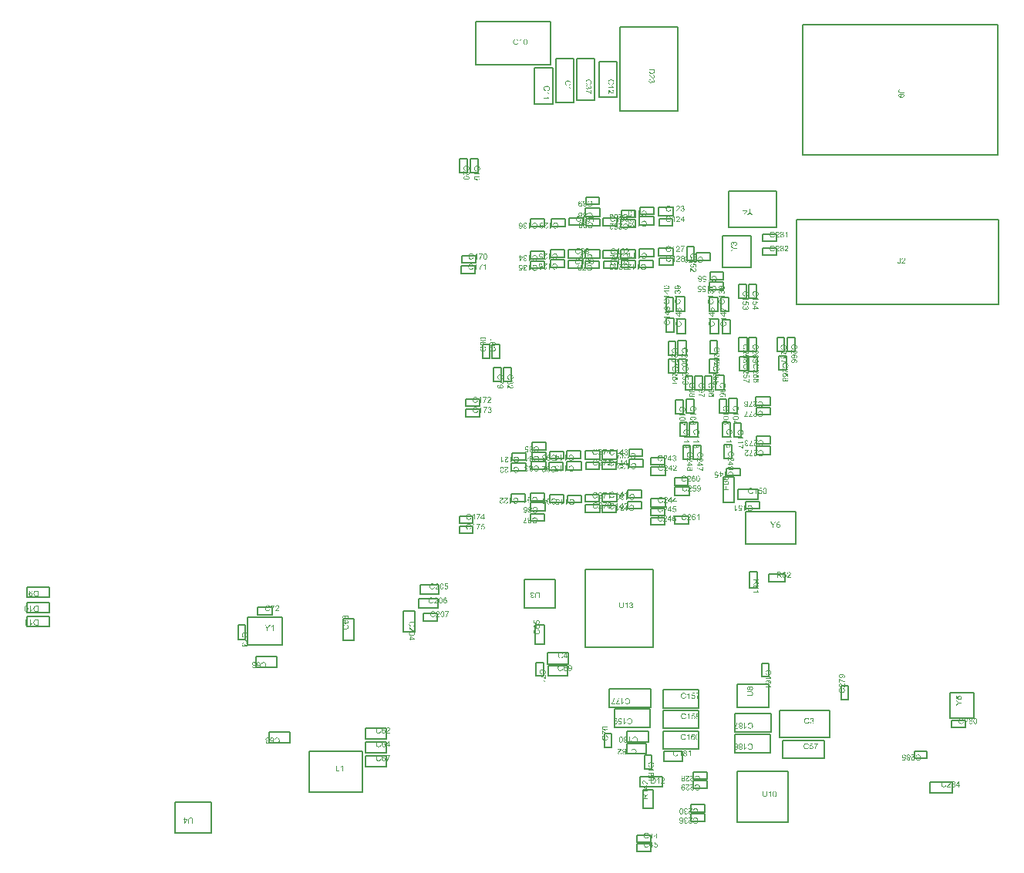
<source format=gbr>
G04*
G04 #@! TF.GenerationSoftware,Altium Limited,Altium Designer,24.2.2 (26)*
G04*
G04 Layer_Color=8388736*
%FSLAX25Y25*%
%MOIN*%
G70*
G04*
G04 #@! TF.SameCoordinates,383E0004-DF84-4F77-A050-2B2E5B934949*
G04*
G04*
G04 #@! TF.FilePolarity,Positive*
G04*
G01*
G75*
%ADD12C,0.00787*%
G36*
X171906Y-172881D02*
X171939Y-172885D01*
X171979Y-172889D01*
X172019Y-172892D01*
X172067Y-172903D01*
X172165Y-172925D01*
X172274Y-172958D01*
X172329Y-172980D01*
X172380Y-173005D01*
X172431Y-173038D01*
X172482Y-173071D01*
X172485Y-173074D01*
X172493Y-173078D01*
X172507Y-173089D01*
X172525Y-173107D01*
X172544Y-173125D01*
X172569Y-173151D01*
X172594Y-173180D01*
X172624Y-173209D01*
X172653Y-173245D01*
X172682Y-173289D01*
X172714Y-173333D01*
X172744Y-173380D01*
X172769Y-173435D01*
X172798Y-173489D01*
X172820Y-173547D01*
X172842Y-173613D01*
X172514Y-173689D01*
Y-173686D01*
X172511Y-173678D01*
X172503Y-173664D01*
X172496Y-173646D01*
X172489Y-173624D01*
X172478Y-173595D01*
X172449Y-173537D01*
X172412Y-173471D01*
X172369Y-173405D01*
X172314Y-173344D01*
X172256Y-173289D01*
X172249Y-173282D01*
X172227Y-173267D01*
X172190Y-173249D01*
X172143Y-173223D01*
X172081Y-173202D01*
X172012Y-173180D01*
X171928Y-173165D01*
X171837Y-173162D01*
X171808D01*
X171790Y-173165D01*
X171765D01*
X171735Y-173169D01*
X171666Y-173180D01*
X171590Y-173194D01*
X171510Y-173220D01*
X171426Y-173256D01*
X171350Y-173303D01*
X171346D01*
X171342Y-173311D01*
X171317Y-173329D01*
X171284Y-173358D01*
X171244Y-173402D01*
X171197Y-173456D01*
X171153Y-173518D01*
X171113Y-173595D01*
X171077Y-173678D01*
Y-173682D01*
X171073Y-173689D01*
X171069Y-173700D01*
X171066Y-173719D01*
X171058Y-173740D01*
X171051Y-173766D01*
X171040Y-173828D01*
X171026Y-173900D01*
X171011Y-173981D01*
X171004Y-174068D01*
X171000Y-174163D01*
Y-174166D01*
Y-174177D01*
Y-174195D01*
Y-174217D01*
X171004Y-174243D01*
Y-174275D01*
X171007Y-174312D01*
X171011Y-174352D01*
X171022Y-174439D01*
X171040Y-174534D01*
X171062Y-174628D01*
X171091Y-174723D01*
Y-174727D01*
X171095Y-174734D01*
X171102Y-174745D01*
X171109Y-174763D01*
X171131Y-174807D01*
X171164Y-174858D01*
X171204Y-174916D01*
X171255Y-174978D01*
X171313Y-175032D01*
X171382Y-175083D01*
X171386D01*
X171393Y-175087D01*
X171404Y-175094D01*
X171419Y-175102D01*
X171437Y-175109D01*
X171459Y-175120D01*
X171510Y-175142D01*
X171575Y-175164D01*
X171648Y-175182D01*
X171728Y-175196D01*
X171812Y-175200D01*
X171837D01*
X171859Y-175196D01*
X171885D01*
X171910Y-175193D01*
X171976Y-175178D01*
X172052Y-175160D01*
X172128Y-175131D01*
X172209Y-175091D01*
X172249Y-175069D01*
X172285Y-175040D01*
X172289Y-175036D01*
X172292Y-175032D01*
X172303Y-175022D01*
X172318Y-175011D01*
X172332Y-174993D01*
X172351Y-174971D01*
X172372Y-174949D01*
X172391Y-174920D01*
X172412Y-174887D01*
X172438Y-174850D01*
X172460Y-174814D01*
X172482Y-174770D01*
X172500Y-174723D01*
X172518Y-174672D01*
X172536Y-174618D01*
X172551Y-174559D01*
X172886Y-174643D01*
Y-174647D01*
X172882Y-174661D01*
X172875Y-174683D01*
X172864Y-174712D01*
X172853Y-174745D01*
X172838Y-174785D01*
X172820Y-174829D01*
X172798Y-174876D01*
X172747Y-174978D01*
X172682Y-175080D01*
X172642Y-175131D01*
X172602Y-175182D01*
X172558Y-175225D01*
X172507Y-175269D01*
X172503Y-175273D01*
X172496Y-175280D01*
X172478Y-175287D01*
X172460Y-175302D01*
X172431Y-175320D01*
X172401Y-175338D01*
X172362Y-175356D01*
X172321Y-175375D01*
X172274Y-175397D01*
X172223Y-175415D01*
X172169Y-175433D01*
X172110Y-175451D01*
X172048Y-175466D01*
X171983Y-175473D01*
X171914Y-175480D01*
X171841Y-175484D01*
X171801D01*
X171772Y-175480D01*
X171739D01*
X171699Y-175477D01*
X171655Y-175469D01*
X171604Y-175462D01*
X171499Y-175444D01*
X171390Y-175415D01*
X171280Y-175375D01*
X171229Y-175349D01*
X171178Y-175320D01*
X171175Y-175317D01*
X171168Y-175313D01*
X171153Y-175302D01*
X171138Y-175287D01*
X171117Y-175273D01*
X171091Y-175251D01*
X171062Y-175225D01*
X171033Y-175196D01*
X171004Y-175164D01*
X170971Y-175131D01*
X170905Y-175047D01*
X170844Y-174949D01*
X170789Y-174840D01*
Y-174836D01*
X170782Y-174825D01*
X170778Y-174807D01*
X170767Y-174785D01*
X170760Y-174756D01*
X170749Y-174720D01*
X170734Y-174679D01*
X170723Y-174636D01*
X170712Y-174588D01*
X170698Y-174534D01*
X170680Y-174421D01*
X170665Y-174294D01*
X170658Y-174163D01*
Y-174159D01*
Y-174144D01*
Y-174123D01*
X170662Y-174097D01*
Y-174061D01*
X170665Y-174024D01*
X170669Y-173977D01*
X170676Y-173930D01*
X170694Y-173824D01*
X170720Y-173708D01*
X170756Y-173591D01*
X170807Y-173478D01*
X170811Y-173475D01*
X170815Y-173464D01*
X170822Y-173449D01*
X170836Y-173431D01*
X170851Y-173405D01*
X170869Y-173376D01*
X170916Y-173311D01*
X170978Y-173238D01*
X171051Y-173165D01*
X171135Y-173092D01*
X171233Y-173030D01*
X171237Y-173027D01*
X171248Y-173023D01*
X171262Y-173016D01*
X171280Y-173005D01*
X171309Y-172994D01*
X171339Y-172983D01*
X171375Y-172969D01*
X171415Y-172954D01*
X171459Y-172940D01*
X171506Y-172925D01*
X171608Y-172903D01*
X171724Y-172885D01*
X171845Y-172878D01*
X171881D01*
X171906Y-172881D01*
D02*
G37*
G36*
X177982Y-172914D02*
X178011Y-172918D01*
X178047Y-172921D01*
X178087Y-172929D01*
X178127Y-172936D01*
X178222Y-172961D01*
X178316Y-172998D01*
X178364Y-173020D01*
X178411Y-173045D01*
X178455Y-173078D01*
X178495Y-173114D01*
X178498Y-173118D01*
X178506Y-173122D01*
X178513Y-173136D01*
X178528Y-173151D01*
X178546Y-173169D01*
X178564Y-173194D01*
X178582Y-173220D01*
X178604Y-173253D01*
X178640Y-173322D01*
X178677Y-173409D01*
X178691Y-173453D01*
X178699Y-173504D01*
X178706Y-173555D01*
X178710Y-173609D01*
Y-173617D01*
Y-173635D01*
X178706Y-173664D01*
X178702Y-173704D01*
X178695Y-173748D01*
X178681Y-173799D01*
X178666Y-173853D01*
X178644Y-173908D01*
X178640Y-173915D01*
X178633Y-173933D01*
X178619Y-173962D01*
X178597Y-174002D01*
X178568Y-174046D01*
X178531Y-174101D01*
X178488Y-174155D01*
X178437Y-174217D01*
X178429Y-174224D01*
X178411Y-174246D01*
X178393Y-174265D01*
X178375Y-174283D01*
X178353Y-174304D01*
X178324Y-174334D01*
X178295Y-174363D01*
X178258Y-174396D01*
X178222Y-174432D01*
X178178Y-174472D01*
X178131Y-174512D01*
X178080Y-174559D01*
X178022Y-174607D01*
X177963Y-174658D01*
X177960Y-174661D01*
X177953Y-174669D01*
X177938Y-174679D01*
X177920Y-174694D01*
X177898Y-174716D01*
X177872Y-174738D01*
X177814Y-174785D01*
X177752Y-174840D01*
X177694Y-174894D01*
X177643Y-174942D01*
X177621Y-174960D01*
X177603Y-174978D01*
X177599Y-174982D01*
X177588Y-174993D01*
X177574Y-175007D01*
X177556Y-175029D01*
X177538Y-175054D01*
X177516Y-175080D01*
X177472Y-175142D01*
X178713D01*
Y-175440D01*
X177042D01*
Y-175437D01*
Y-175422D01*
Y-175400D01*
X177046Y-175371D01*
X177050Y-175338D01*
X177057Y-175302D01*
X177064Y-175266D01*
X177079Y-175225D01*
Y-175222D01*
X177083Y-175218D01*
X177090Y-175196D01*
X177104Y-175164D01*
X177126Y-175120D01*
X177155Y-175069D01*
X177192Y-175011D01*
X177232Y-174952D01*
X177283Y-174891D01*
Y-174887D01*
X177290Y-174883D01*
X177308Y-174861D01*
X177341Y-174829D01*
X177388Y-174781D01*
X177443Y-174727D01*
X177512Y-174661D01*
X177596Y-174588D01*
X177687Y-174512D01*
X177690Y-174508D01*
X177705Y-174497D01*
X177727Y-174479D01*
X177752Y-174457D01*
X177785Y-174428D01*
X177825Y-174396D01*
X177865Y-174359D01*
X177912Y-174319D01*
X178004Y-174232D01*
X178094Y-174144D01*
X178138Y-174101D01*
X178178Y-174057D01*
X178215Y-174017D01*
X178244Y-173977D01*
Y-173973D01*
X178251Y-173970D01*
X178258Y-173959D01*
X178266Y-173944D01*
X178291Y-173904D01*
X178320Y-173857D01*
X178346Y-173799D01*
X178371Y-173737D01*
X178386Y-173668D01*
X178393Y-173602D01*
Y-173598D01*
Y-173595D01*
X178389Y-173573D01*
X178386Y-173537D01*
X178375Y-173496D01*
X178360Y-173445D01*
X178335Y-173395D01*
X178302Y-173344D01*
X178258Y-173293D01*
X178251Y-173285D01*
X178233Y-173271D01*
X178207Y-173253D01*
X178167Y-173227D01*
X178116Y-173205D01*
X178058Y-173183D01*
X177989Y-173169D01*
X177912Y-173165D01*
X177891D01*
X177876Y-173169D01*
X177832Y-173172D01*
X177781Y-173183D01*
X177727Y-173198D01*
X177665Y-173223D01*
X177607Y-173256D01*
X177552Y-173300D01*
X177545Y-173307D01*
X177530Y-173325D01*
X177508Y-173354D01*
X177487Y-173398D01*
X177461Y-173449D01*
X177439Y-173515D01*
X177425Y-173587D01*
X177417Y-173671D01*
X177101Y-173638D01*
Y-173635D01*
X177104Y-173624D01*
Y-173606D01*
X177108Y-173580D01*
X177115Y-173551D01*
X177123Y-173518D01*
X177134Y-173478D01*
X177144Y-173438D01*
X177173Y-173351D01*
X177217Y-173264D01*
X177243Y-173220D01*
X177276Y-173176D01*
X177308Y-173136D01*
X177345Y-173100D01*
X177348Y-173096D01*
X177356Y-173092D01*
X177366Y-173082D01*
X177385Y-173071D01*
X177407Y-173056D01*
X177432Y-173041D01*
X177461Y-173023D01*
X177497Y-173005D01*
X177538Y-172987D01*
X177581Y-172969D01*
X177629Y-172954D01*
X177680Y-172940D01*
X177734Y-172929D01*
X177792Y-172918D01*
X177854Y-172914D01*
X177920Y-172910D01*
X177956D01*
X177982Y-172914D01*
D02*
G37*
G36*
X176780Y-173198D02*
X176777Y-173202D01*
X176769Y-173209D01*
X176755Y-173223D01*
X176740Y-173245D01*
X176718Y-173271D01*
X176689Y-173300D01*
X176660Y-173336D01*
X176628Y-173380D01*
X176595Y-173424D01*
X176555Y-173475D01*
X176515Y-173533D01*
X176475Y-173591D01*
X176431Y-173657D01*
X176387Y-173726D01*
X176344Y-173802D01*
X176300Y-173879D01*
X176296Y-173882D01*
X176289Y-173897D01*
X176278Y-173919D01*
X176260Y-173951D01*
X176242Y-173992D01*
X176220Y-174035D01*
X176194Y-174086D01*
X176169Y-174144D01*
X176140Y-174210D01*
X176107Y-174275D01*
X176078Y-174348D01*
X176049Y-174425D01*
X175990Y-174581D01*
X175936Y-174749D01*
Y-174752D01*
X175932Y-174763D01*
X175929Y-174781D01*
X175921Y-174803D01*
X175914Y-174832D01*
X175907Y-174869D01*
X175896Y-174909D01*
X175889Y-174952D01*
X175878Y-175003D01*
X175867Y-175058D01*
X175849Y-175174D01*
X175830Y-175302D01*
X175820Y-175440D01*
X175503D01*
Y-175437D01*
Y-175426D01*
Y-175411D01*
X175506Y-175389D01*
Y-175360D01*
X175510Y-175324D01*
X175514Y-175284D01*
X175517Y-175240D01*
X175525Y-175189D01*
X175532Y-175138D01*
X175543Y-175076D01*
X175554Y-175014D01*
X175565Y-174949D01*
X175579Y-174876D01*
X175616Y-174727D01*
Y-174723D01*
X175619Y-174709D01*
X175627Y-174687D01*
X175637Y-174654D01*
X175648Y-174618D01*
X175663Y-174574D01*
X175678Y-174523D01*
X175699Y-174468D01*
X175721Y-174406D01*
X175743Y-174345D01*
X175798Y-174206D01*
X175863Y-174061D01*
X175936Y-173915D01*
X175940Y-173911D01*
X175947Y-173897D01*
X175958Y-173879D01*
X175972Y-173849D01*
X175990Y-173817D01*
X176016Y-173777D01*
X176041Y-173733D01*
X176071Y-173686D01*
X176140Y-173580D01*
X176213Y-173471D01*
X176296Y-173358D01*
X176384Y-173253D01*
X175150D01*
Y-172954D01*
X176780D01*
Y-173198D01*
D02*
G37*
G36*
X174334Y-175440D02*
X174025D01*
Y-173471D01*
X174021Y-173475D01*
X174003Y-173489D01*
X173981Y-173511D01*
X173945Y-173537D01*
X173905Y-173569D01*
X173854Y-173606D01*
X173796Y-173646D01*
X173730Y-173686D01*
X173726D01*
X173723Y-173689D01*
X173701Y-173704D01*
X173665Y-173722D01*
X173621Y-173744D01*
X173570Y-173769D01*
X173515Y-173795D01*
X173461Y-173820D01*
X173406Y-173842D01*
Y-173544D01*
X173410D01*
X173417Y-173537D01*
X173432Y-173533D01*
X173450Y-173522D01*
X173472Y-173511D01*
X173497Y-173496D01*
X173559Y-173460D01*
X173632Y-173420D01*
X173705Y-173369D01*
X173781Y-173311D01*
X173857Y-173249D01*
X173861Y-173245D01*
X173865Y-173242D01*
X173876Y-173231D01*
X173890Y-173220D01*
X173923Y-173183D01*
X173967Y-173140D01*
X174010Y-173089D01*
X174058Y-173030D01*
X174098Y-172972D01*
X174134Y-172910D01*
X174334D01*
Y-175440D01*
D02*
G37*
G36*
X172674Y-72980D02*
X172711D01*
X172747Y-72984D01*
X172794Y-72988D01*
X172842Y-72995D01*
X172947Y-73013D01*
X173064Y-73039D01*
X173180Y-73075D01*
X173293Y-73126D01*
X173297Y-73129D01*
X173308Y-73133D01*
X173322Y-73140D01*
X173340Y-73155D01*
X173366Y-73169D01*
X173395Y-73188D01*
X173460Y-73235D01*
X173533Y-73297D01*
X173606Y-73370D01*
X173679Y-73453D01*
X173741Y-73552D01*
X173744Y-73555D01*
X173748Y-73566D01*
X173755Y-73581D01*
X173766Y-73599D01*
X173777Y-73628D01*
X173788Y-73657D01*
X173803Y-73694D01*
X173817Y-73734D01*
X173832Y-73777D01*
X173846Y-73825D01*
X173868Y-73927D01*
X173886Y-74043D01*
X173894Y-74163D01*
Y-74200D01*
X173890Y-74225D01*
X173886Y-74258D01*
X173883Y-74298D01*
X173879Y-74338D01*
X173868Y-74385D01*
X173846Y-74484D01*
X173813Y-74593D01*
X173792Y-74647D01*
X173766Y-74698D01*
X173733Y-74749D01*
X173701Y-74800D01*
X173697Y-74804D01*
X173693Y-74811D01*
X173682Y-74826D01*
X173664Y-74844D01*
X173646Y-74862D01*
X173621Y-74888D01*
X173591Y-74913D01*
X173562Y-74942D01*
X173526Y-74971D01*
X173482Y-75001D01*
X173439Y-75033D01*
X173391Y-75062D01*
X173337Y-75088D01*
X173282Y-75117D01*
X173224Y-75139D01*
X173158Y-75161D01*
X173082Y-74833D01*
X173085D01*
X173093Y-74829D01*
X173107Y-74822D01*
X173126Y-74815D01*
X173147Y-74808D01*
X173177Y-74797D01*
X173235Y-74768D01*
X173300Y-74731D01*
X173366Y-74687D01*
X173428Y-74633D01*
X173482Y-74575D01*
X173490Y-74567D01*
X173504Y-74546D01*
X173522Y-74509D01*
X173548Y-74462D01*
X173570Y-74400D01*
X173591Y-74331D01*
X173606Y-74247D01*
X173610Y-74156D01*
Y-74127D01*
X173606Y-74109D01*
Y-74083D01*
X173602Y-74054D01*
X173591Y-73985D01*
X173577Y-73909D01*
X173551Y-73828D01*
X173515Y-73745D01*
X173468Y-73668D01*
Y-73665D01*
X173460Y-73661D01*
X173442Y-73636D01*
X173413Y-73603D01*
X173370Y-73563D01*
X173315Y-73515D01*
X173253Y-73472D01*
X173177Y-73432D01*
X173093Y-73395D01*
X173089D01*
X173082Y-73392D01*
X173071Y-73388D01*
X173053Y-73384D01*
X173031Y-73377D01*
X173005Y-73370D01*
X172944Y-73359D01*
X172871Y-73344D01*
X172791Y-73330D01*
X172703Y-73322D01*
X172609Y-73319D01*
X172605D01*
X172594D01*
X172576D01*
X172554D01*
X172529Y-73322D01*
X172496D01*
X172459Y-73326D01*
X172419Y-73330D01*
X172332Y-73341D01*
X172237Y-73359D01*
X172143Y-73381D01*
X172048Y-73410D01*
X172045D01*
X172037Y-73413D01*
X172026Y-73421D01*
X172008Y-73428D01*
X171964Y-73450D01*
X171914Y-73483D01*
X171855Y-73523D01*
X171793Y-73574D01*
X171739Y-73632D01*
X171688Y-73701D01*
Y-73705D01*
X171684Y-73712D01*
X171677Y-73723D01*
X171670Y-73737D01*
X171662Y-73756D01*
X171651Y-73777D01*
X171630Y-73828D01*
X171608Y-73894D01*
X171590Y-73967D01*
X171575Y-74047D01*
X171571Y-74130D01*
Y-74156D01*
X171575Y-74178D01*
Y-74203D01*
X171579Y-74229D01*
X171593Y-74294D01*
X171611Y-74371D01*
X171641Y-74447D01*
X171680Y-74527D01*
X171702Y-74567D01*
X171731Y-74604D01*
X171735Y-74607D01*
X171739Y-74611D01*
X171750Y-74622D01*
X171761Y-74637D01*
X171779Y-74651D01*
X171801Y-74669D01*
X171823Y-74691D01*
X171852Y-74709D01*
X171884Y-74731D01*
X171921Y-74757D01*
X171957Y-74778D01*
X172001Y-74800D01*
X172048Y-74818D01*
X172099Y-74837D01*
X172154Y-74855D01*
X172212Y-74869D01*
X172128Y-75204D01*
X172125D01*
X172110Y-75201D01*
X172088Y-75193D01*
X172059Y-75182D01*
X172026Y-75172D01*
X171986Y-75157D01*
X171943Y-75139D01*
X171895Y-75117D01*
X171793Y-75066D01*
X171691Y-75001D01*
X171641Y-74960D01*
X171590Y-74920D01*
X171546Y-74877D01*
X171502Y-74826D01*
X171499Y-74822D01*
X171491Y-74815D01*
X171484Y-74797D01*
X171469Y-74778D01*
X171451Y-74749D01*
X171433Y-74720D01*
X171415Y-74680D01*
X171397Y-74640D01*
X171375Y-74593D01*
X171356Y-74542D01*
X171338Y-74487D01*
X171320Y-74429D01*
X171306Y-74367D01*
X171298Y-74302D01*
X171291Y-74232D01*
X171287Y-74160D01*
Y-74120D01*
X171291Y-74090D01*
Y-74058D01*
X171295Y-74018D01*
X171302Y-73974D01*
X171309Y-73923D01*
X171327Y-73817D01*
X171356Y-73708D01*
X171397Y-73599D01*
X171422Y-73548D01*
X171451Y-73497D01*
X171455Y-73493D01*
X171458Y-73486D01*
X171469Y-73472D01*
X171484Y-73457D01*
X171499Y-73435D01*
X171520Y-73410D01*
X171546Y-73381D01*
X171575Y-73352D01*
X171608Y-73322D01*
X171641Y-73290D01*
X171724Y-73224D01*
X171823Y-73162D01*
X171932Y-73108D01*
X171935D01*
X171946Y-73100D01*
X171964Y-73097D01*
X171986Y-73086D01*
X172015Y-73079D01*
X172052Y-73068D01*
X172092Y-73053D01*
X172135Y-73042D01*
X172183Y-73031D01*
X172237Y-73017D01*
X172350Y-72998D01*
X172478Y-72984D01*
X172609Y-72977D01*
X172612D01*
X172627D01*
X172649D01*
X172674Y-72980D01*
D02*
G37*
G36*
X173228Y-75728D02*
X173235Y-75736D01*
X173238Y-75750D01*
X173249Y-75769D01*
X173260Y-75790D01*
X173275Y-75816D01*
X173311Y-75878D01*
X173351Y-75950D01*
X173402Y-76023D01*
X173460Y-76100D01*
X173522Y-76176D01*
X173526Y-76180D01*
X173530Y-76183D01*
X173540Y-76194D01*
X173551Y-76209D01*
X173588Y-76242D01*
X173632Y-76285D01*
X173682Y-76329D01*
X173741Y-76376D01*
X173799Y-76416D01*
X173861Y-76453D01*
Y-76653D01*
X171331D01*
Y-76344D01*
X173300D01*
X173297Y-76340D01*
X173282Y-76322D01*
X173260Y-76300D01*
X173235Y-76263D01*
X173202Y-76223D01*
X173166Y-76173D01*
X173126Y-76114D01*
X173085Y-76049D01*
Y-76045D01*
X173082Y-76042D01*
X173067Y-76020D01*
X173049Y-75983D01*
X173027Y-75940D01*
X173002Y-75889D01*
X172976Y-75834D01*
X172951Y-75779D01*
X172929Y-75725D01*
X173228D01*
Y-75728D01*
D02*
G37*
G36*
X173071Y-77450D02*
X173104Y-77454D01*
X173144Y-77457D01*
X173184Y-77465D01*
X173231Y-77476D01*
X173326Y-77501D01*
X173377Y-77519D01*
X173431Y-77541D01*
X173482Y-77567D01*
X173530Y-77599D01*
X173581Y-77632D01*
X173624Y-77672D01*
X173628Y-77676D01*
X173635Y-77683D01*
X173646Y-77694D01*
X173661Y-77712D01*
X173679Y-77734D01*
X173701Y-77763D01*
X173719Y-77792D01*
X173744Y-77829D01*
X173766Y-77865D01*
X173784Y-77909D01*
X173825Y-78007D01*
X173839Y-78058D01*
X173850Y-78116D01*
X173857Y-78175D01*
X173861Y-78236D01*
Y-78262D01*
X173857Y-78280D01*
Y-78298D01*
X173854Y-78324D01*
X173843Y-78386D01*
X173828Y-78455D01*
X173803Y-78531D01*
X173770Y-78608D01*
X173726Y-78684D01*
Y-78688D01*
X173719Y-78691D01*
X173712Y-78702D01*
X173701Y-78717D01*
X173672Y-78753D01*
X173632Y-78801D01*
X173577Y-78848D01*
X173511Y-78903D01*
X173435Y-78950D01*
X173348Y-78993D01*
X173344D01*
X173337Y-78997D01*
X173322Y-79004D01*
X173304Y-79012D01*
X173278Y-79019D01*
X173246Y-79030D01*
X173209Y-79037D01*
X173169Y-79048D01*
X173122Y-79059D01*
X173067Y-79070D01*
X173009Y-79077D01*
X172947Y-79084D01*
X172878Y-79092D01*
X172805Y-79099D01*
X172725Y-79103D01*
X172642D01*
X172638D01*
X172620D01*
X172594D01*
X172561D01*
X172521Y-79099D01*
X172474D01*
X172419Y-79096D01*
X172365Y-79088D01*
X172241Y-79077D01*
X172110Y-79059D01*
X171986Y-79034D01*
X171924Y-79015D01*
X171870Y-78997D01*
X171866D01*
X171859Y-78993D01*
X171844Y-78986D01*
X171823Y-78979D01*
X171801Y-78968D01*
X171772Y-78953D01*
X171710Y-78917D01*
X171641Y-78873D01*
X171568Y-78822D01*
X171499Y-78757D01*
X171437Y-78684D01*
Y-78680D01*
X171429Y-78673D01*
X171422Y-78662D01*
X171415Y-78648D01*
X171404Y-78626D01*
X171389Y-78604D01*
X171375Y-78575D01*
X171364Y-78546D01*
X171335Y-78477D01*
X171309Y-78393D01*
X171295Y-78302D01*
X171287Y-78200D01*
Y-78171D01*
X171291Y-78153D01*
Y-78127D01*
X171295Y-78098D01*
X171309Y-78029D01*
X171327Y-77952D01*
X171356Y-77872D01*
X171397Y-77792D01*
X171422Y-77752D01*
X171451Y-77716D01*
X171455Y-77712D01*
X171458Y-77709D01*
X171469Y-77698D01*
X171480Y-77687D01*
X171499Y-77672D01*
X171520Y-77654D01*
X171571Y-77618D01*
X171637Y-77581D01*
X171717Y-77545D01*
X171808Y-77516D01*
X171914Y-77494D01*
X171939Y-77792D01*
X171935D01*
X171928Y-77796D01*
X171921D01*
X171906Y-77800D01*
X171866Y-77811D01*
X171823Y-77825D01*
X171772Y-77843D01*
X171721Y-77869D01*
X171673Y-77898D01*
X171633Y-77934D01*
X171630Y-77938D01*
X171619Y-77952D01*
X171604Y-77978D01*
X171590Y-78007D01*
X171571Y-78047D01*
X171557Y-78094D01*
X171546Y-78149D01*
X171542Y-78207D01*
Y-78233D01*
X171546Y-78258D01*
X171549Y-78291D01*
X171557Y-78331D01*
X171568Y-78371D01*
X171582Y-78415D01*
X171604Y-78455D01*
X171608Y-78458D01*
X171615Y-78473D01*
X171630Y-78495D01*
X171651Y-78517D01*
X171677Y-78546D01*
X171706Y-78575D01*
X171739Y-78604D01*
X171779Y-78633D01*
X171782Y-78637D01*
X171801Y-78644D01*
X171826Y-78659D01*
X171859Y-78673D01*
X171903Y-78691D01*
X171953Y-78710D01*
X172012Y-78728D01*
X172077Y-78746D01*
X172081D01*
X172084Y-78750D01*
X172096D01*
X172110Y-78753D01*
X172146Y-78761D01*
X172194Y-78772D01*
X172252Y-78779D01*
X172314Y-78786D01*
X172383Y-78790D01*
X172456Y-78793D01*
X172459D01*
X172470D01*
X172489D01*
X172518D01*
X172510Y-78790D01*
X172492Y-78775D01*
X172467Y-78753D01*
X172430Y-78728D01*
X172394Y-78691D01*
X172354Y-78648D01*
X172314Y-78597D01*
X172277Y-78539D01*
X172274Y-78531D01*
X172263Y-78509D01*
X172248Y-78477D01*
X172234Y-78437D01*
X172216Y-78382D01*
X172201Y-78324D01*
X172190Y-78258D01*
X172187Y-78189D01*
Y-78160D01*
X172190Y-78138D01*
X172194Y-78109D01*
X172197Y-78080D01*
X172205Y-78044D01*
X172216Y-78007D01*
X172241Y-77923D01*
X172259Y-77880D01*
X172281Y-77836D01*
X172307Y-77789D01*
X172339Y-77745D01*
X172372Y-77701D01*
X172412Y-77661D01*
X172416Y-77658D01*
X172423Y-77650D01*
X172434Y-77643D01*
X172452Y-77628D01*
X172478Y-77610D01*
X172503Y-77592D01*
X172536Y-77574D01*
X172572Y-77556D01*
X172612Y-77534D01*
X172656Y-77516D01*
X172707Y-77498D01*
X172758Y-77479D01*
X172816Y-77465D01*
X172878Y-77457D01*
X172940Y-77450D01*
X173009Y-77447D01*
X173013D01*
X173027D01*
X173046D01*
X173071Y-77450D01*
D02*
G37*
G36*
X168073Y-72908D02*
X168110D01*
X168146Y-72912D01*
X168193Y-72916D01*
X168240Y-72923D01*
X168346Y-72941D01*
X168463Y-72967D01*
X168579Y-73003D01*
X168692Y-73054D01*
X168695Y-73058D01*
X168707Y-73061D01*
X168721Y-73068D01*
X168739Y-73083D01*
X168765Y-73098D01*
X168794Y-73116D01*
X168859Y-73163D01*
X168932Y-73225D01*
X169005Y-73298D01*
X169078Y-73382D01*
X169140Y-73480D01*
X169143Y-73484D01*
X169147Y-73494D01*
X169154Y-73509D01*
X169165Y-73527D01*
X169176Y-73556D01*
X169187Y-73585D01*
X169202Y-73622D01*
X169216Y-73662D01*
X169231Y-73706D01*
X169245Y-73753D01*
X169267Y-73855D01*
X169285Y-73971D01*
X169292Y-74091D01*
Y-74128D01*
X169289Y-74153D01*
X169285Y-74186D01*
X169282Y-74226D01*
X169278Y-74266D01*
X169267Y-74313D01*
X169245Y-74412D01*
X169212Y-74521D01*
X169191Y-74576D01*
X169165Y-74626D01*
X169132Y-74677D01*
X169100Y-74728D01*
X169096Y-74732D01*
X169092Y-74739D01*
X169081Y-74754D01*
X169063Y-74772D01*
X169045Y-74790D01*
X169019Y-74816D01*
X168990Y-74841D01*
X168961Y-74870D01*
X168925Y-74899D01*
X168881Y-74928D01*
X168837Y-74961D01*
X168790Y-74990D01*
X168736Y-75016D01*
X168681Y-75045D01*
X168623Y-75067D01*
X168557Y-75089D01*
X168481Y-74761D01*
X168484D01*
X168492Y-74757D01*
X168506Y-74750D01*
X168525Y-74743D01*
X168546Y-74736D01*
X168575Y-74725D01*
X168634Y-74696D01*
X168699Y-74659D01*
X168765Y-74616D01*
X168827Y-74561D01*
X168881Y-74503D01*
X168888Y-74495D01*
X168903Y-74474D01*
X168921Y-74437D01*
X168947Y-74390D01*
X168968Y-74328D01*
X168990Y-74259D01*
X169005Y-74175D01*
X169009Y-74084D01*
Y-74055D01*
X169005Y-74037D01*
Y-74011D01*
X169001Y-73982D01*
X168990Y-73913D01*
X168976Y-73836D01*
X168950Y-73756D01*
X168914Y-73673D01*
X168867Y-73596D01*
Y-73593D01*
X168859Y-73589D01*
X168841Y-73563D01*
X168812Y-73531D01*
X168768Y-73491D01*
X168714Y-73443D01*
X168652Y-73400D01*
X168575Y-73360D01*
X168492Y-73323D01*
X168488D01*
X168481Y-73320D01*
X168470Y-73316D01*
X168452Y-73312D01*
X168430Y-73305D01*
X168404Y-73298D01*
X168342Y-73287D01*
X168270Y-73272D01*
X168190Y-73258D01*
X168102Y-73251D01*
X168008Y-73247D01*
X168004D01*
X167993D01*
X167975D01*
X167953D01*
X167928Y-73251D01*
X167895D01*
X167858Y-73254D01*
X167818Y-73258D01*
X167731Y-73269D01*
X167636Y-73287D01*
X167542Y-73309D01*
X167447Y-73338D01*
X167443D01*
X167436Y-73342D01*
X167425Y-73349D01*
X167407Y-73356D01*
X167363Y-73378D01*
X167312Y-73411D01*
X167254Y-73451D01*
X167192Y-73502D01*
X167138Y-73560D01*
X167087Y-73629D01*
Y-73633D01*
X167083Y-73640D01*
X167076Y-73651D01*
X167069Y-73665D01*
X167061Y-73684D01*
X167050Y-73706D01*
X167028Y-73756D01*
X167007Y-73822D01*
X166988Y-73895D01*
X166974Y-73975D01*
X166970Y-74059D01*
Y-74084D01*
X166974Y-74106D01*
Y-74131D01*
X166978Y-74157D01*
X166992Y-74222D01*
X167010Y-74299D01*
X167039Y-74375D01*
X167079Y-74455D01*
X167101Y-74495D01*
X167130Y-74532D01*
X167134Y-74535D01*
X167138Y-74539D01*
X167148Y-74550D01*
X167159Y-74564D01*
X167178Y-74579D01*
X167200Y-74597D01*
X167221Y-74619D01*
X167251Y-74637D01*
X167283Y-74659D01*
X167320Y-74685D01*
X167356Y-74707D01*
X167400Y-74728D01*
X167447Y-74747D01*
X167498Y-74765D01*
X167553Y-74783D01*
X167611Y-74797D01*
X167527Y-75132D01*
X167524D01*
X167509Y-75129D01*
X167487Y-75121D01*
X167458Y-75111D01*
X167425Y-75100D01*
X167385Y-75085D01*
X167341Y-75067D01*
X167294Y-75045D01*
X167192Y-74994D01*
X167090Y-74928D01*
X167039Y-74888D01*
X166988Y-74849D01*
X166945Y-74805D01*
X166901Y-74754D01*
X166897Y-74750D01*
X166890Y-74743D01*
X166883Y-74725D01*
X166868Y-74707D01*
X166850Y-74677D01*
X166832Y-74648D01*
X166814Y-74608D01*
X166796Y-74568D01*
X166774Y-74521D01*
X166755Y-74470D01*
X166737Y-74415D01*
X166719Y-74357D01*
X166704Y-74295D01*
X166697Y-74230D01*
X166690Y-74160D01*
X166686Y-74088D01*
Y-74048D01*
X166690Y-74019D01*
Y-73986D01*
X166693Y-73946D01*
X166701Y-73902D01*
X166708Y-73851D01*
X166726Y-73746D01*
X166755Y-73636D01*
X166796Y-73527D01*
X166821Y-73476D01*
X166850Y-73425D01*
X166854Y-73422D01*
X166857Y-73414D01*
X166868Y-73400D01*
X166883Y-73385D01*
X166897Y-73363D01*
X166919Y-73338D01*
X166945Y-73309D01*
X166974Y-73280D01*
X167007Y-73251D01*
X167039Y-73218D01*
X167123Y-73152D01*
X167221Y-73090D01*
X167331Y-73036D01*
X167334D01*
X167345Y-73028D01*
X167363Y-73025D01*
X167385Y-73014D01*
X167414Y-73007D01*
X167451Y-72996D01*
X167491Y-72981D01*
X167534Y-72970D01*
X167582Y-72959D01*
X167636Y-72945D01*
X167749Y-72926D01*
X167877Y-72912D01*
X168008Y-72905D01*
X168011D01*
X168026D01*
X168048D01*
X168073Y-72908D01*
D02*
G37*
G36*
X166799Y-75376D02*
X166832Y-75380D01*
X166868Y-75387D01*
X166905Y-75394D01*
X166945Y-75409D01*
X166948D01*
X166952Y-75413D01*
X166974Y-75420D01*
X167007Y-75434D01*
X167050Y-75456D01*
X167101Y-75485D01*
X167159Y-75522D01*
X167218Y-75562D01*
X167280Y-75613D01*
X167283D01*
X167287Y-75620D01*
X167309Y-75638D01*
X167341Y-75671D01*
X167389Y-75718D01*
X167443Y-75773D01*
X167509Y-75842D01*
X167582Y-75926D01*
X167658Y-76017D01*
X167662Y-76020D01*
X167673Y-76035D01*
X167691Y-76057D01*
X167713Y-76082D01*
X167742Y-76115D01*
X167775Y-76155D01*
X167811Y-76195D01*
X167851Y-76243D01*
X167938Y-76334D01*
X168026Y-76425D01*
X168070Y-76468D01*
X168113Y-76508D01*
X168153Y-76545D01*
X168193Y-76574D01*
X168197D01*
X168201Y-76581D01*
X168211Y-76588D01*
X168226Y-76596D01*
X168266Y-76621D01*
X168313Y-76650D01*
X168372Y-76676D01*
X168433Y-76701D01*
X168503Y-76716D01*
X168568Y-76723D01*
X168572D01*
X168575D01*
X168597Y-76719D01*
X168634Y-76716D01*
X168674Y-76705D01*
X168725Y-76690D01*
X168776Y-76665D01*
X168827Y-76632D01*
X168877Y-76588D01*
X168885Y-76581D01*
X168899Y-76563D01*
X168918Y-76537D01*
X168943Y-76497D01*
X168965Y-76446D01*
X168987Y-76388D01*
X169001Y-76319D01*
X169005Y-76243D01*
Y-76221D01*
X169001Y-76206D01*
X168998Y-76162D01*
X168987Y-76112D01*
X168972Y-76057D01*
X168947Y-75995D01*
X168914Y-75937D01*
X168870Y-75882D01*
X168863Y-75875D01*
X168845Y-75860D01*
X168816Y-75839D01*
X168772Y-75817D01*
X168721Y-75791D01*
X168656Y-75769D01*
X168583Y-75755D01*
X168499Y-75748D01*
X168532Y-75431D01*
X168535D01*
X168546Y-75434D01*
X168564D01*
X168590Y-75438D01*
X168619Y-75445D01*
X168652Y-75453D01*
X168692Y-75464D01*
X168732Y-75475D01*
X168819Y-75504D01*
X168907Y-75547D01*
X168950Y-75573D01*
X168994Y-75606D01*
X169034Y-75638D01*
X169070Y-75675D01*
X169074Y-75678D01*
X169078Y-75686D01*
X169089Y-75697D01*
X169100Y-75715D01*
X169114Y-75737D01*
X169129Y-75762D01*
X169147Y-75791D01*
X169165Y-75828D01*
X169183Y-75868D01*
X169202Y-75911D01*
X169216Y-75959D01*
X169231Y-76010D01*
X169241Y-76064D01*
X169253Y-76122D01*
X169256Y-76184D01*
X169260Y-76250D01*
Y-76286D01*
X169256Y-76312D01*
X169253Y-76341D01*
X169249Y-76377D01*
X169241Y-76417D01*
X169234Y-76457D01*
X169209Y-76552D01*
X169172Y-76647D01*
X169150Y-76694D01*
X169125Y-76741D01*
X169092Y-76785D01*
X169056Y-76825D01*
X169052Y-76829D01*
X169049Y-76836D01*
X169034Y-76843D01*
X169019Y-76858D01*
X169001Y-76876D01*
X168976Y-76894D01*
X168950Y-76912D01*
X168918Y-76934D01*
X168848Y-76971D01*
X168761Y-77007D01*
X168717Y-77021D01*
X168666Y-77029D01*
X168615Y-77036D01*
X168561Y-77040D01*
X168554D01*
X168535D01*
X168506Y-77036D01*
X168466Y-77032D01*
X168422Y-77025D01*
X168372Y-77011D01*
X168317Y-76996D01*
X168262Y-76974D01*
X168255Y-76971D01*
X168237Y-76963D01*
X168208Y-76949D01*
X168168Y-76927D01*
X168124Y-76898D01*
X168070Y-76861D01*
X168015Y-76818D01*
X167953Y-76767D01*
X167946Y-76759D01*
X167924Y-76741D01*
X167906Y-76723D01*
X167887Y-76705D01*
X167866Y-76683D01*
X167836Y-76654D01*
X167807Y-76625D01*
X167775Y-76588D01*
X167738Y-76552D01*
X167698Y-76508D01*
X167658Y-76461D01*
X167611Y-76410D01*
X167563Y-76352D01*
X167513Y-76293D01*
X167509Y-76290D01*
X167502Y-76283D01*
X167491Y-76268D01*
X167476Y-76250D01*
X167454Y-76228D01*
X167432Y-76202D01*
X167385Y-76144D01*
X167331Y-76082D01*
X167276Y-76024D01*
X167229Y-75973D01*
X167210Y-75951D01*
X167192Y-75933D01*
X167189Y-75929D01*
X167178Y-75919D01*
X167163Y-75904D01*
X167141Y-75886D01*
X167116Y-75868D01*
X167090Y-75846D01*
X167028Y-75802D01*
Y-77043D01*
X166730D01*
Y-75373D01*
X166734D01*
X166748D01*
X166770D01*
X166799Y-75376D01*
D02*
G37*
G36*
X168084Y-77378D02*
X168128D01*
X168175Y-77382D01*
X168230Y-77385D01*
X168342Y-77397D01*
X168463Y-77415D01*
X168583Y-77437D01*
X168637Y-77451D01*
X168692Y-77466D01*
X168695D01*
X168703Y-77469D01*
X168717Y-77477D01*
X168736Y-77484D01*
X168761Y-77491D01*
X168787Y-77506D01*
X168848Y-77535D01*
X168914Y-77571D01*
X168983Y-77618D01*
X169052Y-77673D01*
X169111Y-77739D01*
Y-77742D01*
X169118Y-77746D01*
X169125Y-77757D01*
X169132Y-77771D01*
X169147Y-77790D01*
X169158Y-77811D01*
X169187Y-77866D01*
X169212Y-77931D01*
X169238Y-78008D01*
X169253Y-78099D01*
X169260Y-78197D01*
Y-78230D01*
X169256Y-78270D01*
X169249Y-78317D01*
X169238Y-78372D01*
X169223Y-78430D01*
X169205Y-78492D01*
X169176Y-78550D01*
Y-78554D01*
X169172Y-78558D01*
X169161Y-78576D01*
X169143Y-78605D01*
X169118Y-78641D01*
X169081Y-78681D01*
X169041Y-78725D01*
X168994Y-78765D01*
X168939Y-78805D01*
X168932Y-78809D01*
X168914Y-78823D01*
X168881Y-78838D01*
X168834Y-78863D01*
X168779Y-78885D01*
X168717Y-78914D01*
X168645Y-78940D01*
X168564Y-78962D01*
X168561D01*
X168554Y-78965D01*
X168543Y-78969D01*
X168525Y-78973D01*
X168503Y-78976D01*
X168477Y-78980D01*
X168444Y-78987D01*
X168408Y-78991D01*
X168368Y-78998D01*
X168324Y-79002D01*
X168273Y-79005D01*
X168222Y-79013D01*
X168164Y-79016D01*
X168106D01*
X168040Y-79020D01*
X167971D01*
X167967D01*
X167953D01*
X167928D01*
X167898D01*
X167858Y-79016D01*
X167815D01*
X167767Y-79013D01*
X167716Y-79009D01*
X167600Y-78998D01*
X167480Y-78980D01*
X167363Y-78958D01*
X167309Y-78943D01*
X167254Y-78925D01*
X167251D01*
X167243Y-78922D01*
X167229Y-78914D01*
X167210Y-78907D01*
X167185Y-78900D01*
X167159Y-78885D01*
X167098Y-78856D01*
X167032Y-78820D01*
X166959Y-78772D01*
X166894Y-78718D01*
X166832Y-78652D01*
Y-78649D01*
X166825Y-78645D01*
X166817Y-78634D01*
X166810Y-78619D01*
X166799Y-78601D01*
X166785Y-78583D01*
X166759Y-78528D01*
X166734Y-78463D01*
X166708Y-78386D01*
X166693Y-78295D01*
X166686Y-78197D01*
Y-78161D01*
X166690Y-78135D01*
X166693Y-78106D01*
X166701Y-78070D01*
X166708Y-78030D01*
X166719Y-77986D01*
X166734Y-77942D01*
X166748Y-77895D01*
X166770Y-77848D01*
X166796Y-77801D01*
X166825Y-77753D01*
X166861Y-77706D01*
X166901Y-77662D01*
X166945Y-77622D01*
X166948Y-77618D01*
X166959Y-77611D01*
X166978Y-77600D01*
X167007Y-77582D01*
X167039Y-77564D01*
X167083Y-77546D01*
X167134Y-77520D01*
X167192Y-77498D01*
X167258Y-77477D01*
X167334Y-77455D01*
X167418Y-77433D01*
X167513Y-77415D01*
X167614Y-77397D01*
X167724Y-77385D01*
X167844Y-77378D01*
X167971Y-77375D01*
X167975D01*
X167989D01*
X168015D01*
X168044D01*
X168084Y-77378D01*
D02*
G37*
G36*
X170051Y-115326D02*
X170083Y-115330D01*
X170124Y-115333D01*
X170164Y-115337D01*
X170211Y-115348D01*
X170309Y-115369D01*
X170418Y-115402D01*
X170473Y-115424D01*
X170524Y-115450D01*
X170575Y-115482D01*
X170626Y-115515D01*
X170630Y-115519D01*
X170637Y-115522D01*
X170651Y-115533D01*
X170670Y-115551D01*
X170688Y-115570D01*
X170713Y-115595D01*
X170739Y-115624D01*
X170768Y-115653D01*
X170797Y-115690D01*
X170826Y-115734D01*
X170859Y-115777D01*
X170888Y-115824D01*
X170914Y-115879D01*
X170943Y-115934D01*
X170964Y-115992D01*
X170986Y-116058D01*
X170659Y-116134D01*
Y-116130D01*
X170655Y-116123D01*
X170648Y-116108D01*
X170641Y-116090D01*
X170633Y-116068D01*
X170622Y-116039D01*
X170593Y-115981D01*
X170557Y-115916D01*
X170513Y-115850D01*
X170458Y-115788D01*
X170400Y-115734D01*
X170393Y-115726D01*
X170371Y-115712D01*
X170335Y-115693D01*
X170287Y-115668D01*
X170226Y-115646D01*
X170156Y-115624D01*
X170073Y-115610D01*
X169982Y-115606D01*
X169952D01*
X169934Y-115610D01*
X169909D01*
X169880Y-115613D01*
X169810Y-115624D01*
X169734Y-115639D01*
X169654Y-115664D01*
X169570Y-115701D01*
X169494Y-115748D01*
X169490D01*
X169487Y-115755D01*
X169461Y-115774D01*
X169428Y-115803D01*
X169388Y-115846D01*
X169341Y-115901D01*
X169297Y-115963D01*
X169257Y-116039D01*
X169221Y-116123D01*
Y-116127D01*
X169217Y-116134D01*
X169214Y-116145D01*
X169210Y-116163D01*
X169203Y-116185D01*
X169195Y-116210D01*
X169185Y-116272D01*
X169170Y-116345D01*
X169155Y-116425D01*
X169148Y-116513D01*
X169144Y-116607D01*
Y-116611D01*
Y-116622D01*
Y-116640D01*
Y-116662D01*
X169148Y-116687D01*
Y-116720D01*
X169152Y-116756D01*
X169155Y-116796D01*
X169166Y-116884D01*
X169185Y-116978D01*
X169206Y-117073D01*
X169235Y-117168D01*
Y-117171D01*
X169239Y-117179D01*
X169246Y-117190D01*
X169254Y-117208D01*
X169275Y-117251D01*
X169308Y-117302D01*
X169348Y-117361D01*
X169399Y-117422D01*
X169457Y-117477D01*
X169527Y-117528D01*
X169530D01*
X169537Y-117532D01*
X169548Y-117539D01*
X169563Y-117546D01*
X169581Y-117553D01*
X169603Y-117564D01*
X169654Y-117586D01*
X169720Y-117608D01*
X169792Y-117626D01*
X169872Y-117641D01*
X169956Y-117645D01*
X169982D01*
X170003Y-117641D01*
X170029D01*
X170054Y-117637D01*
X170120Y-117623D01*
X170196Y-117604D01*
X170273Y-117575D01*
X170353Y-117535D01*
X170393Y-117514D01*
X170429Y-117484D01*
X170433Y-117481D01*
X170437Y-117477D01*
X170448Y-117466D01*
X170462Y-117455D01*
X170477Y-117437D01*
X170495Y-117415D01*
X170517Y-117393D01*
X170535Y-117364D01*
X170557Y-117332D01*
X170582Y-117295D01*
X170604Y-117259D01*
X170626Y-117215D01*
X170644Y-117168D01*
X170662Y-117117D01*
X170680Y-117062D01*
X170695Y-117004D01*
X171030Y-117088D01*
Y-117091D01*
X171026Y-117106D01*
X171019Y-117128D01*
X171008Y-117157D01*
X170997Y-117190D01*
X170983Y-117230D01*
X170964Y-117273D01*
X170943Y-117321D01*
X170892Y-117422D01*
X170826Y-117524D01*
X170786Y-117575D01*
X170746Y-117626D01*
X170702Y-117670D01*
X170651Y-117714D01*
X170648Y-117717D01*
X170641Y-117725D01*
X170622Y-117732D01*
X170604Y-117746D01*
X170575Y-117765D01*
X170546Y-117783D01*
X170506Y-117801D01*
X170466Y-117819D01*
X170418Y-117841D01*
X170368Y-117859D01*
X170313Y-117877D01*
X170255Y-117896D01*
X170193Y-117910D01*
X170127Y-117918D01*
X170058Y-117925D01*
X169985Y-117928D01*
X169945D01*
X169916Y-117925D01*
X169883D01*
X169843Y-117921D01*
X169800Y-117914D01*
X169749Y-117907D01*
X169643Y-117888D01*
X169534Y-117859D01*
X169425Y-117819D01*
X169374Y-117794D01*
X169323Y-117765D01*
X169319Y-117761D01*
X169312Y-117757D01*
X169297Y-117746D01*
X169283Y-117732D01*
X169261Y-117717D01*
X169235Y-117695D01*
X169206Y-117670D01*
X169177Y-117641D01*
X169148Y-117608D01*
X169115Y-117575D01*
X169050Y-117492D01*
X168988Y-117393D01*
X168933Y-117284D01*
Y-117280D01*
X168926Y-117270D01*
X168922Y-117251D01*
X168912Y-117230D01*
X168904Y-117201D01*
X168893Y-117164D01*
X168879Y-117124D01*
X168868Y-117080D01*
X168857Y-117033D01*
X168842Y-116978D01*
X168824Y-116866D01*
X168809Y-116738D01*
X168802Y-116607D01*
Y-116604D01*
Y-116589D01*
Y-116567D01*
X168806Y-116542D01*
Y-116505D01*
X168809Y-116469D01*
X168813Y-116421D01*
X168821Y-116374D01*
X168839Y-116269D01*
X168864Y-116152D01*
X168901Y-116036D01*
X168951Y-115923D01*
X168955Y-115919D01*
X168959Y-115908D01*
X168966Y-115894D01*
X168981Y-115875D01*
X168995Y-115850D01*
X169013Y-115821D01*
X169061Y-115755D01*
X169123Y-115683D01*
X169195Y-115610D01*
X169279Y-115537D01*
X169377Y-115475D01*
X169381Y-115471D01*
X169392Y-115468D01*
X169406Y-115461D01*
X169425Y-115450D01*
X169454Y-115439D01*
X169483Y-115428D01*
X169519Y-115413D01*
X169559Y-115399D01*
X169603Y-115384D01*
X169650Y-115369D01*
X169752Y-115348D01*
X169869Y-115330D01*
X169989Y-115322D01*
X170025D01*
X170051Y-115326D01*
D02*
G37*
G36*
X176395Y-117885D02*
X176086D01*
Y-115916D01*
X176082Y-115919D01*
X176064Y-115934D01*
X176042Y-115956D01*
X176006Y-115981D01*
X175966Y-116014D01*
X175915Y-116050D01*
X175857Y-116090D01*
X175791Y-116130D01*
X175787D01*
X175784Y-116134D01*
X175762Y-116148D01*
X175725Y-116167D01*
X175682Y-116189D01*
X175631Y-116214D01*
X175576Y-116240D01*
X175522Y-116265D01*
X175467Y-116287D01*
Y-115988D01*
X175471D01*
X175478Y-115981D01*
X175493Y-115977D01*
X175511Y-115966D01*
X175533Y-115956D01*
X175558Y-115941D01*
X175620Y-115905D01*
X175693Y-115865D01*
X175766Y-115814D01*
X175842Y-115755D01*
X175918Y-115693D01*
X175922Y-115690D01*
X175926Y-115686D01*
X175937Y-115675D01*
X175951Y-115664D01*
X175984Y-115628D01*
X176028Y-115584D01*
X176071Y-115533D01*
X176119Y-115475D01*
X176159Y-115417D01*
X176195Y-115355D01*
X176395D01*
Y-117885D01*
D02*
G37*
G36*
X174925Y-115642D02*
X174921Y-115646D01*
X174914Y-115653D01*
X174899Y-115668D01*
X174885Y-115690D01*
X174863Y-115715D01*
X174834Y-115744D01*
X174805Y-115781D01*
X174772Y-115824D01*
X174739Y-115868D01*
X174699Y-115919D01*
X174659Y-115977D01*
X174619Y-116036D01*
X174575Y-116101D01*
X174532Y-116170D01*
X174488Y-116247D01*
X174444Y-116323D01*
X174441Y-116327D01*
X174433Y-116341D01*
X174422Y-116363D01*
X174404Y-116396D01*
X174386Y-116436D01*
X174364Y-116480D01*
X174339Y-116531D01*
X174313Y-116589D01*
X174284Y-116654D01*
X174251Y-116720D01*
X174222Y-116793D01*
X174193Y-116869D01*
X174135Y-117026D01*
X174080Y-117193D01*
Y-117197D01*
X174077Y-117208D01*
X174073Y-117226D01*
X174066Y-117248D01*
X174058Y-117277D01*
X174051Y-117313D01*
X174040Y-117353D01*
X174033Y-117397D01*
X174022Y-117448D01*
X174011Y-117503D01*
X173993Y-117619D01*
X173975Y-117746D01*
X173964Y-117885D01*
X173647D01*
Y-117881D01*
Y-117870D01*
Y-117856D01*
X173651Y-117834D01*
Y-117805D01*
X173654Y-117768D01*
X173658Y-117728D01*
X173662Y-117685D01*
X173669Y-117634D01*
X173676Y-117583D01*
X173687Y-117521D01*
X173698Y-117459D01*
X173709Y-117393D01*
X173723Y-117321D01*
X173760Y-117171D01*
Y-117168D01*
X173764Y-117153D01*
X173771Y-117131D01*
X173782Y-117098D01*
X173793Y-117062D01*
X173807Y-117018D01*
X173822Y-116967D01*
X173844Y-116913D01*
X173865Y-116851D01*
X173887Y-116789D01*
X173942Y-116651D01*
X174007Y-116505D01*
X174080Y-116360D01*
X174084Y-116356D01*
X174091Y-116341D01*
X174102Y-116323D01*
X174117Y-116294D01*
X174135Y-116261D01*
X174160Y-116221D01*
X174186Y-116178D01*
X174215Y-116130D01*
X174284Y-116025D01*
X174357Y-115916D01*
X174441Y-115803D01*
X174528Y-115697D01*
X173294D01*
Y-115399D01*
X174925D01*
Y-115642D01*
D02*
G37*
G36*
X172479Y-117885D02*
X172169D01*
Y-115916D01*
X172166Y-115919D01*
X172147Y-115934D01*
X172126Y-115956D01*
X172089Y-115981D01*
X172049Y-116014D01*
X171998Y-116050D01*
X171940Y-116090D01*
X171874Y-116130D01*
X171871D01*
X171867Y-116134D01*
X171845Y-116148D01*
X171809Y-116167D01*
X171765Y-116189D01*
X171714Y-116214D01*
X171660Y-116240D01*
X171605Y-116265D01*
X171551Y-116287D01*
Y-115988D01*
X171554D01*
X171561Y-115981D01*
X171576Y-115977D01*
X171594Y-115966D01*
X171616Y-115956D01*
X171642Y-115941D01*
X171703Y-115905D01*
X171776Y-115865D01*
X171849Y-115814D01*
X171925Y-115755D01*
X172002Y-115693D01*
X172005Y-115690D01*
X172009Y-115686D01*
X172020Y-115675D01*
X172035Y-115664D01*
X172067Y-115628D01*
X172111Y-115584D01*
X172155Y-115533D01*
X172202Y-115475D01*
X172242Y-115417D01*
X172278Y-115355D01*
X172479D01*
Y-117885D01*
D02*
G37*
G36*
X302939Y-226976D02*
X302965D01*
X302994Y-226980D01*
X303063Y-226994D01*
X303139Y-227012D01*
X303220Y-227042D01*
X303299Y-227085D01*
X303340Y-227111D01*
X303376Y-227140D01*
X303380Y-227144D01*
X303383Y-227147D01*
X303394Y-227158D01*
X303405Y-227169D01*
X303423Y-227187D01*
X303438Y-227209D01*
X303478Y-227260D01*
X303518Y-227326D01*
X303554Y-227406D01*
X303587Y-227497D01*
X303609Y-227599D01*
X303299Y-227624D01*
Y-227620D01*
X303296Y-227617D01*
X303292Y-227595D01*
X303281Y-227562D01*
X303267Y-227522D01*
X303252Y-227478D01*
X303230Y-227435D01*
X303205Y-227395D01*
X303179Y-227362D01*
X303172Y-227355D01*
X303158Y-227340D01*
X303132Y-227318D01*
X303096Y-227293D01*
X303048Y-227271D01*
X302997Y-227249D01*
X302936Y-227235D01*
X302870Y-227227D01*
X302845D01*
X302815Y-227231D01*
X302783Y-227238D01*
X302739Y-227249D01*
X302695Y-227264D01*
X302652Y-227282D01*
X302608Y-227311D01*
X302601Y-227315D01*
X302583Y-227329D01*
X302557Y-227355D01*
X302524Y-227391D01*
X302488Y-227435D01*
X302448Y-227486D01*
X302411Y-227551D01*
X302375Y-227624D01*
Y-227628D01*
X302371Y-227635D01*
X302368Y-227646D01*
X302360Y-227660D01*
X302357Y-227682D01*
X302349Y-227708D01*
X302342Y-227737D01*
X302335Y-227773D01*
X302324Y-227813D01*
X302317Y-227857D01*
X302309Y-227904D01*
X302306Y-227955D01*
X302298Y-228013D01*
X302295Y-228072D01*
X302291Y-228137D01*
Y-228203D01*
X302295Y-228199D01*
X302309Y-228177D01*
X302335Y-228148D01*
X302368Y-228112D01*
X302404Y-228068D01*
X302451Y-228028D01*
X302502Y-227988D01*
X302561Y-227952D01*
X302564D01*
X302568Y-227948D01*
X302590Y-227937D01*
X302623Y-227926D01*
X302666Y-227908D01*
X302717Y-227893D01*
X302775Y-227883D01*
X302837Y-227871D01*
X302903Y-227868D01*
X302932D01*
X302954Y-227871D01*
X302983Y-227875D01*
X303012Y-227879D01*
X303048Y-227886D01*
X303085Y-227897D01*
X303169Y-227923D01*
X303212Y-227941D01*
X303256Y-227966D01*
X303299Y-227992D01*
X303347Y-228021D01*
X303391Y-228057D01*
X303431Y-228097D01*
X303434Y-228101D01*
X303442Y-228108D01*
X303452Y-228119D01*
X303463Y-228137D01*
X303482Y-228163D01*
X303500Y-228188D01*
X303518Y-228221D01*
X303540Y-228257D01*
X303562Y-228297D01*
X303580Y-228341D01*
X303598Y-228392D01*
X303616Y-228443D01*
X303627Y-228498D01*
X303638Y-228559D01*
X303645Y-228621D01*
X303649Y-228687D01*
Y-228691D01*
Y-228698D01*
Y-228709D01*
Y-228727D01*
X303645Y-228749D01*
Y-228771D01*
X303634Y-228829D01*
X303624Y-228898D01*
X303605Y-228971D01*
X303580Y-229051D01*
X303543Y-229127D01*
Y-229131D01*
X303540Y-229135D01*
X303533Y-229146D01*
X303525Y-229160D01*
X303503Y-229197D01*
X303471Y-229244D01*
X303431Y-229295D01*
X303383Y-229346D01*
X303325Y-229397D01*
X303263Y-229440D01*
X303259D01*
X303256Y-229444D01*
X303245Y-229451D01*
X303230Y-229455D01*
X303194Y-229473D01*
X303147Y-229491D01*
X303085Y-229513D01*
X303016Y-229528D01*
X302939Y-229542D01*
X302855Y-229546D01*
X302837D01*
X302819Y-229542D01*
X302790D01*
X302757Y-229539D01*
X302721Y-229531D01*
X302677Y-229521D01*
X302633Y-229509D01*
X302583Y-229495D01*
X302532Y-229477D01*
X302481Y-229455D01*
X302426Y-229426D01*
X302375Y-229393D01*
X302324Y-229357D01*
X302273Y-229313D01*
X302226Y-229262D01*
X302222Y-229258D01*
X302215Y-229247D01*
X302204Y-229233D01*
X302189Y-229207D01*
X302168Y-229175D01*
X302149Y-229138D01*
X302128Y-229091D01*
X302106Y-229040D01*
X302080Y-228978D01*
X302058Y-228909D01*
X302040Y-228833D01*
X302022Y-228749D01*
X302004Y-228654D01*
X301993Y-228552D01*
X301986Y-228443D01*
X301982Y-228327D01*
Y-228323D01*
Y-228319D01*
Y-228308D01*
Y-228294D01*
X301986Y-228257D01*
Y-228206D01*
X301989Y-228148D01*
X301996Y-228079D01*
X302004Y-228003D01*
X302015Y-227919D01*
X302029Y-227835D01*
X302047Y-227744D01*
X302069Y-227657D01*
X302095Y-227569D01*
X302128Y-227486D01*
X302164Y-227406D01*
X302204Y-227329D01*
X302251Y-227264D01*
X302255Y-227260D01*
X302262Y-227253D01*
X302277Y-227238D01*
X302295Y-227216D01*
X302317Y-227194D01*
X302346Y-227173D01*
X302382Y-227144D01*
X302419Y-227118D01*
X302462Y-227093D01*
X302510Y-227063D01*
X302564Y-227042D01*
X302619Y-227016D01*
X302681Y-226998D01*
X302746Y-226983D01*
X302815Y-226976D01*
X302888Y-226973D01*
X302917D01*
X302939Y-226976D01*
D02*
G37*
G36*
X300817Y-228436D02*
Y-229502D01*
X300482D01*
Y-228436D01*
X299510Y-226983D01*
X299914D01*
X300409Y-227748D01*
Y-227751D01*
X300417Y-227759D01*
X300424Y-227770D01*
X300431Y-227784D01*
X300446Y-227802D01*
X300460Y-227824D01*
X300493Y-227879D01*
X300533Y-227944D01*
X300577Y-228017D01*
X300624Y-228094D01*
X300668Y-228174D01*
Y-228170D01*
X300672Y-228163D01*
X300679Y-228152D01*
X300690Y-228137D01*
X300701Y-228119D01*
X300715Y-228097D01*
X300748Y-228043D01*
X300788Y-227977D01*
X300835Y-227901D01*
X300890Y-227817D01*
X300948Y-227726D01*
X301432Y-226983D01*
X301822D01*
X300817Y-228436D01*
D02*
G37*
G36*
X305579Y-248707D02*
X305604D01*
X305633Y-248711D01*
X305702Y-248726D01*
X305779Y-248744D01*
X305859Y-248773D01*
X305939Y-248817D01*
X305979Y-248842D01*
X306015Y-248871D01*
X306019Y-248875D01*
X306023Y-248879D01*
X306034Y-248889D01*
X306045Y-248900D01*
X306063Y-248919D01*
X306077Y-248940D01*
X306117Y-248991D01*
X306157Y-249057D01*
X306194Y-249137D01*
X306227Y-249228D01*
X306248Y-249330D01*
X305939Y-249355D01*
Y-249352D01*
X305935Y-249348D01*
X305932Y-249326D01*
X305921Y-249293D01*
X305906Y-249253D01*
X305892Y-249210D01*
X305870Y-249166D01*
X305844Y-249126D01*
X305819Y-249093D01*
X305812Y-249086D01*
X305797Y-249071D01*
X305772Y-249049D01*
X305735Y-249024D01*
X305688Y-249002D01*
X305637Y-248980D01*
X305575Y-248966D01*
X305509Y-248958D01*
X305484D01*
X305455Y-248962D01*
X305422Y-248970D01*
X305378Y-248980D01*
X305335Y-248995D01*
X305291Y-249013D01*
X305247Y-249042D01*
X305240Y-249046D01*
X305222Y-249060D01*
X305196Y-249086D01*
X305164Y-249122D01*
X305127Y-249166D01*
X305087Y-249217D01*
X305051Y-249283D01*
X305014Y-249355D01*
Y-249359D01*
X305011Y-249366D01*
X305007Y-249377D01*
X305000Y-249392D01*
X304996Y-249413D01*
X304989Y-249439D01*
X304982Y-249468D01*
X304974Y-249504D01*
X304963Y-249545D01*
X304956Y-249588D01*
X304949Y-249636D01*
X304945Y-249687D01*
X304938Y-249745D01*
X304934Y-249803D01*
X304931Y-249868D01*
Y-249934D01*
X304934Y-249930D01*
X304949Y-249909D01*
X304974Y-249879D01*
X305007Y-249843D01*
X305044Y-249799D01*
X305091Y-249759D01*
X305142Y-249719D01*
X305200Y-249683D01*
X305204D01*
X305207Y-249679D01*
X305229Y-249668D01*
X305262Y-249657D01*
X305306Y-249639D01*
X305357Y-249625D01*
X305415Y-249614D01*
X305477Y-249603D01*
X305542Y-249599D01*
X305571D01*
X305593Y-249603D01*
X305622Y-249606D01*
X305651Y-249610D01*
X305688Y-249617D01*
X305724Y-249628D01*
X305808Y-249654D01*
X305852Y-249672D01*
X305895Y-249697D01*
X305939Y-249723D01*
X305986Y-249752D01*
X306030Y-249788D01*
X306070Y-249829D01*
X306074Y-249832D01*
X306081Y-249839D01*
X306092Y-249850D01*
X306103Y-249868D01*
X306121Y-249894D01*
X306139Y-249920D01*
X306157Y-249952D01*
X306179Y-249989D01*
X306201Y-250029D01*
X306219Y-250072D01*
X306238Y-250123D01*
X306256Y-250174D01*
X306267Y-250229D01*
X306277Y-250291D01*
X306285Y-250353D01*
X306288Y-250418D01*
Y-250422D01*
Y-250429D01*
Y-250440D01*
Y-250458D01*
X306285Y-250480D01*
Y-250502D01*
X306274Y-250560D01*
X306263Y-250629D01*
X306245Y-250702D01*
X306219Y-250782D01*
X306183Y-250859D01*
Y-250862D01*
X306179Y-250866D01*
X306172Y-250877D01*
X306165Y-250891D01*
X306143Y-250928D01*
X306110Y-250975D01*
X306070Y-251026D01*
X306023Y-251077D01*
X305964Y-251128D01*
X305903Y-251172D01*
X305899D01*
X305895Y-251175D01*
X305884Y-251183D01*
X305870Y-251186D01*
X305833Y-251204D01*
X305786Y-251223D01*
X305724Y-251244D01*
X305655Y-251259D01*
X305579Y-251274D01*
X305495Y-251277D01*
X305477D01*
X305458Y-251274D01*
X305429D01*
X305397Y-251270D01*
X305360Y-251263D01*
X305317Y-251252D01*
X305273Y-251241D01*
X305222Y-251226D01*
X305171Y-251208D01*
X305120Y-251186D01*
X305065Y-251157D01*
X305014Y-251124D01*
X304963Y-251088D01*
X304912Y-251044D01*
X304865Y-250993D01*
X304862Y-250990D01*
X304854Y-250979D01*
X304843Y-250964D01*
X304829Y-250939D01*
X304807Y-250906D01*
X304789Y-250869D01*
X304767Y-250822D01*
X304745Y-250771D01*
X304720Y-250709D01*
X304698Y-250640D01*
X304680Y-250564D01*
X304661Y-250480D01*
X304643Y-250385D01*
X304632Y-250284D01*
X304625Y-250174D01*
X304621Y-250058D01*
Y-250054D01*
Y-250050D01*
Y-250040D01*
Y-250025D01*
X304625Y-249989D01*
Y-249938D01*
X304629Y-249879D01*
X304636Y-249810D01*
X304643Y-249734D01*
X304654Y-249650D01*
X304669Y-249566D01*
X304687Y-249475D01*
X304709Y-249388D01*
X304734Y-249301D01*
X304767Y-249217D01*
X304803Y-249137D01*
X304843Y-249060D01*
X304891Y-248995D01*
X304894Y-248991D01*
X304902Y-248984D01*
X304916Y-248970D01*
X304934Y-248948D01*
X304956Y-248926D01*
X304985Y-248904D01*
X305022Y-248875D01*
X305058Y-248849D01*
X305102Y-248824D01*
X305149Y-248795D01*
X305204Y-248773D01*
X305258Y-248747D01*
X305320Y-248729D01*
X305386Y-248715D01*
X305455Y-248707D01*
X305528Y-248704D01*
X305557D01*
X305579Y-248707D01*
D02*
G37*
G36*
X307490D02*
X307519Y-248711D01*
X307555Y-248715D01*
X307595Y-248722D01*
X307635Y-248729D01*
X307730Y-248755D01*
X307824Y-248791D01*
X307872Y-248813D01*
X307919Y-248838D01*
X307963Y-248871D01*
X308003Y-248908D01*
X308007Y-248911D01*
X308014Y-248915D01*
X308021Y-248929D01*
X308036Y-248944D01*
X308054Y-248962D01*
X308072Y-248988D01*
X308090Y-249013D01*
X308112Y-249046D01*
X308149Y-249115D01*
X308185Y-249202D01*
X308199Y-249246D01*
X308207Y-249297D01*
X308214Y-249348D01*
X308218Y-249403D01*
Y-249410D01*
Y-249428D01*
X308214Y-249457D01*
X308210Y-249497D01*
X308203Y-249541D01*
X308189Y-249592D01*
X308174Y-249646D01*
X308152Y-249701D01*
X308149Y-249708D01*
X308141Y-249727D01*
X308127Y-249756D01*
X308105Y-249796D01*
X308076Y-249839D01*
X308039Y-249894D01*
X307996Y-249949D01*
X307945Y-250010D01*
X307937Y-250018D01*
X307919Y-250040D01*
X307901Y-250058D01*
X307883Y-250076D01*
X307861Y-250098D01*
X307832Y-250127D01*
X307803Y-250156D01*
X307766Y-250189D01*
X307730Y-250225D01*
X307686Y-250265D01*
X307639Y-250305D01*
X307588Y-250353D01*
X307530Y-250400D01*
X307471Y-250451D01*
X307468Y-250455D01*
X307460Y-250462D01*
X307446Y-250473D01*
X307428Y-250487D01*
X307406Y-250509D01*
X307380Y-250531D01*
X307322Y-250578D01*
X307260Y-250633D01*
X307202Y-250688D01*
X307151Y-250735D01*
X307129Y-250753D01*
X307111Y-250771D01*
X307107Y-250775D01*
X307097Y-250786D01*
X307082Y-250800D01*
X307064Y-250822D01*
X307046Y-250848D01*
X307024Y-250873D01*
X306980Y-250935D01*
X308221D01*
Y-251234D01*
X306551D01*
Y-251230D01*
Y-251215D01*
Y-251193D01*
X306554Y-251164D01*
X306558Y-251132D01*
X306565Y-251095D01*
X306572Y-251059D01*
X306587Y-251019D01*
Y-251015D01*
X306591Y-251011D01*
X306598Y-250990D01*
X306612Y-250957D01*
X306634Y-250913D01*
X306663Y-250862D01*
X306700Y-250804D01*
X306740Y-250746D01*
X306791Y-250684D01*
Y-250680D01*
X306798Y-250677D01*
X306816Y-250655D01*
X306849Y-250622D01*
X306896Y-250575D01*
X306951Y-250520D01*
X307020Y-250455D01*
X307104Y-250382D01*
X307195Y-250305D01*
X307198Y-250302D01*
X307213Y-250291D01*
X307235Y-250273D01*
X307260Y-250251D01*
X307293Y-250222D01*
X307333Y-250189D01*
X307373Y-250152D01*
X307420Y-250112D01*
X307511Y-250025D01*
X307603Y-249938D01*
X307646Y-249894D01*
X307686Y-249850D01*
X307723Y-249810D01*
X307752Y-249770D01*
Y-249767D01*
X307759Y-249763D01*
X307766Y-249752D01*
X307774Y-249738D01*
X307799Y-249697D01*
X307828Y-249650D01*
X307854Y-249592D01*
X307879Y-249530D01*
X307894Y-249461D01*
X307901Y-249395D01*
Y-249392D01*
Y-249388D01*
X307897Y-249366D01*
X307894Y-249330D01*
X307883Y-249290D01*
X307868Y-249239D01*
X307843Y-249188D01*
X307810Y-249137D01*
X307766Y-249086D01*
X307759Y-249079D01*
X307741Y-249064D01*
X307715Y-249046D01*
X307675Y-249020D01*
X307624Y-248999D01*
X307566Y-248977D01*
X307497Y-248962D01*
X307420Y-248958D01*
X307399D01*
X307384Y-248962D01*
X307340Y-248966D01*
X307289Y-248977D01*
X307235Y-248991D01*
X307173Y-249017D01*
X307115Y-249049D01*
X307060Y-249093D01*
X307053Y-249100D01*
X307038Y-249119D01*
X307016Y-249148D01*
X306995Y-249191D01*
X306969Y-249242D01*
X306947Y-249308D01*
X306933Y-249381D01*
X306925Y-249465D01*
X306609Y-249432D01*
Y-249428D01*
X306612Y-249417D01*
Y-249399D01*
X306616Y-249374D01*
X306623Y-249344D01*
X306631Y-249312D01*
X306642Y-249272D01*
X306652Y-249232D01*
X306682Y-249144D01*
X306725Y-249057D01*
X306751Y-249013D01*
X306784Y-248970D01*
X306816Y-248929D01*
X306853Y-248893D01*
X306856Y-248889D01*
X306864Y-248886D01*
X306874Y-248875D01*
X306893Y-248864D01*
X306914Y-248849D01*
X306940Y-248835D01*
X306969Y-248817D01*
X307006Y-248798D01*
X307046Y-248780D01*
X307089Y-248762D01*
X307137Y-248747D01*
X307188Y-248733D01*
X307242Y-248722D01*
X307300Y-248711D01*
X307362Y-248707D01*
X307428Y-248704D01*
X307464D01*
X307490Y-248707D01*
D02*
G37*
G36*
X303424Y-248718D02*
X303456D01*
X303533Y-248722D01*
X303613Y-248733D01*
X303700Y-248744D01*
X303781Y-248762D01*
X303820Y-248773D01*
X303853Y-248784D01*
X303857D01*
X303861Y-248787D01*
X303882Y-248798D01*
X303915Y-248813D01*
X303955Y-248838D01*
X303999Y-248871D01*
X304046Y-248915D01*
X304090Y-248966D01*
X304134Y-249024D01*
Y-249028D01*
X304137Y-249031D01*
X304152Y-249053D01*
X304166Y-249090D01*
X304188Y-249137D01*
X304206Y-249191D01*
X304225Y-249257D01*
X304236Y-249326D01*
X304239Y-249403D01*
Y-249406D01*
Y-249413D01*
Y-249428D01*
X304236Y-249446D01*
Y-249472D01*
X304232Y-249497D01*
X304217Y-249559D01*
X304195Y-249632D01*
X304166Y-249708D01*
X304123Y-249785D01*
X304094Y-249821D01*
X304064Y-249858D01*
X304061Y-249861D01*
X304057Y-249865D01*
X304046Y-249876D01*
X304032Y-249887D01*
X304013Y-249901D01*
X303992Y-249916D01*
X303962Y-249934D01*
X303933Y-249956D01*
X303897Y-249974D01*
X303857Y-249992D01*
X303813Y-250014D01*
X303766Y-250032D01*
X303711Y-250047D01*
X303657Y-250065D01*
X303595Y-250076D01*
X303529Y-250087D01*
X303537Y-250091D01*
X303551Y-250098D01*
X303573Y-250112D01*
X303602Y-250127D01*
X303668Y-250167D01*
X303700Y-250192D01*
X303730Y-250214D01*
X303737Y-250222D01*
X303755Y-250240D01*
X303784Y-250269D01*
X303820Y-250305D01*
X303861Y-250356D01*
X303908Y-250411D01*
X303955Y-250476D01*
X304006Y-250549D01*
X304439Y-251234D01*
X304024D01*
X303693Y-250709D01*
Y-250706D01*
X303686Y-250698D01*
X303679Y-250688D01*
X303668Y-250673D01*
X303642Y-250633D01*
X303609Y-250582D01*
X303569Y-250527D01*
X303529Y-250469D01*
X303489Y-250414D01*
X303453Y-250364D01*
X303449Y-250360D01*
X303438Y-250345D01*
X303420Y-250324D01*
X303395Y-250298D01*
X303340Y-250243D01*
X303311Y-250218D01*
X303282Y-250196D01*
X303278Y-250192D01*
X303271Y-250189D01*
X303256Y-250182D01*
X303235Y-250171D01*
X303213Y-250160D01*
X303187Y-250149D01*
X303129Y-250131D01*
X303125D01*
X303118Y-250127D01*
X303103D01*
X303085Y-250123D01*
X303060Y-250120D01*
X303031D01*
X302991Y-250116D01*
X302561D01*
Y-251234D01*
X302226D01*
Y-248715D01*
X303395D01*
X303424Y-248718D01*
D02*
G37*
G36*
X48838Y-354936D02*
X48867D01*
X48904Y-354940D01*
X48944Y-354943D01*
X48984Y-354947D01*
X49075Y-354961D01*
X49173Y-354983D01*
X49268Y-355012D01*
X49359Y-355052D01*
X49362D01*
X49370Y-355060D01*
X49380Y-355067D01*
X49395Y-355074D01*
X49435Y-355103D01*
X49483Y-355143D01*
X49537Y-355194D01*
X49588Y-355253D01*
X49639Y-355325D01*
X49679Y-355405D01*
Y-355409D01*
X49683Y-355416D01*
X49686Y-355431D01*
X49694Y-355449D01*
X49701Y-355471D01*
X49708Y-355500D01*
X49719Y-355533D01*
X49726Y-355573D01*
X49734Y-355617D01*
X49744Y-355664D01*
X49752Y-355715D01*
X49759Y-355769D01*
X49766Y-355831D01*
X49770Y-355897D01*
X49774Y-355966D01*
Y-356039D01*
Y-357495D01*
X49439D01*
Y-356039D01*
Y-356035D01*
Y-356024D01*
Y-356006D01*
Y-355984D01*
X49435Y-355959D01*
Y-355926D01*
X49431Y-355857D01*
X49424Y-355777D01*
X49413Y-355697D01*
X49399Y-355620D01*
X49391Y-355588D01*
X49380Y-355555D01*
X49377Y-355547D01*
X49370Y-355529D01*
X49351Y-355504D01*
X49330Y-355467D01*
X49304Y-355431D01*
X49268Y-355391D01*
X49224Y-355351D01*
X49173Y-355318D01*
X49166Y-355314D01*
X49148Y-355304D01*
X49115Y-355293D01*
X49071Y-355278D01*
X49020Y-355260D01*
X48955Y-355249D01*
X48886Y-355238D01*
X48809Y-355234D01*
X48773D01*
X48751Y-355238D01*
X48718D01*
X48685Y-355242D01*
X48605Y-355256D01*
X48518Y-355274D01*
X48434Y-355304D01*
X48354Y-355344D01*
X48318Y-355369D01*
X48285Y-355398D01*
X48281Y-355402D01*
X48278Y-355405D01*
X48270Y-355416D01*
X48259Y-355431D01*
X48248Y-355453D01*
X48234Y-355475D01*
X48219Y-355507D01*
X48205Y-355540D01*
X48190Y-355580D01*
X48179Y-355627D01*
X48165Y-355682D01*
X48154Y-355740D01*
X48143Y-355806D01*
X48136Y-355875D01*
X48128Y-355955D01*
Y-356039D01*
Y-357495D01*
X47793D01*
Y-356039D01*
Y-356035D01*
Y-356021D01*
Y-356002D01*
Y-355977D01*
X47797Y-355944D01*
Y-355908D01*
X47801Y-355864D01*
X47804Y-355820D01*
X47815Y-355722D01*
X47830Y-355620D01*
X47852Y-355522D01*
X47866Y-355475D01*
X47881Y-355431D01*
Y-355427D01*
X47885Y-355420D01*
X47892Y-355409D01*
X47899Y-355395D01*
X47921Y-355354D01*
X47954Y-355304D01*
X47997Y-355245D01*
X48048Y-355187D01*
X48114Y-355125D01*
X48194Y-355071D01*
X48197D01*
X48205Y-355063D01*
X48216Y-355060D01*
X48234Y-355049D01*
X48256Y-355038D01*
X48285Y-355027D01*
X48314Y-355016D01*
X48350Y-355001D01*
X48390Y-354987D01*
X48434Y-354976D01*
X48482Y-354965D01*
X48536Y-354954D01*
X48591Y-354947D01*
X48649Y-354940D01*
X48780Y-354932D01*
X48813D01*
X48838Y-354936D01*
D02*
G37*
G36*
X46374Y-355580D02*
X47469D01*
Y-355864D01*
X46316Y-357495D01*
X46064D01*
Y-355864D01*
X45722D01*
Y-355580D01*
X46064D01*
Y-354976D01*
X46374D01*
Y-355580D01*
D02*
G37*
G36*
X355717Y-114471D02*
Y-114474D01*
Y-114485D01*
Y-114500D01*
Y-114522D01*
X355714Y-114551D01*
Y-114580D01*
X355707Y-114649D01*
X355699Y-114729D01*
X355685Y-114813D01*
X355663Y-114890D01*
X355638Y-114962D01*
Y-114966D01*
X355634Y-114970D01*
X355623Y-114991D01*
X355605Y-115021D01*
X355579Y-115060D01*
X355543Y-115101D01*
X355503Y-115144D01*
X355452Y-115188D01*
X355394Y-115224D01*
X355386Y-115228D01*
X355364Y-115239D01*
X355332Y-115253D01*
X355284Y-115268D01*
X355226Y-115286D01*
X355161Y-115301D01*
X355088Y-115312D01*
X355008Y-115315D01*
X354975D01*
X354953Y-115312D01*
X354924Y-115308D01*
X354895Y-115304D01*
X354819Y-115290D01*
X354738Y-115268D01*
X354655Y-115235D01*
X354611Y-115213D01*
X354571Y-115188D01*
X354535Y-115159D01*
X354498Y-115126D01*
X354495Y-115122D01*
X354491Y-115119D01*
X354484Y-115104D01*
X354473Y-115090D01*
X354458Y-115071D01*
X354444Y-115046D01*
X354429Y-115017D01*
X354411Y-114984D01*
X354396Y-114948D01*
X354382Y-114904D01*
X354367Y-114860D01*
X354353Y-114809D01*
X354345Y-114755D01*
X354334Y-114693D01*
X354331Y-114631D01*
Y-114562D01*
X354633Y-114518D01*
Y-114522D01*
Y-114529D01*
Y-114544D01*
X354637Y-114566D01*
X354640Y-114587D01*
Y-114613D01*
X354651Y-114675D01*
X354662Y-114740D01*
X354684Y-114806D01*
X354706Y-114864D01*
X354720Y-114890D01*
X354738Y-114911D01*
X354742Y-114915D01*
X354757Y-114926D01*
X354778Y-114944D01*
X354807Y-114962D01*
X354848Y-114984D01*
X354891Y-114999D01*
X354946Y-115013D01*
X355004Y-115017D01*
X355026D01*
X355048Y-115013D01*
X355081Y-115010D01*
X355113Y-115002D01*
X355150Y-114995D01*
X355186Y-114980D01*
X355223Y-114962D01*
X355226Y-114959D01*
X355237Y-114951D01*
X355252Y-114937D01*
X355274Y-114922D01*
X355292Y-114897D01*
X355313Y-114871D01*
X355332Y-114842D01*
X355346Y-114806D01*
Y-114802D01*
X355353Y-114787D01*
X355357Y-114762D01*
X355364Y-114729D01*
X355372Y-114686D01*
X355375Y-114631D01*
X355383Y-114566D01*
Y-114489D01*
Y-112753D01*
X355717D01*
Y-114471D01*
D02*
G37*
G36*
X357032Y-112745D02*
X357061Y-112749D01*
X357097Y-112753D01*
X357137Y-112760D01*
X357177Y-112767D01*
X357272Y-112793D01*
X357366Y-112829D01*
X357414Y-112851D01*
X357461Y-112876D01*
X357505Y-112909D01*
X357545Y-112946D01*
X357548Y-112949D01*
X357556Y-112953D01*
X357563Y-112968D01*
X357578Y-112982D01*
X357596Y-113000D01*
X357614Y-113026D01*
X357632Y-113051D01*
X357654Y-113084D01*
X357690Y-113153D01*
X357727Y-113241D01*
X357741Y-113284D01*
X357749Y-113335D01*
X357756Y-113386D01*
X357760Y-113441D01*
Y-113448D01*
Y-113466D01*
X357756Y-113495D01*
X357752Y-113535D01*
X357745Y-113579D01*
X357731Y-113630D01*
X357716Y-113685D01*
X357694Y-113739D01*
X357690Y-113747D01*
X357683Y-113765D01*
X357669Y-113794D01*
X357647Y-113834D01*
X357618Y-113877D01*
X357581Y-113932D01*
X357538Y-113987D01*
X357487Y-114049D01*
X357479Y-114056D01*
X357461Y-114078D01*
X357443Y-114096D01*
X357425Y-114114D01*
X357403Y-114136D01*
X357374Y-114165D01*
X357345Y-114194D01*
X357308Y-114227D01*
X357272Y-114263D01*
X357228Y-114303D01*
X357181Y-114344D01*
X357130Y-114391D01*
X357072Y-114438D01*
X357013Y-114489D01*
X357010Y-114493D01*
X357002Y-114500D01*
X356988Y-114511D01*
X356970Y-114525D01*
X356948Y-114547D01*
X356922Y-114569D01*
X356864Y-114617D01*
X356802Y-114671D01*
X356744Y-114726D01*
X356693Y-114773D01*
X356671Y-114791D01*
X356653Y-114809D01*
X356649Y-114813D01*
X356639Y-114824D01*
X356624Y-114839D01*
X356606Y-114860D01*
X356588Y-114886D01*
X356566Y-114911D01*
X356522Y-114973D01*
X357763D01*
Y-115272D01*
X356093D01*
Y-115268D01*
Y-115253D01*
Y-115232D01*
X356096Y-115202D01*
X356100Y-115170D01*
X356107Y-115133D01*
X356114Y-115097D01*
X356129Y-115057D01*
Y-115053D01*
X356133Y-115050D01*
X356140Y-115028D01*
X356154Y-114995D01*
X356176Y-114951D01*
X356205Y-114900D01*
X356242Y-114842D01*
X356282Y-114784D01*
X356333Y-114722D01*
Y-114718D01*
X356340Y-114715D01*
X356358Y-114693D01*
X356391Y-114660D01*
X356438Y-114613D01*
X356493Y-114558D01*
X356562Y-114493D01*
X356646Y-114420D01*
X356737Y-114344D01*
X356740Y-114340D01*
X356755Y-114329D01*
X356777Y-114311D01*
X356802Y-114289D01*
X356835Y-114260D01*
X356875Y-114227D01*
X356915Y-114191D01*
X356962Y-114151D01*
X357053Y-114063D01*
X357144Y-113976D01*
X357188Y-113932D01*
X357228Y-113888D01*
X357265Y-113848D01*
X357294Y-113808D01*
Y-113805D01*
X357301Y-113801D01*
X357308Y-113790D01*
X357315Y-113776D01*
X357341Y-113736D01*
X357370Y-113688D01*
X357396Y-113630D01*
X357421Y-113568D01*
X357436Y-113499D01*
X357443Y-113433D01*
Y-113430D01*
Y-113426D01*
X357439Y-113404D01*
X357436Y-113368D01*
X357425Y-113328D01*
X357410Y-113277D01*
X357385Y-113226D01*
X357352Y-113175D01*
X357308Y-113124D01*
X357301Y-113117D01*
X357283Y-113102D01*
X357257Y-113084D01*
X357217Y-113058D01*
X357166Y-113037D01*
X357108Y-113015D01*
X357039Y-113000D01*
X356962Y-112997D01*
X356941D01*
X356926Y-113000D01*
X356882Y-113004D01*
X356831Y-113015D01*
X356777Y-113029D01*
X356715Y-113055D01*
X356657Y-113088D01*
X356602Y-113131D01*
X356595Y-113139D01*
X356580Y-113157D01*
X356558Y-113186D01*
X356537Y-113230D01*
X356511Y-113281D01*
X356489Y-113346D01*
X356475Y-113419D01*
X356467Y-113503D01*
X356151Y-113470D01*
Y-113466D01*
X356154Y-113455D01*
Y-113437D01*
X356158Y-113412D01*
X356165Y-113382D01*
X356173Y-113350D01*
X356184Y-113310D01*
X356194Y-113270D01*
X356224Y-113182D01*
X356267Y-113095D01*
X356293Y-113051D01*
X356325Y-113008D01*
X356358Y-112968D01*
X356395Y-112931D01*
X356398Y-112927D01*
X356405Y-112924D01*
X356416Y-112913D01*
X356435Y-112902D01*
X356456Y-112887D01*
X356482Y-112873D01*
X356511Y-112855D01*
X356547Y-112837D01*
X356588Y-112818D01*
X356631Y-112800D01*
X356679Y-112785D01*
X356730Y-112771D01*
X356784Y-112760D01*
X356842Y-112749D01*
X356904Y-112745D01*
X356970Y-112742D01*
X357006D01*
X357032Y-112745D01*
D02*
G37*
G36*
X132329Y-327914D02*
X132354D01*
X132383Y-327918D01*
X132452Y-327933D01*
X132529Y-327951D01*
X132609Y-327980D01*
X132689Y-328024D01*
X132729Y-328049D01*
X132765Y-328078D01*
X132769Y-328082D01*
X132773Y-328085D01*
X132784Y-328096D01*
X132794Y-328107D01*
X132813Y-328126D01*
X132827Y-328147D01*
X132867Y-328198D01*
X132907Y-328264D01*
X132944Y-328344D01*
X132976Y-328435D01*
X132998Y-328537D01*
X132689Y-328562D01*
Y-328559D01*
X132685Y-328555D01*
X132682Y-328533D01*
X132671Y-328500D01*
X132656Y-328460D01*
X132642Y-328417D01*
X132620Y-328373D01*
X132594Y-328333D01*
X132569Y-328300D01*
X132562Y-328293D01*
X132547Y-328278D01*
X132521Y-328257D01*
X132485Y-328231D01*
X132438Y-328209D01*
X132387Y-328187D01*
X132325Y-328173D01*
X132259Y-328166D01*
X132234D01*
X132205Y-328169D01*
X132172Y-328176D01*
X132128Y-328187D01*
X132085Y-328202D01*
X132041Y-328220D01*
X131997Y-328249D01*
X131990Y-328253D01*
X131972Y-328268D01*
X131946Y-328293D01*
X131914Y-328329D01*
X131877Y-328373D01*
X131837Y-328424D01*
X131801Y-328489D01*
X131764Y-328562D01*
Y-328566D01*
X131761Y-328573D01*
X131757Y-328584D01*
X131750Y-328599D01*
X131746Y-328621D01*
X131739Y-328646D01*
X131732Y-328675D01*
X131724Y-328712D01*
X131713Y-328752D01*
X131706Y-328795D01*
X131699Y-328843D01*
X131695Y-328893D01*
X131688Y-328952D01*
X131684Y-329010D01*
X131681Y-329076D01*
Y-329141D01*
X131684Y-329137D01*
X131699Y-329116D01*
X131724Y-329086D01*
X131757Y-329050D01*
X131793Y-329006D01*
X131841Y-328966D01*
X131892Y-328926D01*
X131950Y-328890D01*
X131954D01*
X131957Y-328886D01*
X131979Y-328875D01*
X132012Y-328864D01*
X132056Y-328846D01*
X132107Y-328832D01*
X132165Y-328821D01*
X132227Y-328810D01*
X132292Y-328806D01*
X132321D01*
X132343Y-328810D01*
X132372Y-328814D01*
X132401Y-328817D01*
X132438Y-328824D01*
X132474Y-328835D01*
X132558Y-328861D01*
X132602Y-328879D01*
X132645Y-328905D01*
X132689Y-328930D01*
X132736Y-328959D01*
X132780Y-328995D01*
X132820Y-329035D01*
X132824Y-329039D01*
X132831Y-329046D01*
X132842Y-329057D01*
X132853Y-329076D01*
X132871Y-329101D01*
X132889Y-329127D01*
X132907Y-329159D01*
X132929Y-329196D01*
X132951Y-329236D01*
X132969Y-329279D01*
X132987Y-329330D01*
X133006Y-329381D01*
X133017Y-329436D01*
X133028Y-329498D01*
X133035Y-329560D01*
X133038Y-329625D01*
Y-329629D01*
Y-329636D01*
Y-329647D01*
Y-329665D01*
X133035Y-329687D01*
Y-329709D01*
X133024Y-329767D01*
X133013Y-329836D01*
X132995Y-329909D01*
X132969Y-329989D01*
X132933Y-330066D01*
Y-330069D01*
X132929Y-330073D01*
X132922Y-330084D01*
X132915Y-330098D01*
X132893Y-330135D01*
X132860Y-330182D01*
X132820Y-330233D01*
X132773Y-330284D01*
X132714Y-330335D01*
X132653Y-330379D01*
X132649D01*
X132645Y-330382D01*
X132634Y-330390D01*
X132620Y-330393D01*
X132583Y-330411D01*
X132536Y-330430D01*
X132474Y-330451D01*
X132405Y-330466D01*
X132329Y-330481D01*
X132245Y-330484D01*
X132227D01*
X132209Y-330481D01*
X132179D01*
X132147Y-330477D01*
X132110Y-330470D01*
X132067Y-330459D01*
X132023Y-330448D01*
X131972Y-330433D01*
X131921Y-330415D01*
X131870Y-330393D01*
X131815Y-330364D01*
X131764Y-330331D01*
X131713Y-330295D01*
X131662Y-330251D01*
X131615Y-330200D01*
X131612Y-330197D01*
X131604Y-330186D01*
X131593Y-330171D01*
X131579Y-330146D01*
X131557Y-330113D01*
X131539Y-330077D01*
X131517Y-330029D01*
X131495Y-329978D01*
X131470Y-329916D01*
X131448Y-329847D01*
X131430Y-329771D01*
X131411Y-329687D01*
X131393Y-329592D01*
X131382Y-329490D01*
X131375Y-329381D01*
X131371Y-329265D01*
Y-329261D01*
Y-329257D01*
Y-329247D01*
Y-329232D01*
X131375Y-329196D01*
Y-329145D01*
X131379Y-329086D01*
X131386Y-329017D01*
X131393Y-328941D01*
X131404Y-328857D01*
X131419Y-328773D01*
X131437Y-328682D01*
X131459Y-328595D01*
X131484Y-328508D01*
X131517Y-328424D01*
X131553Y-328344D01*
X131593Y-328268D01*
X131641Y-328202D01*
X131644Y-328198D01*
X131652Y-328191D01*
X131666Y-328176D01*
X131684Y-328155D01*
X131706Y-328133D01*
X131735Y-328111D01*
X131772Y-328082D01*
X131808Y-328056D01*
X131852Y-328031D01*
X131899Y-328002D01*
X131954Y-327980D01*
X132008Y-327954D01*
X132070Y-327936D01*
X132136Y-327922D01*
X132205Y-327914D01*
X132278Y-327911D01*
X132307D01*
X132329Y-327914D01*
D02*
G37*
G36*
X130123Y-327882D02*
X130156Y-327885D01*
X130196Y-327889D01*
X130236Y-327892D01*
X130283Y-327904D01*
X130381Y-327925D01*
X130490Y-327958D01*
X130545Y-327980D01*
X130596Y-328005D01*
X130647Y-328038D01*
X130698Y-328071D01*
X130701Y-328075D01*
X130709Y-328078D01*
X130723Y-328089D01*
X130742Y-328107D01*
X130760Y-328126D01*
X130785Y-328151D01*
X130811Y-328180D01*
X130840Y-328209D01*
X130869Y-328246D01*
X130898Y-328289D01*
X130931Y-328333D01*
X130960Y-328380D01*
X130985Y-328435D01*
X131015Y-328489D01*
X131036Y-328548D01*
X131058Y-328613D01*
X130731Y-328690D01*
Y-328686D01*
X130727Y-328679D01*
X130720Y-328664D01*
X130712Y-328646D01*
X130705Y-328624D01*
X130694Y-328595D01*
X130665Y-328537D01*
X130629Y-328471D01*
X130585Y-328406D01*
X130530Y-328344D01*
X130472Y-328289D01*
X130465Y-328282D01*
X130443Y-328268D01*
X130407Y-328249D01*
X130359Y-328224D01*
X130298Y-328202D01*
X130228Y-328180D01*
X130145Y-328166D01*
X130054Y-328162D01*
X130025D01*
X130006Y-328166D01*
X129981D01*
X129952Y-328169D01*
X129883Y-328180D01*
X129806Y-328195D01*
X129726Y-328220D01*
X129642Y-328257D01*
X129566Y-328304D01*
X129562D01*
X129559Y-328311D01*
X129533Y-328329D01*
X129500Y-328359D01*
X129460Y-328402D01*
X129413Y-328457D01*
X129369Y-328519D01*
X129329Y-328595D01*
X129293Y-328679D01*
Y-328682D01*
X129289Y-328690D01*
X129286Y-328701D01*
X129282Y-328719D01*
X129275Y-328741D01*
X129267Y-328766D01*
X129256Y-328828D01*
X129242Y-328901D01*
X129227Y-328981D01*
X129220Y-329068D01*
X129216Y-329163D01*
Y-329167D01*
Y-329177D01*
Y-329196D01*
Y-329218D01*
X129220Y-329243D01*
Y-329276D01*
X129224Y-329312D01*
X129227Y-329352D01*
X129238Y-329439D01*
X129256Y-329534D01*
X129278Y-329629D01*
X129307Y-329724D01*
Y-329727D01*
X129311Y-329734D01*
X129318Y-329745D01*
X129326Y-329764D01*
X129347Y-329807D01*
X129380Y-329858D01*
X129420Y-329916D01*
X129471Y-329978D01*
X129529Y-330033D01*
X129599Y-330084D01*
X129602D01*
X129610Y-330087D01*
X129620Y-330095D01*
X129635Y-330102D01*
X129653Y-330109D01*
X129675Y-330120D01*
X129726Y-330142D01*
X129791Y-330164D01*
X129864Y-330182D01*
X129944Y-330197D01*
X130028Y-330200D01*
X130054D01*
X130075Y-330197D01*
X130101D01*
X130126Y-330193D01*
X130192Y-330178D01*
X130268Y-330160D01*
X130345Y-330131D01*
X130425Y-330091D01*
X130465Y-330069D01*
X130501Y-330040D01*
X130505Y-330036D01*
X130509Y-330033D01*
X130519Y-330022D01*
X130534Y-330011D01*
X130549Y-329993D01*
X130567Y-329971D01*
X130589Y-329949D01*
X130607Y-329920D01*
X130629Y-329887D01*
X130654Y-329851D01*
X130676Y-329815D01*
X130698Y-329771D01*
X130716Y-329724D01*
X130734Y-329673D01*
X130753Y-329618D01*
X130767Y-329560D01*
X131102Y-329643D01*
Y-329647D01*
X131098Y-329662D01*
X131091Y-329683D01*
X131080Y-329713D01*
X131069Y-329745D01*
X131055Y-329785D01*
X131036Y-329829D01*
X131015Y-329876D01*
X130964Y-329978D01*
X130898Y-330080D01*
X130858Y-330131D01*
X130818Y-330182D01*
X130774Y-330226D01*
X130723Y-330270D01*
X130720Y-330273D01*
X130712Y-330280D01*
X130694Y-330288D01*
X130676Y-330302D01*
X130647Y-330320D01*
X130618Y-330339D01*
X130578Y-330357D01*
X130538Y-330375D01*
X130490Y-330397D01*
X130439Y-330415D01*
X130385Y-330433D01*
X130327Y-330451D01*
X130265Y-330466D01*
X130199Y-330473D01*
X130130Y-330481D01*
X130057Y-330484D01*
X130017D01*
X129988Y-330481D01*
X129955D01*
X129915Y-330477D01*
X129872Y-330470D01*
X129821Y-330462D01*
X129715Y-330444D01*
X129606Y-330415D01*
X129497Y-330375D01*
X129446Y-330349D01*
X129395Y-330320D01*
X129391Y-330317D01*
X129384Y-330313D01*
X129369Y-330302D01*
X129355Y-330288D01*
X129333Y-330273D01*
X129307Y-330251D01*
X129278Y-330226D01*
X129249Y-330197D01*
X129220Y-330164D01*
X129187Y-330131D01*
X129122Y-330047D01*
X129060Y-329949D01*
X129005Y-329840D01*
Y-329836D01*
X128998Y-329825D01*
X128994Y-329807D01*
X128983Y-329785D01*
X128976Y-329756D01*
X128965Y-329720D01*
X128951Y-329680D01*
X128940Y-329636D01*
X128929Y-329589D01*
X128914Y-329534D01*
X128896Y-329421D01*
X128882Y-329294D01*
X128874Y-329163D01*
Y-329159D01*
Y-329145D01*
Y-329123D01*
X128878Y-329097D01*
Y-329061D01*
X128882Y-329025D01*
X128885Y-328977D01*
X128892Y-328930D01*
X128911Y-328824D01*
X128936Y-328708D01*
X128972Y-328591D01*
X129024Y-328479D01*
X129027Y-328475D01*
X129031Y-328464D01*
X129038Y-328450D01*
X129053Y-328431D01*
X129067Y-328406D01*
X129085Y-328377D01*
X129133Y-328311D01*
X129195Y-328238D01*
X129267Y-328166D01*
X129351Y-328093D01*
X129449Y-328031D01*
X129453Y-328027D01*
X129464Y-328024D01*
X129479Y-328016D01*
X129497Y-328005D01*
X129526Y-327994D01*
X129555Y-327983D01*
X129591Y-327969D01*
X129631Y-327954D01*
X129675Y-327940D01*
X129722Y-327925D01*
X129824Y-327904D01*
X129941Y-327885D01*
X130061Y-327878D01*
X130097D01*
X130123Y-327882D01*
D02*
G37*
G36*
X134997Y-328198D02*
X134993Y-328202D01*
X134986Y-328209D01*
X134971Y-328224D01*
X134957Y-328246D01*
X134935Y-328271D01*
X134906Y-328300D01*
X134877Y-328337D01*
X134844Y-328380D01*
X134811Y-328424D01*
X134771Y-328475D01*
X134731Y-328533D01*
X134691Y-328591D01*
X134647Y-328657D01*
X134604Y-328726D01*
X134560Y-328802D01*
X134516Y-328879D01*
X134513Y-328883D01*
X134505Y-328897D01*
X134494Y-328919D01*
X134476Y-328952D01*
X134458Y-328992D01*
X134436Y-329035D01*
X134411Y-329086D01*
X134385Y-329145D01*
X134356Y-329210D01*
X134323Y-329276D01*
X134294Y-329348D01*
X134265Y-329425D01*
X134207Y-329581D01*
X134152Y-329749D01*
Y-329753D01*
X134149Y-329764D01*
X134145Y-329782D01*
X134138Y-329803D01*
X134130Y-329833D01*
X134123Y-329869D01*
X134112Y-329909D01*
X134105Y-329953D01*
X134094Y-330004D01*
X134083Y-330058D01*
X134065Y-330175D01*
X134047Y-330302D01*
X134036Y-330440D01*
X133719D01*
Y-330437D01*
Y-330426D01*
Y-330411D01*
X133723Y-330390D01*
Y-330361D01*
X133726Y-330324D01*
X133730Y-330284D01*
X133734Y-330240D01*
X133741Y-330189D01*
X133748Y-330138D01*
X133759Y-330077D01*
X133770Y-330015D01*
X133781Y-329949D01*
X133795Y-329876D01*
X133832Y-329727D01*
Y-329724D01*
X133836Y-329709D01*
X133843Y-329687D01*
X133854Y-329654D01*
X133865Y-329618D01*
X133879Y-329574D01*
X133894Y-329523D01*
X133916Y-329469D01*
X133938Y-329407D01*
X133959Y-329345D01*
X134014Y-329207D01*
X134079Y-329061D01*
X134152Y-328915D01*
X134156Y-328912D01*
X134163Y-328897D01*
X134174Y-328879D01*
X134189Y-328850D01*
X134207Y-328817D01*
X134232Y-328777D01*
X134258Y-328733D01*
X134287Y-328686D01*
X134356Y-328580D01*
X134429Y-328471D01*
X134513Y-328359D01*
X134600Y-328253D01*
X133366D01*
Y-327954D01*
X134997D01*
Y-328198D01*
D02*
G37*
G36*
X132329Y-321862D02*
X132354D01*
X132383Y-321865D01*
X132452Y-321880D01*
X132529Y-321898D01*
X132609Y-321927D01*
X132689Y-321971D01*
X132729Y-321996D01*
X132765Y-322026D01*
X132769Y-322029D01*
X132773Y-322033D01*
X132784Y-322044D01*
X132794Y-322055D01*
X132813Y-322073D01*
X132827Y-322095D01*
X132867Y-322146D01*
X132907Y-322211D01*
X132944Y-322291D01*
X132976Y-322382D01*
X132998Y-322484D01*
X132689Y-322510D01*
Y-322506D01*
X132685Y-322502D01*
X132682Y-322481D01*
X132671Y-322448D01*
X132656Y-322408D01*
X132642Y-322364D01*
X132620Y-322320D01*
X132594Y-322280D01*
X132569Y-322248D01*
X132562Y-322240D01*
X132547Y-322226D01*
X132521Y-322204D01*
X132485Y-322179D01*
X132438Y-322157D01*
X132387Y-322135D01*
X132325Y-322120D01*
X132259Y-322113D01*
X132234D01*
X132205Y-322117D01*
X132172Y-322124D01*
X132128Y-322135D01*
X132085Y-322149D01*
X132041Y-322168D01*
X131997Y-322197D01*
X131990Y-322200D01*
X131972Y-322215D01*
X131946Y-322240D01*
X131914Y-322277D01*
X131877Y-322320D01*
X131837Y-322371D01*
X131801Y-322437D01*
X131764Y-322510D01*
Y-322513D01*
X131761Y-322521D01*
X131757Y-322532D01*
X131750Y-322546D01*
X131746Y-322568D01*
X131739Y-322593D01*
X131732Y-322623D01*
X131724Y-322659D01*
X131713Y-322699D01*
X131706Y-322743D01*
X131699Y-322790D01*
X131695Y-322841D01*
X131688Y-322899D01*
X131684Y-322957D01*
X131681Y-323023D01*
Y-323089D01*
X131684Y-323085D01*
X131699Y-323063D01*
X131724Y-323034D01*
X131757Y-322997D01*
X131793Y-322954D01*
X131841Y-322914D01*
X131892Y-322874D01*
X131950Y-322837D01*
X131954D01*
X131957Y-322834D01*
X131979Y-322823D01*
X132012Y-322812D01*
X132056Y-322794D01*
X132107Y-322779D01*
X132165Y-322768D01*
X132227Y-322757D01*
X132292Y-322754D01*
X132321D01*
X132343Y-322757D01*
X132372Y-322761D01*
X132401Y-322764D01*
X132438Y-322772D01*
X132474Y-322783D01*
X132558Y-322808D01*
X132602Y-322826D01*
X132645Y-322852D01*
X132689Y-322877D01*
X132736Y-322906D01*
X132780Y-322943D01*
X132820Y-322983D01*
X132824Y-322987D01*
X132831Y-322994D01*
X132842Y-323005D01*
X132853Y-323023D01*
X132871Y-323048D01*
X132889Y-323074D01*
X132907Y-323107D01*
X132929Y-323143D01*
X132951Y-323183D01*
X132969Y-323227D01*
X132987Y-323278D01*
X133006Y-323329D01*
X133017Y-323383D01*
X133028Y-323445D01*
X133035Y-323507D01*
X133038Y-323573D01*
Y-323576D01*
Y-323584D01*
Y-323594D01*
Y-323613D01*
X133035Y-323635D01*
Y-323656D01*
X133024Y-323715D01*
X133013Y-323784D01*
X132995Y-323856D01*
X132969Y-323937D01*
X132933Y-324013D01*
Y-324017D01*
X132929Y-324020D01*
X132922Y-324031D01*
X132915Y-324046D01*
X132893Y-324082D01*
X132860Y-324130D01*
X132820Y-324181D01*
X132773Y-324231D01*
X132714Y-324282D01*
X132653Y-324326D01*
X132649D01*
X132645Y-324330D01*
X132634Y-324337D01*
X132620Y-324341D01*
X132583Y-324359D01*
X132536Y-324377D01*
X132474Y-324399D01*
X132405Y-324413D01*
X132329Y-324428D01*
X132245Y-324432D01*
X132227D01*
X132209Y-324428D01*
X132179D01*
X132147Y-324424D01*
X132110Y-324417D01*
X132067Y-324406D01*
X132023Y-324395D01*
X131972Y-324381D01*
X131921Y-324362D01*
X131870Y-324341D01*
X131815Y-324311D01*
X131764Y-324279D01*
X131713Y-324242D01*
X131662Y-324199D01*
X131615Y-324148D01*
X131612Y-324144D01*
X131604Y-324133D01*
X131593Y-324119D01*
X131579Y-324093D01*
X131557Y-324060D01*
X131539Y-324024D01*
X131517Y-323977D01*
X131495Y-323926D01*
X131470Y-323864D01*
X131448Y-323795D01*
X131430Y-323718D01*
X131411Y-323635D01*
X131393Y-323540D01*
X131382Y-323438D01*
X131375Y-323329D01*
X131371Y-323212D01*
Y-323209D01*
Y-323205D01*
Y-323194D01*
Y-323180D01*
X131375Y-323143D01*
Y-323092D01*
X131379Y-323034D01*
X131386Y-322965D01*
X131393Y-322888D01*
X131404Y-322805D01*
X131419Y-322721D01*
X131437Y-322630D01*
X131459Y-322543D01*
X131484Y-322455D01*
X131517Y-322371D01*
X131553Y-322291D01*
X131593Y-322215D01*
X131641Y-322149D01*
X131644Y-322146D01*
X131652Y-322138D01*
X131666Y-322124D01*
X131684Y-322102D01*
X131706Y-322080D01*
X131735Y-322058D01*
X131772Y-322029D01*
X131808Y-322004D01*
X131852Y-321978D01*
X131899Y-321949D01*
X131954Y-321927D01*
X132008Y-321902D01*
X132070Y-321884D01*
X132136Y-321869D01*
X132205Y-321862D01*
X132278Y-321858D01*
X132307D01*
X132329Y-321862D01*
D02*
G37*
G36*
X130123Y-321829D02*
X130156Y-321833D01*
X130196Y-321836D01*
X130236Y-321840D01*
X130283Y-321851D01*
X130381Y-321873D01*
X130490Y-321905D01*
X130545Y-321927D01*
X130596Y-321953D01*
X130647Y-321986D01*
X130698Y-322018D01*
X130701Y-322022D01*
X130709Y-322026D01*
X130723Y-322037D01*
X130742Y-322055D01*
X130760Y-322073D01*
X130785Y-322098D01*
X130811Y-322128D01*
X130840Y-322157D01*
X130869Y-322193D01*
X130898Y-322237D01*
X130931Y-322280D01*
X130960Y-322328D01*
X130985Y-322382D01*
X131015Y-322437D01*
X131036Y-322495D01*
X131058Y-322561D01*
X130731Y-322637D01*
Y-322634D01*
X130727Y-322626D01*
X130720Y-322612D01*
X130712Y-322593D01*
X130705Y-322572D01*
X130694Y-322543D01*
X130665Y-322484D01*
X130629Y-322419D01*
X130585Y-322353D01*
X130530Y-322291D01*
X130472Y-322237D01*
X130465Y-322229D01*
X130443Y-322215D01*
X130407Y-322197D01*
X130359Y-322171D01*
X130298Y-322149D01*
X130228Y-322128D01*
X130145Y-322113D01*
X130054Y-322109D01*
X130025D01*
X130006Y-322113D01*
X129981D01*
X129952Y-322117D01*
X129883Y-322128D01*
X129806Y-322142D01*
X129726Y-322168D01*
X129642Y-322204D01*
X129566Y-322251D01*
X129562D01*
X129559Y-322259D01*
X129533Y-322277D01*
X129500Y-322306D01*
X129460Y-322350D01*
X129413Y-322404D01*
X129369Y-322466D01*
X129329Y-322543D01*
X129293Y-322626D01*
Y-322630D01*
X129289Y-322637D01*
X129286Y-322648D01*
X129282Y-322666D01*
X129275Y-322688D01*
X129267Y-322714D01*
X129256Y-322775D01*
X129242Y-322848D01*
X129227Y-322928D01*
X129220Y-323016D01*
X129216Y-323110D01*
Y-323114D01*
Y-323125D01*
Y-323143D01*
Y-323165D01*
X129220Y-323190D01*
Y-323223D01*
X129224Y-323260D01*
X129227Y-323300D01*
X129238Y-323387D01*
X129256Y-323482D01*
X129278Y-323576D01*
X129307Y-323671D01*
Y-323675D01*
X129311Y-323682D01*
X129318Y-323693D01*
X129326Y-323711D01*
X129347Y-323755D01*
X129380Y-323806D01*
X129420Y-323864D01*
X129471Y-323926D01*
X129529Y-323980D01*
X129599Y-324031D01*
X129602D01*
X129610Y-324035D01*
X129620Y-324042D01*
X129635Y-324049D01*
X129653Y-324057D01*
X129675Y-324068D01*
X129726Y-324090D01*
X129791Y-324111D01*
X129864Y-324130D01*
X129944Y-324144D01*
X130028Y-324148D01*
X130054D01*
X130075Y-324144D01*
X130101D01*
X130126Y-324140D01*
X130192Y-324126D01*
X130268Y-324108D01*
X130345Y-324079D01*
X130425Y-324039D01*
X130465Y-324017D01*
X130501Y-323988D01*
X130505Y-323984D01*
X130509Y-323980D01*
X130519Y-323969D01*
X130534Y-323958D01*
X130549Y-323940D01*
X130567Y-323918D01*
X130589Y-323897D01*
X130607Y-323867D01*
X130629Y-323835D01*
X130654Y-323798D01*
X130676Y-323762D01*
X130698Y-323718D01*
X130716Y-323671D01*
X130734Y-323620D01*
X130753Y-323565D01*
X130767Y-323507D01*
X131102Y-323591D01*
Y-323594D01*
X131098Y-323609D01*
X131091Y-323631D01*
X131080Y-323660D01*
X131069Y-323693D01*
X131055Y-323733D01*
X131036Y-323776D01*
X131015Y-323824D01*
X130964Y-323926D01*
X130898Y-324028D01*
X130858Y-324079D01*
X130818Y-324130D01*
X130774Y-324173D01*
X130723Y-324217D01*
X130720Y-324220D01*
X130712Y-324228D01*
X130694Y-324235D01*
X130676Y-324250D01*
X130647Y-324268D01*
X130618Y-324286D01*
X130578Y-324304D01*
X130538Y-324322D01*
X130490Y-324344D01*
X130439Y-324362D01*
X130385Y-324381D01*
X130327Y-324399D01*
X130265Y-324413D01*
X130199Y-324421D01*
X130130Y-324428D01*
X130057Y-324432D01*
X130017D01*
X129988Y-324428D01*
X129955D01*
X129915Y-324424D01*
X129872Y-324417D01*
X129821Y-324410D01*
X129715Y-324392D01*
X129606Y-324362D01*
X129497Y-324322D01*
X129446Y-324297D01*
X129395Y-324268D01*
X129391Y-324264D01*
X129384Y-324261D01*
X129369Y-324250D01*
X129355Y-324235D01*
X129333Y-324220D01*
X129307Y-324199D01*
X129278Y-324173D01*
X129249Y-324144D01*
X129220Y-324111D01*
X129187Y-324079D01*
X129122Y-323995D01*
X129060Y-323897D01*
X129005Y-323787D01*
Y-323784D01*
X128998Y-323773D01*
X128994Y-323755D01*
X128983Y-323733D01*
X128976Y-323704D01*
X128965Y-323667D01*
X128951Y-323627D01*
X128940Y-323584D01*
X128929Y-323536D01*
X128914Y-323482D01*
X128896Y-323369D01*
X128882Y-323241D01*
X128874Y-323110D01*
Y-323107D01*
Y-323092D01*
Y-323070D01*
X128878Y-323045D01*
Y-323008D01*
X128882Y-322972D01*
X128885Y-322925D01*
X128892Y-322877D01*
X128911Y-322772D01*
X128936Y-322655D01*
X128972Y-322539D01*
X129024Y-322426D01*
X129027Y-322422D01*
X129031Y-322411D01*
X129038Y-322397D01*
X129053Y-322379D01*
X129067Y-322353D01*
X129085Y-322324D01*
X129133Y-322259D01*
X129195Y-322186D01*
X129267Y-322113D01*
X129351Y-322040D01*
X129449Y-321978D01*
X129453Y-321975D01*
X129464Y-321971D01*
X129479Y-321964D01*
X129497Y-321953D01*
X129526Y-321942D01*
X129555Y-321931D01*
X129591Y-321916D01*
X129631Y-321902D01*
X129675Y-321887D01*
X129722Y-321873D01*
X129824Y-321851D01*
X129941Y-321833D01*
X130061Y-321825D01*
X130097D01*
X130123Y-321829D01*
D02*
G37*
G36*
X134644Y-323500D02*
X134986D01*
Y-323784D01*
X134644D01*
Y-324388D01*
X134334D01*
Y-323784D01*
X133239D01*
Y-323500D01*
X134392Y-321869D01*
X134644D01*
Y-323500D01*
D02*
G37*
G36*
X132329Y-315949D02*
X132354D01*
X132383Y-315952D01*
X132452Y-315967D01*
X132529Y-315985D01*
X132609Y-316014D01*
X132689Y-316058D01*
X132729Y-316083D01*
X132765Y-316112D01*
X132769Y-316116D01*
X132773Y-316120D01*
X132784Y-316131D01*
X132794Y-316142D01*
X132813Y-316160D01*
X132827Y-316182D01*
X132867Y-316232D01*
X132907Y-316298D01*
X132944Y-316378D01*
X132976Y-316469D01*
X132998Y-316571D01*
X132689Y-316597D01*
Y-316593D01*
X132685Y-316589D01*
X132682Y-316567D01*
X132671Y-316535D01*
X132656Y-316495D01*
X132642Y-316451D01*
X132620Y-316407D01*
X132594Y-316367D01*
X132569Y-316335D01*
X132562Y-316327D01*
X132547Y-316313D01*
X132521Y-316291D01*
X132485Y-316265D01*
X132438Y-316243D01*
X132387Y-316222D01*
X132325Y-316207D01*
X132259Y-316200D01*
X132234D01*
X132205Y-316203D01*
X132172Y-316211D01*
X132128Y-316222D01*
X132085Y-316236D01*
X132041Y-316254D01*
X131997Y-316283D01*
X131990Y-316287D01*
X131972Y-316302D01*
X131946Y-316327D01*
X131914Y-316364D01*
X131877Y-316407D01*
X131837Y-316458D01*
X131801Y-316524D01*
X131764Y-316597D01*
Y-316600D01*
X131761Y-316607D01*
X131757Y-316618D01*
X131750Y-316633D01*
X131746Y-316655D01*
X131739Y-316680D01*
X131732Y-316709D01*
X131724Y-316746D01*
X131713Y-316786D01*
X131706Y-316829D01*
X131699Y-316877D01*
X131695Y-316928D01*
X131688Y-316986D01*
X131684Y-317044D01*
X131681Y-317110D01*
Y-317175D01*
X131684Y-317172D01*
X131699Y-317150D01*
X131724Y-317121D01*
X131757Y-317084D01*
X131793Y-317041D01*
X131841Y-317001D01*
X131892Y-316961D01*
X131950Y-316924D01*
X131954D01*
X131957Y-316920D01*
X131979Y-316910D01*
X132012Y-316899D01*
X132056Y-316880D01*
X132107Y-316866D01*
X132165Y-316855D01*
X132227Y-316844D01*
X132292Y-316840D01*
X132321D01*
X132343Y-316844D01*
X132372Y-316848D01*
X132401Y-316851D01*
X132438Y-316859D01*
X132474Y-316869D01*
X132558Y-316895D01*
X132602Y-316913D01*
X132645Y-316939D01*
X132689Y-316964D01*
X132736Y-316993D01*
X132780Y-317030D01*
X132820Y-317070D01*
X132824Y-317073D01*
X132831Y-317081D01*
X132842Y-317092D01*
X132853Y-317110D01*
X132871Y-317135D01*
X132889Y-317161D01*
X132907Y-317194D01*
X132929Y-317230D01*
X132951Y-317270D01*
X132969Y-317314D01*
X132987Y-317365D01*
X133006Y-317415D01*
X133017Y-317470D01*
X133028Y-317532D01*
X133035Y-317594D01*
X133038Y-317659D01*
Y-317663D01*
Y-317670D01*
Y-317681D01*
Y-317699D01*
X133035Y-317721D01*
Y-317743D01*
X133024Y-317801D01*
X133013Y-317870D01*
X132995Y-317943D01*
X132969Y-318023D01*
X132933Y-318100D01*
Y-318104D01*
X132929Y-318107D01*
X132922Y-318118D01*
X132915Y-318133D01*
X132893Y-318169D01*
X132860Y-318216D01*
X132820Y-318267D01*
X132773Y-318318D01*
X132714Y-318369D01*
X132653Y-318413D01*
X132649D01*
X132645Y-318417D01*
X132634Y-318424D01*
X132620Y-318427D01*
X132583Y-318446D01*
X132536Y-318464D01*
X132474Y-318486D01*
X132405Y-318500D01*
X132329Y-318515D01*
X132245Y-318518D01*
X132227D01*
X132209Y-318515D01*
X132179D01*
X132147Y-318511D01*
X132110Y-318504D01*
X132067Y-318493D01*
X132023Y-318482D01*
X131972Y-318467D01*
X131921Y-318449D01*
X131870Y-318427D01*
X131815Y-318398D01*
X131764Y-318366D01*
X131713Y-318329D01*
X131662Y-318285D01*
X131615Y-318234D01*
X131612Y-318231D01*
X131604Y-318220D01*
X131593Y-318205D01*
X131579Y-318180D01*
X131557Y-318147D01*
X131539Y-318111D01*
X131517Y-318063D01*
X131495Y-318012D01*
X131470Y-317951D01*
X131448Y-317881D01*
X131430Y-317805D01*
X131411Y-317721D01*
X131393Y-317627D01*
X131382Y-317525D01*
X131375Y-317415D01*
X131371Y-317299D01*
Y-317295D01*
Y-317292D01*
Y-317281D01*
Y-317266D01*
X131375Y-317230D01*
Y-317179D01*
X131379Y-317121D01*
X131386Y-317052D01*
X131393Y-316975D01*
X131404Y-316891D01*
X131419Y-316808D01*
X131437Y-316717D01*
X131459Y-316629D01*
X131484Y-316542D01*
X131517Y-316458D01*
X131553Y-316378D01*
X131593Y-316302D01*
X131641Y-316236D01*
X131644Y-316232D01*
X131652Y-316225D01*
X131666Y-316211D01*
X131684Y-316189D01*
X131706Y-316167D01*
X131735Y-316145D01*
X131772Y-316116D01*
X131808Y-316091D01*
X131852Y-316065D01*
X131899Y-316036D01*
X131954Y-316014D01*
X132008Y-315989D01*
X132070Y-315970D01*
X132136Y-315956D01*
X132205Y-315949D01*
X132278Y-315945D01*
X132307D01*
X132329Y-315949D01*
D02*
G37*
G36*
X130123Y-315916D02*
X130156Y-315919D01*
X130196Y-315923D01*
X130236Y-315927D01*
X130283Y-315938D01*
X130381Y-315960D01*
X130490Y-315992D01*
X130545Y-316014D01*
X130596Y-316040D01*
X130647Y-316072D01*
X130698Y-316105D01*
X130701Y-316109D01*
X130709Y-316112D01*
X130723Y-316123D01*
X130742Y-316142D01*
X130760Y-316160D01*
X130785Y-316185D01*
X130811Y-316214D01*
X130840Y-316243D01*
X130869Y-316280D01*
X130898Y-316323D01*
X130931Y-316367D01*
X130960Y-316414D01*
X130985Y-316469D01*
X131015Y-316524D01*
X131036Y-316582D01*
X131058Y-316648D01*
X130731Y-316724D01*
Y-316720D01*
X130727Y-316713D01*
X130720Y-316699D01*
X130712Y-316680D01*
X130705Y-316658D01*
X130694Y-316629D01*
X130665Y-316571D01*
X130629Y-316506D01*
X130585Y-316440D01*
X130530Y-316378D01*
X130472Y-316323D01*
X130465Y-316316D01*
X130443Y-316302D01*
X130407Y-316283D01*
X130359Y-316258D01*
X130298Y-316236D01*
X130228Y-316214D01*
X130145Y-316200D01*
X130054Y-316196D01*
X130025D01*
X130006Y-316200D01*
X129981D01*
X129952Y-316203D01*
X129883Y-316214D01*
X129806Y-316229D01*
X129726Y-316254D01*
X129642Y-316291D01*
X129566Y-316338D01*
X129562D01*
X129559Y-316345D01*
X129533Y-316364D01*
X129500Y-316393D01*
X129460Y-316436D01*
X129413Y-316491D01*
X129369Y-316553D01*
X129329Y-316629D01*
X129293Y-316713D01*
Y-316717D01*
X129289Y-316724D01*
X129286Y-316735D01*
X129282Y-316753D01*
X129275Y-316775D01*
X129267Y-316800D01*
X129256Y-316862D01*
X129242Y-316935D01*
X129227Y-317015D01*
X129220Y-317103D01*
X129216Y-317197D01*
Y-317201D01*
Y-317212D01*
Y-317230D01*
Y-317252D01*
X129220Y-317277D01*
Y-317310D01*
X129224Y-317346D01*
X129227Y-317386D01*
X129238Y-317474D01*
X129256Y-317568D01*
X129278Y-317663D01*
X129307Y-317758D01*
Y-317761D01*
X129311Y-317769D01*
X129318Y-317779D01*
X129326Y-317798D01*
X129347Y-317841D01*
X129380Y-317892D01*
X129420Y-317951D01*
X129471Y-318012D01*
X129529Y-318067D01*
X129599Y-318118D01*
X129602D01*
X129610Y-318122D01*
X129620Y-318129D01*
X129635Y-318136D01*
X129653Y-318144D01*
X129675Y-318154D01*
X129726Y-318176D01*
X129791Y-318198D01*
X129864Y-318216D01*
X129944Y-318231D01*
X130028Y-318234D01*
X130054D01*
X130075Y-318231D01*
X130101D01*
X130126Y-318227D01*
X130192Y-318213D01*
X130268Y-318195D01*
X130345Y-318165D01*
X130425Y-318125D01*
X130465Y-318104D01*
X130501Y-318074D01*
X130505Y-318071D01*
X130509Y-318067D01*
X130519Y-318056D01*
X130534Y-318045D01*
X130549Y-318027D01*
X130567Y-318005D01*
X130589Y-317983D01*
X130607Y-317954D01*
X130629Y-317921D01*
X130654Y-317885D01*
X130676Y-317849D01*
X130698Y-317805D01*
X130716Y-317758D01*
X130734Y-317707D01*
X130753Y-317652D01*
X130767Y-317594D01*
X131102Y-317678D01*
Y-317681D01*
X131098Y-317696D01*
X131091Y-317718D01*
X131080Y-317747D01*
X131069Y-317779D01*
X131055Y-317820D01*
X131036Y-317863D01*
X131015Y-317911D01*
X130964Y-318012D01*
X130898Y-318114D01*
X130858Y-318165D01*
X130818Y-318216D01*
X130774Y-318260D01*
X130723Y-318304D01*
X130720Y-318307D01*
X130712Y-318315D01*
X130694Y-318322D01*
X130676Y-318337D01*
X130647Y-318355D01*
X130618Y-318373D01*
X130578Y-318391D01*
X130538Y-318409D01*
X130490Y-318431D01*
X130439Y-318449D01*
X130385Y-318467D01*
X130327Y-318486D01*
X130265Y-318500D01*
X130199Y-318508D01*
X130130Y-318515D01*
X130057Y-318518D01*
X130017D01*
X129988Y-318515D01*
X129955D01*
X129915Y-318511D01*
X129872Y-318504D01*
X129821Y-318497D01*
X129715Y-318478D01*
X129606Y-318449D01*
X129497Y-318409D01*
X129446Y-318384D01*
X129395Y-318355D01*
X129391Y-318351D01*
X129384Y-318347D01*
X129369Y-318337D01*
X129355Y-318322D01*
X129333Y-318307D01*
X129307Y-318285D01*
X129278Y-318260D01*
X129249Y-318231D01*
X129220Y-318198D01*
X129187Y-318165D01*
X129122Y-318082D01*
X129060Y-317983D01*
X129005Y-317874D01*
Y-317870D01*
X128998Y-317860D01*
X128994Y-317841D01*
X128983Y-317820D01*
X128976Y-317791D01*
X128965Y-317754D01*
X128951Y-317714D01*
X128940Y-317670D01*
X128929Y-317623D01*
X128914Y-317568D01*
X128896Y-317456D01*
X128882Y-317328D01*
X128874Y-317197D01*
Y-317194D01*
Y-317179D01*
Y-317157D01*
X128878Y-317132D01*
Y-317095D01*
X128882Y-317059D01*
X128885Y-317011D01*
X128892Y-316964D01*
X128911Y-316859D01*
X128936Y-316742D01*
X128972Y-316626D01*
X129024Y-316513D01*
X129027Y-316509D01*
X129031Y-316498D01*
X129038Y-316484D01*
X129053Y-316465D01*
X129067Y-316440D01*
X129085Y-316411D01*
X129133Y-316345D01*
X129195Y-316273D01*
X129267Y-316200D01*
X129351Y-316127D01*
X129449Y-316065D01*
X129453Y-316061D01*
X129464Y-316058D01*
X129479Y-316051D01*
X129497Y-316040D01*
X129526Y-316029D01*
X129555Y-316018D01*
X129591Y-316003D01*
X129631Y-315989D01*
X129675Y-315974D01*
X129722Y-315960D01*
X129824Y-315938D01*
X129941Y-315919D01*
X130061Y-315912D01*
X130097D01*
X130123Y-315916D01*
D02*
G37*
G36*
X134240Y-315949D02*
X134269Y-315952D01*
X134305Y-315956D01*
X134345Y-315963D01*
X134385Y-315970D01*
X134480Y-315996D01*
X134574Y-316032D01*
X134622Y-316054D01*
X134669Y-316080D01*
X134713Y-316112D01*
X134753Y-316149D01*
X134757Y-316152D01*
X134764Y-316156D01*
X134771Y-316171D01*
X134786Y-316185D01*
X134804Y-316203D01*
X134822Y-316229D01*
X134840Y-316254D01*
X134862Y-316287D01*
X134898Y-316356D01*
X134935Y-316444D01*
X134949Y-316487D01*
X134957Y-316538D01*
X134964Y-316589D01*
X134968Y-316644D01*
Y-316651D01*
Y-316669D01*
X134964Y-316699D01*
X134960Y-316739D01*
X134953Y-316782D01*
X134939Y-316833D01*
X134924Y-316888D01*
X134902Y-316942D01*
X134898Y-316950D01*
X134891Y-316968D01*
X134877Y-316997D01*
X134855Y-317037D01*
X134826Y-317081D01*
X134789Y-317135D01*
X134746Y-317190D01*
X134695Y-317252D01*
X134687Y-317259D01*
X134669Y-317281D01*
X134651Y-317299D01*
X134633Y-317317D01*
X134611Y-317339D01*
X134582Y-317368D01*
X134553Y-317397D01*
X134516Y-317430D01*
X134480Y-317466D01*
X134436Y-317507D01*
X134389Y-317547D01*
X134338Y-317594D01*
X134280Y-317641D01*
X134221Y-317692D01*
X134218Y-317696D01*
X134211Y-317703D01*
X134196Y-317714D01*
X134178Y-317729D01*
X134156Y-317750D01*
X134130Y-317772D01*
X134072Y-317820D01*
X134010Y-317874D01*
X133952Y-317929D01*
X133901Y-317976D01*
X133879Y-317994D01*
X133861Y-318012D01*
X133857Y-318016D01*
X133846Y-318027D01*
X133832Y-318042D01*
X133814Y-318063D01*
X133795Y-318089D01*
X133774Y-318114D01*
X133730Y-318176D01*
X134971D01*
Y-318475D01*
X133300D01*
Y-318471D01*
Y-318457D01*
Y-318435D01*
X133304Y-318406D01*
X133308Y-318373D01*
X133315Y-318337D01*
X133322Y-318300D01*
X133337Y-318260D01*
Y-318256D01*
X133341Y-318253D01*
X133348Y-318231D01*
X133362Y-318198D01*
X133384Y-318154D01*
X133413Y-318104D01*
X133450Y-318045D01*
X133490Y-317987D01*
X133541Y-317925D01*
Y-317921D01*
X133548Y-317918D01*
X133566Y-317896D01*
X133599Y-317863D01*
X133646Y-317816D01*
X133701Y-317761D01*
X133770Y-317696D01*
X133854Y-317623D01*
X133945Y-317547D01*
X133948Y-317543D01*
X133963Y-317532D01*
X133985Y-317514D01*
X134010Y-317492D01*
X134043Y-317463D01*
X134083Y-317430D01*
X134123Y-317394D01*
X134170Y-317354D01*
X134261Y-317266D01*
X134352Y-317179D01*
X134396Y-317135D01*
X134436Y-317092D01*
X134473Y-317052D01*
X134502Y-317011D01*
Y-317008D01*
X134509Y-317004D01*
X134516Y-316993D01*
X134523Y-316979D01*
X134549Y-316939D01*
X134578Y-316891D01*
X134604Y-316833D01*
X134629Y-316771D01*
X134644Y-316702D01*
X134651Y-316637D01*
Y-316633D01*
Y-316629D01*
X134647Y-316607D01*
X134644Y-316571D01*
X134633Y-316531D01*
X134618Y-316480D01*
X134593Y-316429D01*
X134560Y-316378D01*
X134516Y-316327D01*
X134509Y-316320D01*
X134491Y-316305D01*
X134465Y-316287D01*
X134425Y-316262D01*
X134374Y-316240D01*
X134316Y-316218D01*
X134247Y-316203D01*
X134170Y-316200D01*
X134149D01*
X134134Y-316203D01*
X134090Y-316207D01*
X134039Y-316218D01*
X133985Y-316232D01*
X133923Y-316258D01*
X133865Y-316291D01*
X133810Y-316335D01*
X133803Y-316342D01*
X133788Y-316360D01*
X133766Y-316389D01*
X133745Y-316433D01*
X133719Y-316484D01*
X133697Y-316549D01*
X133683Y-316622D01*
X133675Y-316706D01*
X133359Y-316673D01*
Y-316669D01*
X133362Y-316658D01*
Y-316640D01*
X133366Y-316615D01*
X133373Y-316586D01*
X133381Y-316553D01*
X133391Y-316513D01*
X133402Y-316473D01*
X133431Y-316385D01*
X133475Y-316298D01*
X133501Y-316254D01*
X133533Y-316211D01*
X133566Y-316171D01*
X133603Y-316134D01*
X133606Y-316131D01*
X133614Y-316127D01*
X133624Y-316116D01*
X133643Y-316105D01*
X133665Y-316091D01*
X133690Y-316076D01*
X133719Y-316058D01*
X133756Y-316040D01*
X133795Y-316021D01*
X133839Y-316003D01*
X133887Y-315989D01*
X133938Y-315974D01*
X133992Y-315963D01*
X134050Y-315952D01*
X134112Y-315949D01*
X134178Y-315945D01*
X134214D01*
X134240Y-315949D01*
D02*
G37*
G36*
X82189Y-273159D02*
Y-274225D01*
X81854D01*
Y-273159D01*
X80883Y-271706D01*
X81287D01*
X81782Y-272471D01*
Y-272474D01*
X81789Y-272482D01*
X81796Y-272493D01*
X81803Y-272507D01*
X81818Y-272525D01*
X81832Y-272547D01*
X81865Y-272602D01*
X81905Y-272667D01*
X81949Y-272740D01*
X81996Y-272816D01*
X82040Y-272897D01*
Y-272893D01*
X82044Y-272886D01*
X82051Y-272875D01*
X82062Y-272860D01*
X82073Y-272842D01*
X82087Y-272820D01*
X82120Y-272765D01*
X82160Y-272700D01*
X82207Y-272624D01*
X82262Y-272540D01*
X82320Y-272449D01*
X82804Y-271706D01*
X83194D01*
X82189Y-273159D01*
D02*
G37*
G36*
X84533Y-274225D02*
X84224D01*
Y-272256D01*
X84220Y-272260D01*
X84202Y-272274D01*
X84180Y-272296D01*
X84144Y-272322D01*
X84104Y-272354D01*
X84053Y-272391D01*
X83995Y-272431D01*
X83929Y-272471D01*
X83925D01*
X83922Y-272474D01*
X83900Y-272489D01*
X83864Y-272507D01*
X83820Y-272529D01*
X83769Y-272554D01*
X83714Y-272580D01*
X83660Y-272605D01*
X83605Y-272627D01*
Y-272329D01*
X83609D01*
X83616Y-272322D01*
X83631Y-272318D01*
X83649Y-272307D01*
X83671Y-272296D01*
X83696Y-272281D01*
X83758Y-272245D01*
X83831Y-272205D01*
X83904Y-272154D01*
X83980Y-272096D01*
X84057Y-272034D01*
X84060Y-272030D01*
X84064Y-272027D01*
X84075Y-272016D01*
X84089Y-272005D01*
X84122Y-271968D01*
X84166Y-271925D01*
X84209Y-271874D01*
X84257Y-271815D01*
X84297Y-271757D01*
X84333Y-271695D01*
X84533D01*
Y-274225D01*
D02*
G37*
G36*
X72289Y-274841D02*
X72326D01*
X72362Y-274844D01*
X72409Y-274848D01*
X72457Y-274855D01*
X72562Y-274873D01*
X72679Y-274899D01*
X72795Y-274935D01*
X72908Y-274986D01*
X72912Y-274990D01*
X72923Y-274993D01*
X72937Y-275001D01*
X72955Y-275015D01*
X72981Y-275030D01*
X73010Y-275048D01*
X73075Y-275095D01*
X73148Y-275157D01*
X73221Y-275230D01*
X73294Y-275314D01*
X73356Y-275412D01*
X73359Y-275416D01*
X73363Y-275427D01*
X73370Y-275441D01*
X73381Y-275459D01*
X73392Y-275488D01*
X73403Y-275518D01*
X73418Y-275554D01*
X73432Y-275594D01*
X73447Y-275638D01*
X73461Y-275685D01*
X73483Y-275787D01*
X73501Y-275904D01*
X73509Y-276024D01*
Y-276060D01*
X73505Y-276085D01*
X73501Y-276118D01*
X73498Y-276158D01*
X73494Y-276198D01*
X73483Y-276246D01*
X73461Y-276344D01*
X73429Y-276453D01*
X73407Y-276508D01*
X73381Y-276559D01*
X73348Y-276610D01*
X73316Y-276661D01*
X73312Y-276664D01*
X73308Y-276672D01*
X73298Y-276686D01*
X73279Y-276704D01*
X73261Y-276723D01*
X73236Y-276748D01*
X73207Y-276774D01*
X73177Y-276803D01*
X73141Y-276832D01*
X73097Y-276861D01*
X73054Y-276894D01*
X73006Y-276923D01*
X72952Y-276948D01*
X72897Y-276977D01*
X72839Y-276999D01*
X72773Y-277021D01*
X72697Y-276693D01*
X72701D01*
X72708Y-276690D01*
X72722Y-276682D01*
X72741Y-276675D01*
X72763Y-276668D01*
X72792Y-276657D01*
X72850Y-276628D01*
X72915Y-276591D01*
X72981Y-276548D01*
X73043Y-276493D01*
X73097Y-276435D01*
X73105Y-276428D01*
X73119Y-276406D01*
X73137Y-276369D01*
X73163Y-276322D01*
X73185Y-276260D01*
X73207Y-276191D01*
X73221Y-276107D01*
X73225Y-276016D01*
Y-275987D01*
X73221Y-275969D01*
Y-275943D01*
X73217Y-275914D01*
X73207Y-275845D01*
X73192Y-275769D01*
X73167Y-275689D01*
X73130Y-275605D01*
X73083Y-275529D01*
Y-275525D01*
X73075Y-275521D01*
X73057Y-275496D01*
X73028Y-275463D01*
X72984Y-275423D01*
X72930Y-275376D01*
X72868Y-275332D01*
X72792Y-275292D01*
X72708Y-275256D01*
X72704D01*
X72697Y-275252D01*
X72686Y-275248D01*
X72668Y-275245D01*
X72646Y-275237D01*
X72620Y-275230D01*
X72559Y-275219D01*
X72486Y-275205D01*
X72406Y-275190D01*
X72318Y-275183D01*
X72224Y-275179D01*
X72220D01*
X72209D01*
X72191D01*
X72169D01*
X72144Y-275183D01*
X72111D01*
X72075Y-275186D01*
X72035Y-275190D01*
X71947Y-275201D01*
X71852Y-275219D01*
X71758Y-275241D01*
X71663Y-275270D01*
X71660D01*
X71652Y-275274D01*
X71641Y-275281D01*
X71623Y-275288D01*
X71579Y-275310D01*
X71529Y-275343D01*
X71470Y-275383D01*
X71408Y-275434D01*
X71354Y-275492D01*
X71303Y-275561D01*
Y-275565D01*
X71299Y-275572D01*
X71292Y-275583D01*
X71285Y-275598D01*
X71277Y-275616D01*
X71266Y-275638D01*
X71245Y-275689D01*
X71223Y-275754D01*
X71205Y-275827D01*
X71190Y-275907D01*
X71186Y-275991D01*
Y-276016D01*
X71190Y-276038D01*
Y-276064D01*
X71194Y-276089D01*
X71208Y-276155D01*
X71226Y-276231D01*
X71255Y-276308D01*
X71296Y-276388D01*
X71317Y-276428D01*
X71346Y-276464D01*
X71350Y-276468D01*
X71354Y-276471D01*
X71365Y-276482D01*
X71376Y-276497D01*
X71394Y-276511D01*
X71416Y-276530D01*
X71438Y-276551D01*
X71467Y-276570D01*
X71499Y-276591D01*
X71536Y-276617D01*
X71572Y-276639D01*
X71616Y-276661D01*
X71663Y-276679D01*
X71714Y-276697D01*
X71769Y-276715D01*
X71827Y-276730D01*
X71743Y-277065D01*
X71740D01*
X71725Y-277061D01*
X71703Y-277054D01*
X71674Y-277043D01*
X71641Y-277032D01*
X71601Y-277017D01*
X71558Y-276999D01*
X71510Y-276977D01*
X71408Y-276926D01*
X71307Y-276861D01*
X71255Y-276821D01*
X71205Y-276781D01*
X71161Y-276737D01*
X71117Y-276686D01*
X71114Y-276682D01*
X71106Y-276675D01*
X71099Y-276657D01*
X71084Y-276639D01*
X71066Y-276610D01*
X71048Y-276581D01*
X71030Y-276540D01*
X71012Y-276501D01*
X70990Y-276453D01*
X70972Y-276402D01*
X70953Y-276348D01*
X70935Y-276289D01*
X70921Y-276227D01*
X70913Y-276162D01*
X70906Y-276093D01*
X70902Y-276020D01*
Y-275980D01*
X70906Y-275951D01*
Y-275918D01*
X70910Y-275878D01*
X70917Y-275834D01*
X70924Y-275783D01*
X70942Y-275678D01*
X70972Y-275569D01*
X71012Y-275459D01*
X71037Y-275409D01*
X71066Y-275358D01*
X71070Y-275354D01*
X71074Y-275347D01*
X71084Y-275332D01*
X71099Y-275318D01*
X71114Y-275296D01*
X71135Y-275270D01*
X71161Y-275241D01*
X71190Y-275212D01*
X71223Y-275183D01*
X71255Y-275150D01*
X71339Y-275084D01*
X71438Y-275023D01*
X71547Y-274968D01*
X71550D01*
X71561Y-274961D01*
X71579Y-274957D01*
X71601Y-274946D01*
X71630Y-274939D01*
X71667Y-274928D01*
X71707Y-274913D01*
X71751Y-274903D01*
X71798Y-274892D01*
X71852Y-274877D01*
X71965Y-274859D01*
X72093Y-274844D01*
X72224Y-274837D01*
X72227D01*
X72242D01*
X72264D01*
X72289Y-274841D01*
D02*
G37*
G36*
X73432Y-279001D02*
X73188D01*
X73185Y-278997D01*
X73177Y-278990D01*
X73163Y-278976D01*
X73141Y-278961D01*
X73116Y-278939D01*
X73086Y-278910D01*
X73050Y-278881D01*
X73006Y-278848D01*
X72963Y-278816D01*
X72912Y-278776D01*
X72853Y-278735D01*
X72795Y-278695D01*
X72730Y-278652D01*
X72661Y-278608D01*
X72584Y-278564D01*
X72508Y-278521D01*
X72504Y-278517D01*
X72490Y-278510D01*
X72468Y-278499D01*
X72435Y-278481D01*
X72395Y-278462D01*
X72351Y-278441D01*
X72300Y-278415D01*
X72242Y-278390D01*
X72176Y-278361D01*
X72111Y-278328D01*
X72038Y-278299D01*
X71962Y-278270D01*
X71805Y-278211D01*
X71638Y-278157D01*
X71634D01*
X71623Y-278153D01*
X71605Y-278149D01*
X71583Y-278142D01*
X71554Y-278135D01*
X71518Y-278128D01*
X71478Y-278117D01*
X71434Y-278109D01*
X71383Y-278098D01*
X71328Y-278087D01*
X71212Y-278069D01*
X71084Y-278051D01*
X70946Y-278040D01*
Y-277724D01*
X70950D01*
X70961D01*
X70975D01*
X70997Y-277727D01*
X71026D01*
X71063Y-277731D01*
X71103Y-277734D01*
X71146Y-277738D01*
X71197Y-277745D01*
X71248Y-277753D01*
X71310Y-277764D01*
X71372Y-277775D01*
X71438Y-277785D01*
X71510Y-277800D01*
X71660Y-277836D01*
X71663D01*
X71678Y-277840D01*
X71700Y-277847D01*
X71732Y-277858D01*
X71769Y-277869D01*
X71812Y-277884D01*
X71863Y-277898D01*
X71918Y-277920D01*
X71980Y-277942D01*
X72042Y-277964D01*
X72180Y-278018D01*
X72326Y-278084D01*
X72471Y-278157D01*
X72475Y-278160D01*
X72490Y-278168D01*
X72508Y-278179D01*
X72537Y-278193D01*
X72570Y-278211D01*
X72610Y-278237D01*
X72653Y-278262D01*
X72701Y-278291D01*
X72806Y-278361D01*
X72915Y-278433D01*
X73028Y-278517D01*
X73134Y-278604D01*
Y-277370D01*
X73432D01*
Y-279001D01*
D02*
G37*
G36*
X71652Y-279620D02*
X71649D01*
X71641Y-279624D01*
X71627Y-279627D01*
X71609Y-279631D01*
X71587Y-279634D01*
X71561Y-279642D01*
X71507Y-279660D01*
X71441Y-279685D01*
X71379Y-279718D01*
X71321Y-279755D01*
X71270Y-279798D01*
X71266Y-279806D01*
X71252Y-279820D01*
X71234Y-279849D01*
X71215Y-279886D01*
X71194Y-279929D01*
X71175Y-279984D01*
X71161Y-280046D01*
X71157Y-280111D01*
Y-280133D01*
X71161Y-280148D01*
X71165Y-280188D01*
X71175Y-280239D01*
X71194Y-280297D01*
X71219Y-280359D01*
X71255Y-280421D01*
X71307Y-280479D01*
X71314Y-280486D01*
X71336Y-280504D01*
X71368Y-280526D01*
X71412Y-280555D01*
X71467Y-280585D01*
X71529Y-280606D01*
X71601Y-280625D01*
X71681Y-280632D01*
X71685D01*
X71692D01*
X71703D01*
X71718Y-280628D01*
X71758Y-280625D01*
X71805Y-280614D01*
X71863Y-280599D01*
X71922Y-280574D01*
X71980Y-280537D01*
X72035Y-280490D01*
X72042Y-280483D01*
X72056Y-280464D01*
X72078Y-280435D01*
X72104Y-280395D01*
X72129Y-280344D01*
X72151Y-280282D01*
X72166Y-280213D01*
X72173Y-280137D01*
Y-280104D01*
X72169Y-280079D01*
X72166Y-280046D01*
X72158Y-280009D01*
X72151Y-279966D01*
X72140Y-279918D01*
X72413Y-279955D01*
Y-279973D01*
X72409Y-279988D01*
Y-280035D01*
X72417Y-280075D01*
X72424Y-280122D01*
X72435Y-280177D01*
X72453Y-280239D01*
X72479Y-280297D01*
X72511Y-280359D01*
Y-280363D01*
X72515Y-280366D01*
X72530Y-280384D01*
X72555Y-280410D01*
X72588Y-280439D01*
X72635Y-280468D01*
X72690Y-280493D01*
X72752Y-280512D01*
X72788Y-280519D01*
X72828D01*
X72832D01*
X72835D01*
X72857D01*
X72886Y-280512D01*
X72926Y-280504D01*
X72970Y-280490D01*
X73017Y-280472D01*
X73065Y-280443D01*
X73108Y-280402D01*
X73112Y-280399D01*
X73127Y-280381D01*
X73145Y-280355D01*
X73167Y-280323D01*
X73185Y-280279D01*
X73203Y-280228D01*
X73217Y-280170D01*
X73221Y-280104D01*
Y-280075D01*
X73214Y-280042D01*
X73207Y-279998D01*
X73192Y-279951D01*
X73174Y-279904D01*
X73145Y-279853D01*
X73108Y-279806D01*
X73105Y-279802D01*
X73086Y-279787D01*
X73061Y-279766D01*
X73025Y-279740D01*
X72977Y-279715D01*
X72919Y-279689D01*
X72850Y-279667D01*
X72770Y-279653D01*
X72824Y-279343D01*
X72828D01*
X72839Y-279347D01*
X72853Y-279351D01*
X72875Y-279354D01*
X72901Y-279362D01*
X72930Y-279372D01*
X72999Y-279394D01*
X73079Y-279431D01*
X73159Y-279474D01*
X73236Y-279529D01*
X73305Y-279598D01*
X73308Y-279602D01*
X73312Y-279609D01*
X73319Y-279620D01*
X73330Y-279634D01*
X73345Y-279653D01*
X73359Y-279678D01*
X73374Y-279704D01*
X73392Y-279736D01*
X73421Y-279809D01*
X73450Y-279893D01*
X73469Y-279991D01*
X73476Y-280042D01*
Y-280133D01*
X73472Y-280173D01*
X73465Y-280221D01*
X73454Y-280279D01*
X73436Y-280344D01*
X73414Y-280410D01*
X73385Y-280475D01*
Y-280479D01*
X73381Y-280483D01*
X73370Y-280504D01*
X73348Y-280537D01*
X73323Y-280574D01*
X73287Y-280617D01*
X73247Y-280661D01*
X73199Y-280705D01*
X73145Y-280741D01*
X73137Y-280745D01*
X73119Y-280756D01*
X73086Y-280770D01*
X73046Y-280788D01*
X72999Y-280807D01*
X72944Y-280821D01*
X72883Y-280832D01*
X72821Y-280836D01*
X72813D01*
X72792D01*
X72763Y-280832D01*
X72722Y-280825D01*
X72675Y-280814D01*
X72624Y-280796D01*
X72573Y-280774D01*
X72522Y-280745D01*
X72515Y-280741D01*
X72500Y-280730D01*
X72475Y-280708D01*
X72446Y-280679D01*
X72413Y-280643D01*
X72377Y-280599D01*
X72344Y-280548D01*
X72311Y-280486D01*
Y-280490D01*
X72307Y-280497D01*
X72304Y-280508D01*
X72300Y-280523D01*
X72286Y-280563D01*
X72264Y-280614D01*
X72235Y-280672D01*
X72198Y-280730D01*
X72151Y-280785D01*
X72096Y-280836D01*
X72089Y-280839D01*
X72067Y-280854D01*
X72031Y-280876D01*
X71983Y-280898D01*
X71925Y-280919D01*
X71856Y-280941D01*
X71776Y-280956D01*
X71689Y-280960D01*
X71685D01*
X71674D01*
X71656D01*
X71634Y-280956D01*
X71605Y-280952D01*
X71572Y-280945D01*
X71536Y-280938D01*
X71496Y-280930D01*
X71408Y-280901D01*
X71361Y-280879D01*
X71317Y-280857D01*
X71270Y-280828D01*
X71223Y-280796D01*
X71175Y-280759D01*
X71132Y-280716D01*
X71128Y-280712D01*
X71121Y-280705D01*
X71110Y-280690D01*
X71095Y-280672D01*
X71077Y-280650D01*
X71059Y-280621D01*
X71037Y-280588D01*
X71019Y-280548D01*
X70997Y-280508D01*
X70975Y-280461D01*
X70957Y-280414D01*
X70939Y-280359D01*
X70924Y-280301D01*
X70913Y-280239D01*
X70906Y-280177D01*
X70902Y-280108D01*
Y-280075D01*
X70906Y-280053D01*
X70910Y-280024D01*
X70913Y-279991D01*
X70921Y-279955D01*
X70928Y-279915D01*
X70950Y-279827D01*
X70986Y-279736D01*
X71008Y-279689D01*
X71034Y-279645D01*
X71066Y-279602D01*
X71099Y-279558D01*
X71103Y-279554D01*
X71110Y-279547D01*
X71121Y-279536D01*
X71135Y-279525D01*
X71154Y-279507D01*
X71179Y-279489D01*
X71205Y-279467D01*
X71237Y-279445D01*
X71274Y-279423D01*
X71310Y-279401D01*
X71398Y-279362D01*
X71499Y-279329D01*
X71554Y-279318D01*
X71612Y-279310D01*
X71652Y-279620D01*
D02*
G37*
G36*
X82175Y-263029D02*
X82208Y-263033D01*
X82248Y-263037D01*
X82288Y-263040D01*
X82335Y-263051D01*
X82434Y-263073D01*
X82543Y-263106D01*
X82597Y-263128D01*
X82648Y-263153D01*
X82699Y-263186D01*
X82750Y-263219D01*
X82754Y-263222D01*
X82761Y-263226D01*
X82776Y-263237D01*
X82794Y-263255D01*
X82812Y-263273D01*
X82838Y-263299D01*
X82863Y-263328D01*
X82892Y-263357D01*
X82921Y-263393D01*
X82950Y-263437D01*
X82983Y-263481D01*
X83012Y-263528D01*
X83038Y-263583D01*
X83067Y-263637D01*
X83089Y-263695D01*
X83111Y-263761D01*
X82783Y-263837D01*
Y-263834D01*
X82779Y-263826D01*
X82772Y-263812D01*
X82765Y-263794D01*
X82758Y-263772D01*
X82747Y-263743D01*
X82718Y-263685D01*
X82681Y-263619D01*
X82637Y-263554D01*
X82583Y-263492D01*
X82525Y-263437D01*
X82517Y-263430D01*
X82495Y-263415D01*
X82459Y-263397D01*
X82412Y-263371D01*
X82350Y-263350D01*
X82281Y-263328D01*
X82197Y-263313D01*
X82106Y-263310D01*
X82077D01*
X82059Y-263313D01*
X82033D01*
X82004Y-263317D01*
X81935Y-263328D01*
X81858Y-263342D01*
X81778Y-263368D01*
X81695Y-263404D01*
X81618Y-263452D01*
X81615D01*
X81611Y-263459D01*
X81585Y-263477D01*
X81553Y-263506D01*
X81513Y-263550D01*
X81465Y-263604D01*
X81422Y-263666D01*
X81382Y-263743D01*
X81345Y-263826D01*
Y-263830D01*
X81342Y-263837D01*
X81338Y-263848D01*
X81334Y-263866D01*
X81327Y-263888D01*
X81320Y-263914D01*
X81309Y-263976D01*
X81294Y-264049D01*
X81280Y-264129D01*
X81272Y-264216D01*
X81269Y-264311D01*
Y-264314D01*
Y-264325D01*
Y-264343D01*
Y-264365D01*
X81272Y-264391D01*
Y-264423D01*
X81276Y-264460D01*
X81280Y-264500D01*
X81291Y-264587D01*
X81309Y-264682D01*
X81331Y-264776D01*
X81360Y-264871D01*
Y-264875D01*
X81363Y-264882D01*
X81371Y-264893D01*
X81378Y-264911D01*
X81400Y-264955D01*
X81433Y-265006D01*
X81473Y-265064D01*
X81524Y-265126D01*
X81582Y-265181D01*
X81651Y-265231D01*
X81655D01*
X81662Y-265235D01*
X81673Y-265242D01*
X81687Y-265250D01*
X81706Y-265257D01*
X81727Y-265268D01*
X81778Y-265290D01*
X81844Y-265312D01*
X81917Y-265330D01*
X81997Y-265344D01*
X82081Y-265348D01*
X82106D01*
X82128Y-265344D01*
X82153D01*
X82179Y-265341D01*
X82244Y-265326D01*
X82321Y-265308D01*
X82397Y-265279D01*
X82477Y-265239D01*
X82517Y-265217D01*
X82554Y-265188D01*
X82557Y-265184D01*
X82561Y-265181D01*
X82572Y-265170D01*
X82586Y-265159D01*
X82601Y-265141D01*
X82619Y-265119D01*
X82641Y-265097D01*
X82659Y-265068D01*
X82681Y-265035D01*
X82707Y-264999D01*
X82728Y-264962D01*
X82750Y-264918D01*
X82768Y-264871D01*
X82787Y-264820D01*
X82805Y-264766D01*
X82819Y-264707D01*
X83154Y-264791D01*
Y-264795D01*
X83151Y-264809D01*
X83143Y-264831D01*
X83132Y-264860D01*
X83122Y-264893D01*
X83107Y-264933D01*
X83089Y-264977D01*
X83067Y-265024D01*
X83016Y-265126D01*
X82950Y-265228D01*
X82910Y-265279D01*
X82870Y-265330D01*
X82827Y-265373D01*
X82776Y-265417D01*
X82772Y-265421D01*
X82765Y-265428D01*
X82747Y-265435D01*
X82728Y-265450D01*
X82699Y-265468D01*
X82670Y-265486D01*
X82630Y-265505D01*
X82590Y-265523D01*
X82543Y-265545D01*
X82492Y-265563D01*
X82437Y-265581D01*
X82379Y-265599D01*
X82317Y-265614D01*
X82252Y-265621D01*
X82182Y-265628D01*
X82110Y-265632D01*
X82070D01*
X82040Y-265628D01*
X82008D01*
X81968Y-265625D01*
X81924Y-265617D01*
X81873Y-265610D01*
X81767Y-265592D01*
X81658Y-265563D01*
X81549Y-265523D01*
X81498Y-265497D01*
X81447Y-265468D01*
X81444Y-265464D01*
X81436Y-265461D01*
X81422Y-265450D01*
X81407Y-265435D01*
X81385Y-265421D01*
X81360Y-265399D01*
X81331Y-265373D01*
X81301Y-265344D01*
X81272Y-265312D01*
X81240Y-265279D01*
X81174Y-265195D01*
X81112Y-265097D01*
X81058Y-264988D01*
Y-264984D01*
X81050Y-264973D01*
X81047Y-264955D01*
X81036Y-264933D01*
X81028Y-264904D01*
X81018Y-264867D01*
X81003Y-264827D01*
X80992Y-264784D01*
X80981Y-264737D01*
X80967Y-264682D01*
X80948Y-264569D01*
X80934Y-264442D01*
X80927Y-264311D01*
Y-264307D01*
Y-264292D01*
Y-264271D01*
X80930Y-264245D01*
Y-264209D01*
X80934Y-264172D01*
X80937Y-264125D01*
X80945Y-264078D01*
X80963Y-263972D01*
X80989Y-263856D01*
X81025Y-263739D01*
X81076Y-263626D01*
X81080Y-263623D01*
X81083Y-263612D01*
X81090Y-263597D01*
X81105Y-263579D01*
X81120Y-263554D01*
X81138Y-263524D01*
X81185Y-263459D01*
X81247Y-263386D01*
X81320Y-263313D01*
X81403Y-263240D01*
X81502Y-263179D01*
X81505Y-263175D01*
X81516Y-263171D01*
X81531Y-263164D01*
X81549Y-263153D01*
X81578Y-263142D01*
X81607Y-263131D01*
X81644Y-263117D01*
X81684Y-263102D01*
X81727Y-263088D01*
X81775Y-263073D01*
X81877Y-263051D01*
X81993Y-263033D01*
X82113Y-263026D01*
X82150D01*
X82175Y-263029D01*
D02*
G37*
G36*
X86292Y-263062D02*
X86321Y-263066D01*
X86357Y-263069D01*
X86397Y-263077D01*
X86438Y-263084D01*
X86532Y-263109D01*
X86627Y-263146D01*
X86674Y-263168D01*
X86721Y-263193D01*
X86765Y-263226D01*
X86805Y-263262D01*
X86809Y-263266D01*
X86816Y-263270D01*
X86823Y-263284D01*
X86838Y-263299D01*
X86856Y-263317D01*
X86874Y-263342D01*
X86893Y-263368D01*
X86914Y-263401D01*
X86951Y-263470D01*
X86987Y-263557D01*
X87002Y-263601D01*
X87009Y-263652D01*
X87016Y-263703D01*
X87020Y-263757D01*
Y-263765D01*
Y-263783D01*
X87016Y-263812D01*
X87013Y-263852D01*
X87005Y-263896D01*
X86991Y-263947D01*
X86976Y-264001D01*
X86954Y-264056D01*
X86951Y-264063D01*
X86944Y-264081D01*
X86929Y-264110D01*
X86907Y-264150D01*
X86878Y-264194D01*
X86842Y-264249D01*
X86798Y-264303D01*
X86747Y-264365D01*
X86740Y-264372D01*
X86721Y-264394D01*
X86703Y-264412D01*
X86685Y-264431D01*
X86663Y-264453D01*
X86634Y-264482D01*
X86605Y-264511D01*
X86569Y-264544D01*
X86532Y-264580D01*
X86488Y-264620D01*
X86441Y-264660D01*
X86390Y-264707D01*
X86332Y-264755D01*
X86274Y-264806D01*
X86270Y-264809D01*
X86263Y-264817D01*
X86248Y-264827D01*
X86230Y-264842D01*
X86208Y-264864D01*
X86183Y-264886D01*
X86124Y-264933D01*
X86063Y-264988D01*
X86004Y-265042D01*
X85953Y-265090D01*
X85932Y-265108D01*
X85913Y-265126D01*
X85910Y-265130D01*
X85899Y-265141D01*
X85884Y-265155D01*
X85866Y-265177D01*
X85848Y-265202D01*
X85826Y-265228D01*
X85782Y-265290D01*
X87024D01*
Y-265588D01*
X85353D01*
Y-265585D01*
Y-265570D01*
Y-265548D01*
X85356Y-265519D01*
X85360Y-265486D01*
X85367Y-265450D01*
X85375Y-265413D01*
X85389Y-265373D01*
Y-265370D01*
X85393Y-265366D01*
X85400Y-265344D01*
X85415Y-265312D01*
X85437Y-265268D01*
X85466Y-265217D01*
X85502Y-265159D01*
X85542Y-265101D01*
X85593Y-265039D01*
Y-265035D01*
X85600Y-265031D01*
X85619Y-265009D01*
X85651Y-264977D01*
X85699Y-264929D01*
X85753Y-264875D01*
X85822Y-264809D01*
X85906Y-264737D01*
X85997Y-264660D01*
X86001Y-264656D01*
X86015Y-264646D01*
X86037Y-264627D01*
X86063Y-264605D01*
X86095Y-264576D01*
X86135Y-264544D01*
X86176Y-264507D01*
X86223Y-264467D01*
X86314Y-264380D01*
X86405Y-264292D01*
X86449Y-264249D01*
X86488Y-264205D01*
X86525Y-264165D01*
X86554Y-264125D01*
Y-264121D01*
X86561Y-264118D01*
X86569Y-264107D01*
X86576Y-264092D01*
X86601Y-264052D01*
X86630Y-264005D01*
X86656Y-263947D01*
X86681Y-263885D01*
X86696Y-263816D01*
X86703Y-263750D01*
Y-263746D01*
Y-263743D01*
X86700Y-263721D01*
X86696Y-263685D01*
X86685Y-263645D01*
X86671Y-263594D01*
X86645Y-263543D01*
X86612Y-263492D01*
X86569Y-263441D01*
X86561Y-263433D01*
X86543Y-263419D01*
X86518Y-263401D01*
X86478Y-263375D01*
X86427Y-263353D01*
X86368Y-263331D01*
X86299Y-263317D01*
X86223Y-263313D01*
X86201D01*
X86186Y-263317D01*
X86143Y-263320D01*
X86092Y-263331D01*
X86037Y-263346D01*
X85975Y-263371D01*
X85917Y-263404D01*
X85862Y-263448D01*
X85855Y-263455D01*
X85841Y-263473D01*
X85819Y-263503D01*
X85797Y-263546D01*
X85771Y-263597D01*
X85750Y-263663D01*
X85735Y-263736D01*
X85728Y-263819D01*
X85411Y-263786D01*
Y-263783D01*
X85415Y-263772D01*
Y-263754D01*
X85418Y-263728D01*
X85426Y-263699D01*
X85433Y-263666D01*
X85444Y-263626D01*
X85455Y-263586D01*
X85484Y-263499D01*
X85528Y-263411D01*
X85553Y-263368D01*
X85586Y-263324D01*
X85619Y-263284D01*
X85655Y-263248D01*
X85659Y-263244D01*
X85666Y-263240D01*
X85677Y-263229D01*
X85695Y-263219D01*
X85717Y-263204D01*
X85742Y-263190D01*
X85771Y-263171D01*
X85808Y-263153D01*
X85848Y-263135D01*
X85892Y-263117D01*
X85939Y-263102D01*
X85990Y-263088D01*
X86044Y-263077D01*
X86103Y-263066D01*
X86165Y-263062D01*
X86230Y-263058D01*
X86266D01*
X86292Y-263062D01*
D02*
G37*
G36*
X85091Y-263346D02*
X85087Y-263350D01*
X85080Y-263357D01*
X85065Y-263371D01*
X85051Y-263393D01*
X85029Y-263419D01*
X85000Y-263448D01*
X84971Y-263484D01*
X84938Y-263528D01*
X84905Y-263572D01*
X84865Y-263623D01*
X84825Y-263681D01*
X84785Y-263739D01*
X84741Y-263805D01*
X84698Y-263874D01*
X84654Y-263950D01*
X84610Y-264027D01*
X84607Y-264030D01*
X84599Y-264045D01*
X84588Y-264067D01*
X84570Y-264100D01*
X84552Y-264140D01*
X84530Y-264183D01*
X84505Y-264234D01*
X84479Y-264292D01*
X84450Y-264358D01*
X84417Y-264423D01*
X84388Y-264496D01*
X84359Y-264573D01*
X84301Y-264729D01*
X84246Y-264897D01*
Y-264900D01*
X84243Y-264911D01*
X84239Y-264929D01*
X84232Y-264951D01*
X84224Y-264980D01*
X84217Y-265017D01*
X84206Y-265057D01*
X84199Y-265101D01*
X84188Y-265151D01*
X84177Y-265206D01*
X84159Y-265322D01*
X84141Y-265450D01*
X84130Y-265588D01*
X83813D01*
Y-265585D01*
Y-265574D01*
Y-265559D01*
X83817Y-265537D01*
Y-265508D01*
X83820Y-265472D01*
X83824Y-265432D01*
X83828Y-265388D01*
X83835Y-265337D01*
X83842Y-265286D01*
X83853Y-265224D01*
X83864Y-265162D01*
X83875Y-265097D01*
X83890Y-265024D01*
X83926Y-264875D01*
Y-264871D01*
X83930Y-264857D01*
X83937Y-264835D01*
X83948Y-264802D01*
X83959Y-264766D01*
X83973Y-264722D01*
X83988Y-264671D01*
X84010Y-264616D01*
X84031Y-264555D01*
X84053Y-264493D01*
X84108Y-264354D01*
X84174Y-264209D01*
X84246Y-264063D01*
X84250Y-264059D01*
X84257Y-264045D01*
X84268Y-264027D01*
X84283Y-263998D01*
X84301Y-263965D01*
X84326Y-263925D01*
X84352Y-263881D01*
X84381Y-263834D01*
X84450Y-263728D01*
X84523Y-263619D01*
X84607Y-263506D01*
X84694Y-263401D01*
X83460D01*
Y-263102D01*
X85091D01*
Y-263346D01*
D02*
G37*
G36*
X116337Y-267454D02*
X116362Y-267458D01*
X116395Y-267461D01*
X116432Y-267469D01*
X116472Y-267480D01*
X116555Y-267505D01*
X116603Y-267523D01*
X116646Y-267549D01*
X116694Y-267574D01*
X116737Y-267603D01*
X116781Y-267640D01*
X116825Y-267680D01*
X116828Y-267683D01*
X116836Y-267691D01*
X116847Y-267702D01*
X116858Y-267720D01*
X116876Y-267745D01*
X116894Y-267771D01*
X116912Y-267804D01*
X116934Y-267840D01*
X116956Y-267880D01*
X116974Y-267927D01*
X116992Y-267978D01*
X117010Y-268029D01*
X117021Y-268088D01*
X117032Y-268149D01*
X117040Y-268211D01*
X117043Y-268280D01*
Y-268317D01*
X117040Y-268342D01*
X117036Y-268375D01*
X117032Y-268411D01*
X117025Y-268451D01*
X117014Y-268495D01*
X116989Y-268593D01*
X116970Y-268644D01*
X116952Y-268692D01*
X116927Y-268743D01*
X116897Y-268794D01*
X116865Y-268841D01*
X116825Y-268885D01*
X116821Y-268888D01*
X116814Y-268896D01*
X116803Y-268906D01*
X116785Y-268921D01*
X116763Y-268936D01*
X116737Y-268957D01*
X116708Y-268976D01*
X116672Y-268998D01*
X116635Y-269019D01*
X116592Y-269038D01*
X116501Y-269074D01*
X116446Y-269089D01*
X116392Y-269099D01*
X116333Y-269107D01*
X116275Y-269110D01*
X116271D01*
X116264D01*
X116250D01*
X116235Y-269107D01*
X116213D01*
X116188Y-269103D01*
X116130Y-269096D01*
X116064Y-269081D01*
X115998Y-269059D01*
X115929Y-269027D01*
X115864Y-268987D01*
X115860D01*
X115857Y-268979D01*
X115838Y-268965D01*
X115809Y-268936D01*
X115773Y-268896D01*
X115736Y-268845D01*
X115696Y-268783D01*
X115664Y-268714D01*
X115638Y-268630D01*
Y-268634D01*
X115634Y-268637D01*
X115631Y-268648D01*
X115623Y-268663D01*
X115609Y-268695D01*
X115587Y-268739D01*
X115558Y-268786D01*
X115522Y-268834D01*
X115482Y-268877D01*
X115438Y-268917D01*
X115431Y-268921D01*
X115416Y-268932D01*
X115387Y-268947D01*
X115350Y-268961D01*
X115303Y-268979D01*
X115249Y-268994D01*
X115187Y-269005D01*
X115121Y-269008D01*
X115118D01*
X115110D01*
X115096D01*
X115074Y-269005D01*
X115052Y-269001D01*
X115023Y-268998D01*
X114961Y-268983D01*
X114888Y-268961D01*
X114812Y-268925D01*
X114772Y-268903D01*
X114732Y-268877D01*
X114695Y-268845D01*
X114659Y-268812D01*
X114655Y-268808D01*
X114652Y-268801D01*
X114641Y-268790D01*
X114630Y-268775D01*
X114615Y-268757D01*
X114601Y-268732D01*
X114583Y-268703D01*
X114564Y-268673D01*
X114546Y-268637D01*
X114528Y-268597D01*
X114513Y-268553D01*
X114499Y-268506D01*
X114477Y-268404D01*
X114473Y-268346D01*
X114470Y-268288D01*
Y-268255D01*
X114473Y-268233D01*
X114477Y-268204D01*
X114481Y-268171D01*
X114484Y-268135D01*
X114495Y-268098D01*
X114517Y-268011D01*
X114550Y-267924D01*
X114572Y-267880D01*
X114597Y-267836D01*
X114630Y-267796D01*
X114663Y-267756D01*
X114666Y-267753D01*
X114670Y-267749D01*
X114681Y-267738D01*
X114695Y-267723D01*
X114717Y-267709D01*
X114739Y-267691D01*
X114794Y-267654D01*
X114863Y-267618D01*
X114943Y-267585D01*
X115034Y-267560D01*
X115081Y-267556D01*
X115132Y-267552D01*
X115136D01*
X115139D01*
X115161D01*
X115194Y-267556D01*
X115234Y-267563D01*
X115285Y-267574D01*
X115336Y-267592D01*
X115387Y-267614D01*
X115438Y-267647D01*
X115445Y-267651D01*
X115460Y-267665D01*
X115482Y-267687D01*
X115511Y-267716D01*
X115543Y-267756D01*
X115576Y-267804D01*
X115609Y-267858D01*
X115638Y-267924D01*
Y-267920D01*
X115642Y-267913D01*
X115645Y-267902D01*
X115653Y-267887D01*
X115671Y-267844D01*
X115696Y-267793D01*
X115733Y-267738D01*
X115773Y-267680D01*
X115824Y-267625D01*
X115882Y-267574D01*
X115886D01*
X115889Y-267571D01*
X115911Y-267556D01*
X115947Y-267534D01*
X115995Y-267512D01*
X116053Y-267491D01*
X116122Y-267469D01*
X116199Y-267454D01*
X116282Y-267450D01*
X116286D01*
X116297D01*
X116315D01*
X116337Y-267454D01*
D02*
G37*
G36*
X116246Y-269416D02*
X116268D01*
X116326Y-269427D01*
X116395Y-269438D01*
X116468Y-269456D01*
X116548Y-269482D01*
X116624Y-269518D01*
X116628D01*
X116632Y-269522D01*
X116643Y-269529D01*
X116657Y-269536D01*
X116694Y-269558D01*
X116741Y-269591D01*
X116792Y-269631D01*
X116843Y-269678D01*
X116894Y-269736D01*
X116938Y-269798D01*
Y-269802D01*
X116941Y-269806D01*
X116948Y-269816D01*
X116952Y-269831D01*
X116970Y-269867D01*
X116989Y-269915D01*
X117010Y-269977D01*
X117025Y-270046D01*
X117040Y-270122D01*
X117043Y-270206D01*
Y-270224D01*
X117040Y-270242D01*
Y-270271D01*
X117036Y-270304D01*
X117029Y-270341D01*
X117018Y-270384D01*
X117007Y-270428D01*
X116992Y-270479D01*
X116974Y-270530D01*
X116952Y-270581D01*
X116923Y-270636D01*
X116890Y-270686D01*
X116854Y-270737D01*
X116810Y-270788D01*
X116759Y-270836D01*
X116756Y-270839D01*
X116745Y-270847D01*
X116730Y-270858D01*
X116705Y-270872D01*
X116672Y-270894D01*
X116635Y-270912D01*
X116588Y-270934D01*
X116537Y-270956D01*
X116475Y-270981D01*
X116406Y-271003D01*
X116330Y-271021D01*
X116246Y-271040D01*
X116151Y-271058D01*
X116049Y-271069D01*
X115940Y-271076D01*
X115824Y-271080D01*
X115820D01*
X115816D01*
X115805D01*
X115791D01*
X115755Y-271076D01*
X115704D01*
X115645Y-271072D01*
X115576Y-271065D01*
X115500Y-271058D01*
X115416Y-271047D01*
X115332Y-271032D01*
X115241Y-271014D01*
X115154Y-270992D01*
X115067Y-270967D01*
X114983Y-270934D01*
X114903Y-270898D01*
X114826Y-270858D01*
X114761Y-270810D01*
X114757Y-270807D01*
X114750Y-270799D01*
X114735Y-270785D01*
X114714Y-270766D01*
X114692Y-270745D01*
X114670Y-270716D01*
X114641Y-270679D01*
X114615Y-270643D01*
X114590Y-270599D01*
X114561Y-270552D01*
X114539Y-270497D01*
X114513Y-270443D01*
X114495Y-270381D01*
X114481Y-270315D01*
X114473Y-270246D01*
X114470Y-270173D01*
Y-270144D01*
X114473Y-270122D01*
Y-270097D01*
X114477Y-270068D01*
X114491Y-269999D01*
X114510Y-269922D01*
X114539Y-269842D01*
X114583Y-269762D01*
X114608Y-269722D01*
X114637Y-269685D01*
X114641Y-269682D01*
X114644Y-269678D01*
X114655Y-269667D01*
X114666Y-269656D01*
X114684Y-269638D01*
X114706Y-269624D01*
X114757Y-269584D01*
X114823Y-269544D01*
X114903Y-269507D01*
X114994Y-269474D01*
X115096Y-269453D01*
X115121Y-269762D01*
X115118D01*
X115114Y-269765D01*
X115092Y-269769D01*
X115059Y-269780D01*
X115019Y-269795D01*
X114976Y-269809D01*
X114932Y-269831D01*
X114892Y-269857D01*
X114859Y-269882D01*
X114852Y-269889D01*
X114837Y-269904D01*
X114815Y-269929D01*
X114790Y-269966D01*
X114768Y-270013D01*
X114746Y-270064D01*
X114732Y-270126D01*
X114725Y-270191D01*
Y-270217D01*
X114728Y-270246D01*
X114735Y-270279D01*
X114746Y-270322D01*
X114761Y-270366D01*
X114779Y-270410D01*
X114808Y-270454D01*
X114812Y-270461D01*
X114826Y-270479D01*
X114852Y-270504D01*
X114888Y-270537D01*
X114932Y-270574D01*
X114983Y-270614D01*
X115048Y-270650D01*
X115121Y-270686D01*
X115125D01*
X115132Y-270690D01*
X115143Y-270694D01*
X115158Y-270701D01*
X115179Y-270705D01*
X115205Y-270712D01*
X115234Y-270719D01*
X115270Y-270726D01*
X115311Y-270737D01*
X115354Y-270745D01*
X115401Y-270752D01*
X115452Y-270756D01*
X115511Y-270763D01*
X115569Y-270766D01*
X115634Y-270770D01*
X115700D01*
X115696Y-270766D01*
X115674Y-270752D01*
X115645Y-270726D01*
X115609Y-270694D01*
X115565Y-270657D01*
X115525Y-270610D01*
X115485Y-270559D01*
X115449Y-270501D01*
Y-270497D01*
X115445Y-270494D01*
X115434Y-270472D01*
X115423Y-270439D01*
X115405Y-270395D01*
X115391Y-270344D01*
X115380Y-270286D01*
X115369Y-270224D01*
X115365Y-270159D01*
Y-270129D01*
X115369Y-270108D01*
X115372Y-270079D01*
X115376Y-270049D01*
X115383Y-270013D01*
X115394Y-269977D01*
X115420Y-269893D01*
X115438Y-269849D01*
X115463Y-269806D01*
X115489Y-269762D01*
X115518Y-269715D01*
X115554Y-269671D01*
X115594Y-269631D01*
X115598Y-269627D01*
X115605Y-269620D01*
X115616Y-269609D01*
X115634Y-269598D01*
X115660Y-269580D01*
X115685Y-269562D01*
X115718Y-269544D01*
X115755Y-269522D01*
X115795Y-269500D01*
X115838Y-269482D01*
X115889Y-269463D01*
X115940Y-269445D01*
X115995Y-269434D01*
X116057Y-269423D01*
X116119Y-269416D01*
X116184Y-269412D01*
X116188D01*
X116195D01*
X116206D01*
X116224D01*
X116246Y-269416D01*
D02*
G37*
G36*
X116220Y-271353D02*
X116242Y-271360D01*
X116271Y-271371D01*
X116304Y-271382D01*
X116344Y-271396D01*
X116388Y-271414D01*
X116435Y-271436D01*
X116537Y-271487D01*
X116639Y-271553D01*
X116690Y-271593D01*
X116741Y-271633D01*
X116785Y-271676D01*
X116828Y-271727D01*
X116832Y-271731D01*
X116839Y-271738D01*
X116847Y-271757D01*
X116861Y-271775D01*
X116879Y-271804D01*
X116897Y-271833D01*
X116916Y-271873D01*
X116934Y-271913D01*
X116956Y-271960D01*
X116974Y-272011D01*
X116992Y-272066D01*
X117010Y-272124D01*
X117025Y-272186D01*
X117032Y-272252D01*
X117040Y-272321D01*
X117043Y-272394D01*
Y-272434D01*
X117040Y-272463D01*
Y-272496D01*
X117036Y-272536D01*
X117029Y-272579D01*
X117021Y-272630D01*
X117003Y-272736D01*
X116974Y-272845D01*
X116934Y-272954D01*
X116908Y-273005D01*
X116879Y-273056D01*
X116876Y-273060D01*
X116872Y-273067D01*
X116861Y-273082D01*
X116847Y-273096D01*
X116832Y-273118D01*
X116810Y-273143D01*
X116785Y-273173D01*
X116756Y-273202D01*
X116723Y-273231D01*
X116690Y-273264D01*
X116606Y-273329D01*
X116508Y-273391D01*
X116399Y-273446D01*
X116395D01*
X116384Y-273453D01*
X116366Y-273457D01*
X116344Y-273467D01*
X116315Y-273475D01*
X116279Y-273486D01*
X116239Y-273500D01*
X116195Y-273511D01*
X116148Y-273522D01*
X116093Y-273537D01*
X115980Y-273555D01*
X115853Y-273569D01*
X115722Y-273577D01*
X115718D01*
X115704D01*
X115682D01*
X115656Y-273573D01*
X115620D01*
X115584Y-273569D01*
X115536Y-273566D01*
X115489Y-273558D01*
X115383Y-273540D01*
X115267Y-273515D01*
X115150Y-273478D01*
X115038Y-273427D01*
X115034Y-273424D01*
X115023Y-273420D01*
X115008Y-273413D01*
X114990Y-273398D01*
X114965Y-273384D01*
X114936Y-273365D01*
X114870Y-273318D01*
X114797Y-273256D01*
X114725Y-273183D01*
X114652Y-273100D01*
X114590Y-273002D01*
X114586Y-272998D01*
X114583Y-272987D01*
X114575Y-272972D01*
X114564Y-272954D01*
X114553Y-272925D01*
X114542Y-272896D01*
X114528Y-272860D01*
X114513Y-272819D01*
X114499Y-272776D01*
X114484Y-272728D01*
X114462Y-272627D01*
X114444Y-272510D01*
X114437Y-272390D01*
Y-272354D01*
X114441Y-272328D01*
X114444Y-272295D01*
X114448Y-272255D01*
X114451Y-272215D01*
X114462Y-272168D01*
X114484Y-272070D01*
X114517Y-271960D01*
X114539Y-271906D01*
X114564Y-271855D01*
X114597Y-271804D01*
X114630Y-271753D01*
X114633Y-271749D01*
X114637Y-271742D01*
X114648Y-271727D01*
X114666Y-271709D01*
X114684Y-271691D01*
X114710Y-271666D01*
X114739Y-271640D01*
X114768Y-271611D01*
X114804Y-271582D01*
X114848Y-271553D01*
X114892Y-271520D01*
X114939Y-271491D01*
X114994Y-271465D01*
X115048Y-271436D01*
X115107Y-271414D01*
X115172Y-271393D01*
X115249Y-271720D01*
X115245D01*
X115238Y-271724D01*
X115223Y-271731D01*
X115205Y-271738D01*
X115183Y-271746D01*
X115154Y-271757D01*
X115096Y-271786D01*
X115030Y-271822D01*
X114965Y-271866D01*
X114903Y-271920D01*
X114848Y-271979D01*
X114841Y-271986D01*
X114826Y-272008D01*
X114808Y-272044D01*
X114783Y-272092D01*
X114761Y-272153D01*
X114739Y-272222D01*
X114725Y-272306D01*
X114721Y-272397D01*
Y-272426D01*
X114725Y-272445D01*
Y-272470D01*
X114728Y-272499D01*
X114739Y-272568D01*
X114754Y-272645D01*
X114779Y-272725D01*
X114815Y-272809D01*
X114863Y-272885D01*
Y-272889D01*
X114870Y-272892D01*
X114888Y-272918D01*
X114917Y-272951D01*
X114961Y-272991D01*
X115016Y-273038D01*
X115077Y-273082D01*
X115154Y-273122D01*
X115238Y-273158D01*
X115241D01*
X115249Y-273162D01*
X115260Y-273165D01*
X115278Y-273169D01*
X115300Y-273176D01*
X115325Y-273183D01*
X115387Y-273194D01*
X115460Y-273209D01*
X115540Y-273223D01*
X115627Y-273231D01*
X115722Y-273234D01*
X115726D01*
X115736D01*
X115755D01*
X115776D01*
X115802Y-273231D01*
X115835D01*
X115871Y-273227D01*
X115911Y-273223D01*
X115998Y-273213D01*
X116093Y-273194D01*
X116188Y-273173D01*
X116282Y-273143D01*
X116286D01*
X116293Y-273140D01*
X116304Y-273132D01*
X116322Y-273125D01*
X116366Y-273103D01*
X116417Y-273071D01*
X116475Y-273031D01*
X116537Y-272980D01*
X116592Y-272921D01*
X116643Y-272852D01*
Y-272849D01*
X116646Y-272841D01*
X116654Y-272830D01*
X116661Y-272816D01*
X116668Y-272798D01*
X116679Y-272776D01*
X116701Y-272725D01*
X116723Y-272659D01*
X116741Y-272586D01*
X116756Y-272506D01*
X116759Y-272423D01*
Y-272397D01*
X116756Y-272375D01*
Y-272350D01*
X116752Y-272324D01*
X116737Y-272259D01*
X116719Y-272182D01*
X116690Y-272106D01*
X116650Y-272026D01*
X116628Y-271986D01*
X116599Y-271950D01*
X116595Y-271946D01*
X116592Y-271942D01*
X116581Y-271931D01*
X116570Y-271917D01*
X116552Y-271902D01*
X116530Y-271884D01*
X116508Y-271862D01*
X116479Y-271844D01*
X116446Y-271822D01*
X116410Y-271797D01*
X116373Y-271775D01*
X116330Y-271753D01*
X116282Y-271735D01*
X116231Y-271717D01*
X116177Y-271698D01*
X116119Y-271684D01*
X116202Y-271349D01*
X116206D01*
X116220Y-271353D01*
D02*
G37*
G36*
X114534Y-334984D02*
X114224D01*
Y-333015D01*
X114221Y-333019D01*
X114202Y-333033D01*
X114181Y-333055D01*
X114144Y-333081D01*
X114104Y-333113D01*
X114053Y-333150D01*
X113995Y-333190D01*
X113929Y-333230D01*
X113926D01*
X113922Y-333233D01*
X113900Y-333248D01*
X113864Y-333266D01*
X113820Y-333288D01*
X113769Y-333313D01*
X113715Y-333339D01*
X113660Y-333364D01*
X113605Y-333386D01*
Y-333088D01*
X113609D01*
X113617Y-333081D01*
X113631Y-333077D01*
X113649Y-333066D01*
X113671Y-333055D01*
X113697Y-333040D01*
X113758Y-333004D01*
X113831Y-332964D01*
X113904Y-332913D01*
X113980Y-332855D01*
X114057Y-332793D01*
X114060Y-332789D01*
X114064Y-332786D01*
X114075Y-332775D01*
X114090Y-332764D01*
X114122Y-332727D01*
X114166Y-332684D01*
X114210Y-332633D01*
X114257Y-332575D01*
X114297Y-332516D01*
X114333Y-332454D01*
X114534D01*
Y-334984D01*
D02*
G37*
G36*
X111858Y-334686D02*
X113100D01*
Y-334984D01*
X111523D01*
Y-332465D01*
X111858D01*
Y-334686D01*
D02*
G37*
G36*
X82036Y-320306D02*
X82065Y-320309D01*
X82098Y-320313D01*
X82134Y-320320D01*
X82174Y-320328D01*
X82262Y-320350D01*
X82353Y-320386D01*
X82400Y-320408D01*
X82444Y-320433D01*
X82487Y-320466D01*
X82531Y-320499D01*
X82535Y-320502D01*
X82542Y-320510D01*
X82553Y-320521D01*
X82564Y-320535D01*
X82582Y-320553D01*
X82600Y-320579D01*
X82622Y-320604D01*
X82644Y-320637D01*
X82666Y-320673D01*
X82688Y-320710D01*
X82728Y-320797D01*
X82760Y-320899D01*
X82771Y-320954D01*
X82779Y-321012D01*
X82469Y-321052D01*
Y-321048D01*
X82465Y-321041D01*
X82462Y-321026D01*
X82458Y-321008D01*
X82455Y-320987D01*
X82447Y-320961D01*
X82429Y-320906D01*
X82404Y-320841D01*
X82371Y-320779D01*
X82335Y-320721D01*
X82291Y-320670D01*
X82284Y-320666D01*
X82269Y-320652D01*
X82240Y-320633D01*
X82204Y-320615D01*
X82160Y-320593D01*
X82105Y-320575D01*
X82043Y-320561D01*
X81978Y-320557D01*
X81956D01*
X81941Y-320561D01*
X81901Y-320564D01*
X81850Y-320575D01*
X81792Y-320593D01*
X81730Y-320619D01*
X81668Y-320655D01*
X81610Y-320706D01*
X81603Y-320713D01*
X81585Y-320735D01*
X81563Y-320768D01*
X81534Y-320812D01*
X81505Y-320866D01*
X81483Y-320928D01*
X81464Y-321001D01*
X81457Y-321081D01*
Y-321085D01*
Y-321092D01*
Y-321103D01*
X81461Y-321117D01*
X81464Y-321158D01*
X81476Y-321205D01*
X81490Y-321263D01*
X81516Y-321321D01*
X81552Y-321380D01*
X81599Y-321434D01*
X81607Y-321442D01*
X81625Y-321456D01*
X81654Y-321478D01*
X81694Y-321503D01*
X81745Y-321529D01*
X81807Y-321551D01*
X81876Y-321565D01*
X81952Y-321572D01*
X81985D01*
X82011Y-321569D01*
X82043Y-321565D01*
X82080Y-321558D01*
X82123Y-321551D01*
X82171Y-321540D01*
X82134Y-321813D01*
X82116D01*
X82102Y-321809D01*
X82054D01*
X82014Y-321816D01*
X81967Y-321824D01*
X81912Y-321835D01*
X81850Y-321853D01*
X81792Y-321878D01*
X81730Y-321911D01*
X81727D01*
X81723Y-321915D01*
X81705Y-321929D01*
X81679Y-321955D01*
X81650Y-321988D01*
X81621Y-322035D01*
X81596Y-322089D01*
X81577Y-322151D01*
X81570Y-322188D01*
Y-322228D01*
Y-322231D01*
Y-322235D01*
Y-322257D01*
X81577Y-322286D01*
X81585Y-322326D01*
X81599Y-322370D01*
X81617Y-322417D01*
X81647Y-322464D01*
X81687Y-322508D01*
X81690Y-322512D01*
X81708Y-322526D01*
X81734Y-322544D01*
X81767Y-322566D01*
X81810Y-322585D01*
X81861Y-322603D01*
X81920Y-322617D01*
X81985Y-322621D01*
X82014D01*
X82047Y-322614D01*
X82091Y-322606D01*
X82138Y-322592D01*
X82185Y-322573D01*
X82236Y-322544D01*
X82284Y-322508D01*
X82287Y-322504D01*
X82302Y-322486D01*
X82324Y-322461D01*
X82349Y-322424D01*
X82375Y-322377D01*
X82400Y-322319D01*
X82422Y-322250D01*
X82436Y-322169D01*
X82746Y-322224D01*
Y-322228D01*
X82742Y-322239D01*
X82739Y-322253D01*
X82735Y-322275D01*
X82728Y-322301D01*
X82717Y-322330D01*
X82695Y-322399D01*
X82658Y-322479D01*
X82615Y-322559D01*
X82560Y-322635D01*
X82491Y-322705D01*
X82487Y-322708D01*
X82480Y-322712D01*
X82469Y-322719D01*
X82455Y-322730D01*
X82436Y-322745D01*
X82411Y-322759D01*
X82385Y-322774D01*
X82353Y-322792D01*
X82280Y-322821D01*
X82196Y-322850D01*
X82098Y-322868D01*
X82047Y-322876D01*
X81956D01*
X81916Y-322872D01*
X81869Y-322865D01*
X81810Y-322854D01*
X81745Y-322836D01*
X81679Y-322814D01*
X81614Y-322785D01*
X81610D01*
X81607Y-322781D01*
X81585Y-322770D01*
X81552Y-322748D01*
X81516Y-322723D01*
X81472Y-322686D01*
X81428Y-322646D01*
X81384Y-322599D01*
X81348Y-322544D01*
X81344Y-322537D01*
X81334Y-322519D01*
X81319Y-322486D01*
X81301Y-322446D01*
X81283Y-322399D01*
X81268Y-322344D01*
X81257Y-322282D01*
X81253Y-322220D01*
Y-322213D01*
Y-322191D01*
X81257Y-322162D01*
X81264Y-322122D01*
X81275Y-322075D01*
X81293Y-322024D01*
X81315Y-321973D01*
X81344Y-321922D01*
X81348Y-321915D01*
X81359Y-321900D01*
X81381Y-321875D01*
X81410Y-321846D01*
X81446Y-321813D01*
X81490Y-321776D01*
X81541Y-321744D01*
X81603Y-321711D01*
X81599D01*
X81592Y-321707D01*
X81581Y-321704D01*
X81567Y-321700D01*
X81526Y-321685D01*
X81476Y-321663D01*
X81417Y-321634D01*
X81359Y-321598D01*
X81304Y-321551D01*
X81253Y-321496D01*
X81250Y-321489D01*
X81235Y-321467D01*
X81213Y-321431D01*
X81191Y-321383D01*
X81170Y-321325D01*
X81148Y-321256D01*
X81133Y-321176D01*
X81130Y-321088D01*
Y-321085D01*
Y-321074D01*
Y-321056D01*
X81133Y-321034D01*
X81137Y-321005D01*
X81144Y-320972D01*
X81151Y-320936D01*
X81159Y-320896D01*
X81188Y-320808D01*
X81210Y-320761D01*
X81232Y-320717D01*
X81261Y-320670D01*
X81293Y-320622D01*
X81330Y-320575D01*
X81374Y-320532D01*
X81377Y-320528D01*
X81384Y-320521D01*
X81399Y-320510D01*
X81417Y-320495D01*
X81439Y-320477D01*
X81468Y-320459D01*
X81501Y-320437D01*
X81541Y-320419D01*
X81581Y-320397D01*
X81628Y-320375D01*
X81676Y-320357D01*
X81730Y-320339D01*
X81788Y-320324D01*
X81850Y-320313D01*
X81912Y-320306D01*
X81981Y-320302D01*
X82014D01*
X82036Y-320306D01*
D02*
G37*
G36*
X83918D02*
X83947D01*
X83980Y-320309D01*
X84016Y-320317D01*
X84060Y-320328D01*
X84104Y-320339D01*
X84154Y-320353D01*
X84206Y-320371D01*
X84256Y-320393D01*
X84311Y-320422D01*
X84362Y-320455D01*
X84413Y-320491D01*
X84464Y-320535D01*
X84511Y-320586D01*
X84515Y-320590D01*
X84522Y-320601D01*
X84533Y-320615D01*
X84548Y-320641D01*
X84570Y-320673D01*
X84588Y-320710D01*
X84610Y-320757D01*
X84631Y-320808D01*
X84657Y-320870D01*
X84679Y-320939D01*
X84697Y-321016D01*
X84715Y-321099D01*
X84733Y-321194D01*
X84744Y-321296D01*
X84751Y-321405D01*
X84755Y-321522D01*
Y-321525D01*
Y-321529D01*
Y-321540D01*
Y-321554D01*
X84751Y-321591D01*
Y-321642D01*
X84748Y-321700D01*
X84741Y-321769D01*
X84733Y-321846D01*
X84722Y-321929D01*
X84708Y-322013D01*
X84690Y-322104D01*
X84668Y-322191D01*
X84642Y-322279D01*
X84610Y-322362D01*
X84573Y-322443D01*
X84533Y-322519D01*
X84486Y-322585D01*
X84482Y-322588D01*
X84475Y-322595D01*
X84460Y-322610D01*
X84442Y-322632D01*
X84420Y-322654D01*
X84391Y-322675D01*
X84355Y-322705D01*
X84318Y-322730D01*
X84275Y-322756D01*
X84227Y-322785D01*
X84173Y-322807D01*
X84118Y-322832D01*
X84056Y-322850D01*
X83991Y-322865D01*
X83922Y-322872D01*
X83849Y-322876D01*
X83820D01*
X83798Y-322872D01*
X83772D01*
X83743Y-322868D01*
X83674Y-322854D01*
X83598Y-322836D01*
X83517Y-322807D01*
X83437Y-322763D01*
X83397Y-322737D01*
X83361Y-322708D01*
X83357Y-322705D01*
X83354Y-322701D01*
X83343Y-322690D01*
X83332Y-322679D01*
X83314Y-322661D01*
X83299Y-322639D01*
X83259Y-322588D01*
X83219Y-322523D01*
X83183Y-322443D01*
X83150Y-322352D01*
X83128Y-322250D01*
X83437Y-322224D01*
Y-322228D01*
X83441Y-322231D01*
X83445Y-322253D01*
X83456Y-322286D01*
X83470Y-322326D01*
X83485Y-322370D01*
X83507Y-322413D01*
X83532Y-322453D01*
X83558Y-322486D01*
X83565Y-322493D01*
X83579Y-322508D01*
X83605Y-322530D01*
X83641Y-322555D01*
X83689Y-322577D01*
X83740Y-322599D01*
X83801Y-322614D01*
X83867Y-322621D01*
X83892D01*
X83922Y-322617D01*
X83954Y-322610D01*
X83998Y-322599D01*
X84042Y-322585D01*
X84085Y-322566D01*
X84129Y-322537D01*
X84136Y-322533D01*
X84154Y-322519D01*
X84180Y-322493D01*
X84213Y-322457D01*
X84249Y-322413D01*
X84289Y-322362D01*
X84326Y-322297D01*
X84362Y-322224D01*
Y-322220D01*
X84366Y-322213D01*
X84369Y-322202D01*
X84377Y-322188D01*
X84380Y-322166D01*
X84387Y-322140D01*
X84395Y-322111D01*
X84402Y-322075D01*
X84413Y-322035D01*
X84420Y-321991D01*
X84427Y-321944D01*
X84431Y-321893D01*
X84438Y-321835D01*
X84442Y-321776D01*
X84446Y-321711D01*
Y-321645D01*
X84442Y-321649D01*
X84427Y-321671D01*
X84402Y-321700D01*
X84369Y-321736D01*
X84333Y-321780D01*
X84286Y-321820D01*
X84235Y-321860D01*
X84176Y-321897D01*
X84173D01*
X84169Y-321900D01*
X84147Y-321911D01*
X84114Y-321922D01*
X84071Y-321940D01*
X84020Y-321955D01*
X83962Y-321966D01*
X83900Y-321977D01*
X83834Y-321980D01*
X83805D01*
X83783Y-321977D01*
X83754Y-321973D01*
X83725Y-321969D01*
X83689Y-321962D01*
X83652Y-321951D01*
X83569Y-321926D01*
X83525Y-321907D01*
X83481Y-321882D01*
X83437Y-321856D01*
X83390Y-321827D01*
X83346Y-321791D01*
X83306Y-321751D01*
X83303Y-321747D01*
X83296Y-321740D01*
X83285Y-321729D01*
X83274Y-321711D01*
X83255Y-321685D01*
X83237Y-321660D01*
X83219Y-321627D01*
X83197Y-321591D01*
X83175Y-321551D01*
X83157Y-321507D01*
X83139Y-321456D01*
X83121Y-321405D01*
X83110Y-321351D01*
X83099Y-321289D01*
X83092Y-321227D01*
X83088Y-321161D01*
Y-321158D01*
Y-321150D01*
Y-321139D01*
Y-321121D01*
X83092Y-321099D01*
Y-321077D01*
X83103Y-321019D01*
X83113Y-320950D01*
X83132Y-320877D01*
X83157Y-320797D01*
X83194Y-320721D01*
Y-320717D01*
X83197Y-320713D01*
X83205Y-320703D01*
X83212Y-320688D01*
X83234Y-320652D01*
X83266Y-320604D01*
X83306Y-320553D01*
X83354Y-320502D01*
X83412Y-320451D01*
X83474Y-320408D01*
X83477D01*
X83481Y-320404D01*
X83492Y-320397D01*
X83507Y-320393D01*
X83543Y-320375D01*
X83590Y-320357D01*
X83652Y-320335D01*
X83721Y-320320D01*
X83798Y-320306D01*
X83881Y-320302D01*
X83900D01*
X83918Y-320306D01*
D02*
G37*
G36*
X86138D02*
X86171D01*
X86211Y-320309D01*
X86255Y-320317D01*
X86306Y-320324D01*
X86411Y-320342D01*
X86520Y-320371D01*
X86630Y-320411D01*
X86681Y-320437D01*
X86732Y-320466D01*
X86735Y-320470D01*
X86743Y-320473D01*
X86757Y-320484D01*
X86772Y-320499D01*
X86794Y-320513D01*
X86819Y-320535D01*
X86848Y-320561D01*
X86877Y-320590D01*
X86906Y-320622D01*
X86939Y-320655D01*
X87005Y-320739D01*
X87067Y-320837D01*
X87121Y-320947D01*
Y-320950D01*
X87128Y-320961D01*
X87132Y-320979D01*
X87143Y-321001D01*
X87150Y-321030D01*
X87161Y-321067D01*
X87176Y-321107D01*
X87187Y-321150D01*
X87198Y-321198D01*
X87212Y-321252D01*
X87230Y-321365D01*
X87245Y-321493D01*
X87252Y-321623D01*
Y-321627D01*
Y-321642D01*
Y-321663D01*
X87248Y-321689D01*
Y-321725D01*
X87245Y-321762D01*
X87241Y-321809D01*
X87234Y-321856D01*
X87216Y-321962D01*
X87190Y-322078D01*
X87154Y-322195D01*
X87103Y-322308D01*
X87099Y-322311D01*
X87096Y-322322D01*
X87088Y-322337D01*
X87074Y-322355D01*
X87059Y-322381D01*
X87041Y-322410D01*
X86994Y-322475D01*
X86932Y-322548D01*
X86859Y-322621D01*
X86775Y-322694D01*
X86677Y-322756D01*
X86673Y-322759D01*
X86663Y-322763D01*
X86648Y-322770D01*
X86630Y-322781D01*
X86601Y-322792D01*
X86572Y-322803D01*
X86535Y-322817D01*
X86495Y-322832D01*
X86451Y-322847D01*
X86404Y-322861D01*
X86302Y-322883D01*
X86186Y-322901D01*
X86066Y-322908D01*
X86029D01*
X86004Y-322905D01*
X85971Y-322901D01*
X85931Y-322898D01*
X85891Y-322894D01*
X85843Y-322883D01*
X85745Y-322861D01*
X85636Y-322828D01*
X85581Y-322807D01*
X85530Y-322781D01*
X85479Y-322748D01*
X85429Y-322715D01*
X85425Y-322712D01*
X85418Y-322708D01*
X85403Y-322697D01*
X85385Y-322679D01*
X85367Y-322661D01*
X85341Y-322635D01*
X85316Y-322606D01*
X85286Y-322577D01*
X85257Y-322541D01*
X85228Y-322497D01*
X85196Y-322453D01*
X85166Y-322406D01*
X85141Y-322352D01*
X85112Y-322297D01*
X85090Y-322239D01*
X85068Y-322173D01*
X85396Y-322097D01*
Y-322100D01*
X85399Y-322108D01*
X85407Y-322122D01*
X85414Y-322140D01*
X85421Y-322162D01*
X85432Y-322191D01*
X85461Y-322250D01*
X85498Y-322315D01*
X85541Y-322381D01*
X85596Y-322443D01*
X85654Y-322497D01*
X85662Y-322504D01*
X85683Y-322519D01*
X85720Y-322537D01*
X85767Y-322563D01*
X85829Y-322585D01*
X85898Y-322606D01*
X85982Y-322621D01*
X86073Y-322624D01*
X86102D01*
X86120Y-322621D01*
X86146D01*
X86175Y-322617D01*
X86244Y-322606D01*
X86320Y-322592D01*
X86400Y-322566D01*
X86484Y-322530D01*
X86561Y-322482D01*
X86564D01*
X86568Y-322475D01*
X86593Y-322457D01*
X86626Y-322428D01*
X86666Y-322384D01*
X86713Y-322330D01*
X86757Y-322268D01*
X86797Y-322191D01*
X86834Y-322108D01*
Y-322104D01*
X86837Y-322097D01*
X86841Y-322086D01*
X86844Y-322068D01*
X86852Y-322046D01*
X86859Y-322020D01*
X86870Y-321958D01*
X86884Y-321886D01*
X86899Y-321806D01*
X86906Y-321718D01*
X86910Y-321623D01*
Y-321620D01*
Y-321609D01*
Y-321591D01*
Y-321569D01*
X86906Y-321543D01*
Y-321511D01*
X86903Y-321474D01*
X86899Y-321434D01*
X86888Y-321347D01*
X86870Y-321252D01*
X86848Y-321158D01*
X86819Y-321063D01*
Y-321059D01*
X86815Y-321052D01*
X86808Y-321041D01*
X86801Y-321023D01*
X86779Y-320979D01*
X86746Y-320928D01*
X86706Y-320870D01*
X86655Y-320808D01*
X86597Y-320754D01*
X86528Y-320703D01*
X86524D01*
X86517Y-320699D01*
X86506Y-320692D01*
X86491Y-320684D01*
X86473Y-320677D01*
X86451Y-320666D01*
X86400Y-320644D01*
X86335Y-320622D01*
X86262Y-320604D01*
X86182Y-320590D01*
X86098Y-320586D01*
X86073D01*
X86051Y-320590D01*
X86026D01*
X86000Y-320593D01*
X85935Y-320608D01*
X85858Y-320626D01*
X85782Y-320655D01*
X85702Y-320695D01*
X85662Y-320717D01*
X85625Y-320746D01*
X85621Y-320750D01*
X85618Y-320754D01*
X85607Y-320764D01*
X85592Y-320775D01*
X85578Y-320794D01*
X85560Y-320815D01*
X85538Y-320837D01*
X85519Y-320866D01*
X85498Y-320899D01*
X85472Y-320936D01*
X85450Y-320972D01*
X85429Y-321016D01*
X85410Y-321063D01*
X85392Y-321114D01*
X85374Y-321168D01*
X85359Y-321227D01*
X85024Y-321143D01*
Y-321139D01*
X85028Y-321125D01*
X85035Y-321103D01*
X85046Y-321074D01*
X85057Y-321041D01*
X85072Y-321001D01*
X85090Y-320957D01*
X85112Y-320910D01*
X85163Y-320808D01*
X85228Y-320706D01*
X85268Y-320655D01*
X85308Y-320604D01*
X85352Y-320561D01*
X85403Y-320517D01*
X85407Y-320513D01*
X85414Y-320506D01*
X85432Y-320499D01*
X85450Y-320484D01*
X85479Y-320466D01*
X85509Y-320448D01*
X85549Y-320430D01*
X85589Y-320411D01*
X85636Y-320390D01*
X85687Y-320371D01*
X85742Y-320353D01*
X85800Y-320335D01*
X85862Y-320320D01*
X85927Y-320313D01*
X85996Y-320306D01*
X86069Y-320302D01*
X86109D01*
X86138Y-320306D01*
D02*
G37*
G36*
X78144Y-287636D02*
X78173D01*
X78206Y-287639D01*
X78242Y-287647D01*
X78286Y-287658D01*
X78329Y-287669D01*
X78380Y-287683D01*
X78431Y-287701D01*
X78482Y-287723D01*
X78537Y-287752D01*
X78588Y-287785D01*
X78639Y-287822D01*
X78690Y-287865D01*
X78737Y-287916D01*
X78741Y-287920D01*
X78748Y-287931D01*
X78759Y-287945D01*
X78773Y-287971D01*
X78795Y-288003D01*
X78813Y-288040D01*
X78835Y-288087D01*
X78857Y-288138D01*
X78882Y-288200D01*
X78904Y-288269D01*
X78923Y-288346D01*
X78941Y-288429D01*
X78959Y-288524D01*
X78970Y-288626D01*
X78977Y-288735D01*
X78981Y-288852D01*
Y-288855D01*
Y-288859D01*
Y-288870D01*
Y-288884D01*
X78977Y-288921D01*
Y-288972D01*
X78974Y-289030D01*
X78966Y-289099D01*
X78959Y-289176D01*
X78948Y-289259D01*
X78934Y-289343D01*
X78915Y-289434D01*
X78894Y-289521D01*
X78868Y-289609D01*
X78835Y-289692D01*
X78799Y-289773D01*
X78759Y-289849D01*
X78711Y-289914D01*
X78708Y-289918D01*
X78701Y-289925D01*
X78686Y-289940D01*
X78668Y-289962D01*
X78646Y-289984D01*
X78617Y-290005D01*
X78580Y-290035D01*
X78544Y-290060D01*
X78500Y-290086D01*
X78453Y-290115D01*
X78398Y-290137D01*
X78344Y-290162D01*
X78282Y-290180D01*
X78216Y-290195D01*
X78147Y-290202D01*
X78075Y-290206D01*
X78045D01*
X78023Y-290202D01*
X77998D01*
X77969Y-290198D01*
X77900Y-290184D01*
X77823Y-290166D01*
X77743Y-290137D01*
X77663Y-290093D01*
X77623Y-290067D01*
X77587Y-290038D01*
X77583Y-290035D01*
X77579Y-290031D01*
X77569Y-290020D01*
X77558Y-290009D01*
X77539Y-289991D01*
X77525Y-289969D01*
X77485Y-289918D01*
X77445Y-289853D01*
X77408Y-289773D01*
X77376Y-289682D01*
X77354Y-289580D01*
X77663Y-289554D01*
Y-289558D01*
X77667Y-289561D01*
X77670Y-289583D01*
X77681Y-289616D01*
X77696Y-289656D01*
X77710Y-289700D01*
X77732Y-289743D01*
X77758Y-289783D01*
X77783Y-289816D01*
X77790Y-289824D01*
X77805Y-289838D01*
X77831Y-289860D01*
X77867Y-289885D01*
X77914Y-289907D01*
X77965Y-289929D01*
X78027Y-289944D01*
X78093Y-289951D01*
X78118D01*
X78147Y-289947D01*
X78180Y-289940D01*
X78224Y-289929D01*
X78267Y-289914D01*
X78311Y-289896D01*
X78355Y-289867D01*
X78362Y-289863D01*
X78380Y-289849D01*
X78406Y-289824D01*
X78439Y-289787D01*
X78475Y-289743D01*
X78515Y-289692D01*
X78551Y-289627D01*
X78588Y-289554D01*
Y-289550D01*
X78591Y-289543D01*
X78595Y-289532D01*
X78602Y-289518D01*
X78606Y-289496D01*
X78613Y-289470D01*
X78620Y-289441D01*
X78628Y-289405D01*
X78639Y-289365D01*
X78646Y-289321D01*
X78653Y-289274D01*
X78657Y-289223D01*
X78664Y-289165D01*
X78668Y-289106D01*
X78671Y-289041D01*
Y-288975D01*
X78668Y-288979D01*
X78653Y-289001D01*
X78628Y-289030D01*
X78595Y-289066D01*
X78559Y-289110D01*
X78511Y-289150D01*
X78460Y-289190D01*
X78402Y-289227D01*
X78398D01*
X78395Y-289230D01*
X78373Y-289241D01*
X78340Y-289252D01*
X78297Y-289270D01*
X78246Y-289285D01*
X78187Y-289296D01*
X78125Y-289307D01*
X78060Y-289310D01*
X78031D01*
X78009Y-289307D01*
X77980Y-289303D01*
X77951Y-289299D01*
X77914Y-289292D01*
X77878Y-289281D01*
X77794Y-289256D01*
X77750Y-289237D01*
X77707Y-289212D01*
X77663Y-289187D01*
X77616Y-289157D01*
X77572Y-289121D01*
X77532Y-289081D01*
X77529Y-289077D01*
X77521Y-289070D01*
X77510Y-289059D01*
X77499Y-289041D01*
X77481Y-289015D01*
X77463Y-288990D01*
X77445Y-288957D01*
X77423Y-288921D01*
X77401Y-288881D01*
X77383Y-288837D01*
X77365Y-288786D01*
X77346Y-288735D01*
X77336Y-288681D01*
X77325Y-288619D01*
X77317Y-288557D01*
X77314Y-288491D01*
Y-288488D01*
Y-288480D01*
Y-288469D01*
Y-288451D01*
X77317Y-288429D01*
Y-288407D01*
X77328Y-288349D01*
X77339Y-288280D01*
X77357Y-288207D01*
X77383Y-288127D01*
X77419Y-288051D01*
Y-288047D01*
X77423Y-288043D01*
X77430Y-288033D01*
X77438Y-288018D01*
X77459Y-287982D01*
X77492Y-287934D01*
X77532Y-287883D01*
X77579Y-287832D01*
X77638Y-287781D01*
X77700Y-287738D01*
X77703D01*
X77707Y-287734D01*
X77718Y-287727D01*
X77732Y-287723D01*
X77769Y-287705D01*
X77816Y-287687D01*
X77878Y-287665D01*
X77947Y-287650D01*
X78023Y-287636D01*
X78107Y-287632D01*
X78125D01*
X78144Y-287636D01*
D02*
G37*
G36*
X76185D02*
X76214D01*
X76247Y-287639D01*
X76284Y-287647D01*
X76327Y-287658D01*
X76371Y-287669D01*
X76422Y-287683D01*
X76473Y-287701D01*
X76524Y-287723D01*
X76578Y-287752D01*
X76629Y-287785D01*
X76680Y-287822D01*
X76731Y-287865D01*
X76779Y-287916D01*
X76782Y-287920D01*
X76789Y-287931D01*
X76801Y-287945D01*
X76815Y-287971D01*
X76837Y-288003D01*
X76855Y-288040D01*
X76877Y-288087D01*
X76899Y-288138D01*
X76924Y-288200D01*
X76946Y-288269D01*
X76964Y-288346D01*
X76982Y-288429D01*
X77001Y-288524D01*
X77012Y-288626D01*
X77019Y-288735D01*
X77022Y-288852D01*
Y-288855D01*
Y-288859D01*
Y-288870D01*
Y-288884D01*
X77019Y-288921D01*
Y-288972D01*
X77015Y-289030D01*
X77008Y-289099D01*
X77001Y-289176D01*
X76990Y-289259D01*
X76975Y-289343D01*
X76957Y-289434D01*
X76935Y-289521D01*
X76910Y-289609D01*
X76877Y-289692D01*
X76841Y-289773D01*
X76801Y-289849D01*
X76753Y-289914D01*
X76749Y-289918D01*
X76742Y-289925D01*
X76728Y-289940D01*
X76710Y-289962D01*
X76688Y-289984D01*
X76658Y-290005D01*
X76622Y-290035D01*
X76586Y-290060D01*
X76542Y-290086D01*
X76495Y-290115D01*
X76440Y-290137D01*
X76385Y-290162D01*
X76324Y-290180D01*
X76258Y-290195D01*
X76189Y-290202D01*
X76116Y-290206D01*
X76087D01*
X76065Y-290202D01*
X76040D01*
X76011Y-290198D01*
X75941Y-290184D01*
X75865Y-290166D01*
X75785Y-290137D01*
X75705Y-290093D01*
X75665Y-290067D01*
X75628Y-290038D01*
X75625Y-290035D01*
X75621Y-290031D01*
X75610Y-290020D01*
X75599Y-290009D01*
X75581Y-289991D01*
X75567Y-289969D01*
X75526Y-289918D01*
X75486Y-289853D01*
X75450Y-289773D01*
X75417Y-289682D01*
X75395Y-289580D01*
X75705Y-289554D01*
Y-289558D01*
X75709Y-289561D01*
X75712Y-289583D01*
X75723Y-289616D01*
X75738Y-289656D01*
X75752Y-289700D01*
X75774Y-289743D01*
X75800Y-289783D01*
X75825Y-289816D01*
X75832Y-289824D01*
X75847Y-289838D01*
X75872Y-289860D01*
X75909Y-289885D01*
X75956Y-289907D01*
X76007Y-289929D01*
X76069Y-289944D01*
X76134Y-289951D01*
X76160D01*
X76189Y-289947D01*
X76222Y-289940D01*
X76265Y-289929D01*
X76309Y-289914D01*
X76353Y-289896D01*
X76396Y-289867D01*
X76404Y-289863D01*
X76422Y-289849D01*
X76447Y-289824D01*
X76480Y-289787D01*
X76516Y-289743D01*
X76557Y-289692D01*
X76593Y-289627D01*
X76629Y-289554D01*
Y-289550D01*
X76633Y-289543D01*
X76637Y-289532D01*
X76644Y-289518D01*
X76648Y-289496D01*
X76655Y-289470D01*
X76662Y-289441D01*
X76669Y-289405D01*
X76680Y-289365D01*
X76688Y-289321D01*
X76695Y-289274D01*
X76698Y-289223D01*
X76706Y-289165D01*
X76710Y-289106D01*
X76713Y-289041D01*
Y-288975D01*
X76710Y-288979D01*
X76695Y-289001D01*
X76669Y-289030D01*
X76637Y-289066D01*
X76600Y-289110D01*
X76553Y-289150D01*
X76502Y-289190D01*
X76444Y-289227D01*
X76440D01*
X76437Y-289230D01*
X76415Y-289241D01*
X76382Y-289252D01*
X76338Y-289270D01*
X76287Y-289285D01*
X76229Y-289296D01*
X76167Y-289307D01*
X76102Y-289310D01*
X76073D01*
X76051Y-289307D01*
X76021Y-289303D01*
X75992Y-289299D01*
X75956Y-289292D01*
X75920Y-289281D01*
X75836Y-289256D01*
X75792Y-289237D01*
X75748Y-289212D01*
X75705Y-289187D01*
X75657Y-289157D01*
X75614Y-289121D01*
X75574Y-289081D01*
X75570Y-289077D01*
X75563Y-289070D01*
X75552Y-289059D01*
X75541Y-289041D01*
X75523Y-289015D01*
X75505Y-288990D01*
X75486Y-288957D01*
X75465Y-288921D01*
X75443Y-288881D01*
X75424Y-288837D01*
X75406Y-288786D01*
X75388Y-288735D01*
X75377Y-288681D01*
X75366Y-288619D01*
X75359Y-288557D01*
X75355Y-288491D01*
Y-288488D01*
Y-288480D01*
Y-288469D01*
Y-288451D01*
X75359Y-288429D01*
Y-288407D01*
X75370Y-288349D01*
X75381Y-288280D01*
X75399Y-288207D01*
X75424Y-288127D01*
X75461Y-288051D01*
Y-288047D01*
X75465Y-288043D01*
X75472Y-288033D01*
X75479Y-288018D01*
X75501Y-287982D01*
X75534Y-287934D01*
X75574Y-287883D01*
X75621Y-287832D01*
X75679Y-287781D01*
X75741Y-287738D01*
X75745D01*
X75748Y-287734D01*
X75759Y-287727D01*
X75774Y-287723D01*
X75810Y-287705D01*
X75858Y-287687D01*
X75920Y-287665D01*
X75989Y-287650D01*
X76065Y-287636D01*
X76149Y-287632D01*
X76167D01*
X76185Y-287636D01*
D02*
G37*
G36*
X80364D02*
X80397D01*
X80437Y-287639D01*
X80480Y-287647D01*
X80532Y-287654D01*
X80637Y-287672D01*
X80746Y-287701D01*
X80855Y-287741D01*
X80906Y-287767D01*
X80957Y-287796D01*
X80961Y-287800D01*
X80968Y-287803D01*
X80983Y-287814D01*
X80997Y-287829D01*
X81019Y-287843D01*
X81045Y-287865D01*
X81074Y-287891D01*
X81103Y-287920D01*
X81132Y-287952D01*
X81165Y-287985D01*
X81230Y-288069D01*
X81292Y-288167D01*
X81347Y-288277D01*
Y-288280D01*
X81354Y-288291D01*
X81358Y-288309D01*
X81369Y-288331D01*
X81376Y-288360D01*
X81387Y-288397D01*
X81401Y-288437D01*
X81412Y-288480D01*
X81423Y-288528D01*
X81438Y-288582D01*
X81456Y-288695D01*
X81471Y-288822D01*
X81478Y-288953D01*
Y-288957D01*
Y-288972D01*
Y-288994D01*
X81474Y-289019D01*
Y-289055D01*
X81471Y-289092D01*
X81467Y-289139D01*
X81460Y-289187D01*
X81441Y-289292D01*
X81416Y-289408D01*
X81380Y-289525D01*
X81329Y-289638D01*
X81325Y-289641D01*
X81321Y-289652D01*
X81314Y-289667D01*
X81300Y-289685D01*
X81285Y-289711D01*
X81267Y-289740D01*
X81219Y-289805D01*
X81157Y-289878D01*
X81085Y-289951D01*
X81001Y-290024D01*
X80903Y-290086D01*
X80899Y-290089D01*
X80888Y-290093D01*
X80874Y-290100D01*
X80855Y-290111D01*
X80826Y-290122D01*
X80797Y-290133D01*
X80761Y-290147D01*
X80721Y-290162D01*
X80677Y-290177D01*
X80630Y-290191D01*
X80528Y-290213D01*
X80411Y-290231D01*
X80291Y-290238D01*
X80255D01*
X80229Y-290235D01*
X80197Y-290231D01*
X80156Y-290228D01*
X80116Y-290224D01*
X80069Y-290213D01*
X79971Y-290191D01*
X79862Y-290158D01*
X79807Y-290137D01*
X79756Y-290111D01*
X79705Y-290078D01*
X79654Y-290045D01*
X79651Y-290042D01*
X79643Y-290038D01*
X79629Y-290027D01*
X79611Y-290009D01*
X79592Y-289991D01*
X79567Y-289965D01*
X79541Y-289936D01*
X79512Y-289907D01*
X79483Y-289871D01*
X79454Y-289827D01*
X79421Y-289783D01*
X79392Y-289736D01*
X79367Y-289682D01*
X79338Y-289627D01*
X79316Y-289569D01*
X79294Y-289503D01*
X79621Y-289427D01*
Y-289430D01*
X79625Y-289438D01*
X79632Y-289452D01*
X79640Y-289470D01*
X79647Y-289492D01*
X79658Y-289521D01*
X79687Y-289580D01*
X79723Y-289645D01*
X79767Y-289711D01*
X79822Y-289773D01*
X79880Y-289827D01*
X79887Y-289834D01*
X79909Y-289849D01*
X79945Y-289867D01*
X79993Y-289893D01*
X80055Y-289914D01*
X80124Y-289936D01*
X80208Y-289951D01*
X80299Y-289954D01*
X80328D01*
X80346Y-289951D01*
X80371D01*
X80400Y-289947D01*
X80470Y-289936D01*
X80546Y-289922D01*
X80626Y-289896D01*
X80710Y-289860D01*
X80786Y-289812D01*
X80790D01*
X80793Y-289805D01*
X80819Y-289787D01*
X80852Y-289758D01*
X80892Y-289714D01*
X80939Y-289660D01*
X80983Y-289598D01*
X81023Y-289521D01*
X81059Y-289438D01*
Y-289434D01*
X81063Y-289427D01*
X81067Y-289416D01*
X81070Y-289398D01*
X81077Y-289376D01*
X81085Y-289350D01*
X81096Y-289288D01*
X81110Y-289216D01*
X81125Y-289136D01*
X81132Y-289048D01*
X81136Y-288953D01*
Y-288950D01*
Y-288939D01*
Y-288921D01*
Y-288899D01*
X81132Y-288873D01*
Y-288841D01*
X81128Y-288804D01*
X81125Y-288764D01*
X81114Y-288677D01*
X81096Y-288582D01*
X81074Y-288488D01*
X81045Y-288393D01*
Y-288389D01*
X81041Y-288382D01*
X81034Y-288371D01*
X81027Y-288353D01*
X81005Y-288309D01*
X80972Y-288258D01*
X80932Y-288200D01*
X80881Y-288138D01*
X80823Y-288084D01*
X80753Y-288033D01*
X80750D01*
X80743Y-288029D01*
X80732Y-288022D01*
X80717Y-288014D01*
X80699Y-288007D01*
X80677Y-287996D01*
X80626Y-287974D01*
X80561Y-287952D01*
X80488Y-287934D01*
X80408Y-287920D01*
X80324Y-287916D01*
X80299D01*
X80277Y-287920D01*
X80251D01*
X80226Y-287923D01*
X80160Y-287938D01*
X80084Y-287956D01*
X80007Y-287985D01*
X79927Y-288025D01*
X79887Y-288047D01*
X79851Y-288076D01*
X79847Y-288080D01*
X79843Y-288084D01*
X79833Y-288094D01*
X79818Y-288105D01*
X79804Y-288124D01*
X79785Y-288145D01*
X79763Y-288167D01*
X79745Y-288196D01*
X79723Y-288229D01*
X79698Y-288265D01*
X79676Y-288302D01*
X79654Y-288346D01*
X79636Y-288393D01*
X79618Y-288444D01*
X79600Y-288498D01*
X79585Y-288557D01*
X79250Y-288473D01*
Y-288469D01*
X79254Y-288455D01*
X79261Y-288433D01*
X79272Y-288404D01*
X79283Y-288371D01*
X79298Y-288331D01*
X79316Y-288287D01*
X79338Y-288240D01*
X79388Y-288138D01*
X79454Y-288036D01*
X79494Y-287985D01*
X79534Y-287934D01*
X79578Y-287891D01*
X79629Y-287847D01*
X79632Y-287843D01*
X79640Y-287836D01*
X79658Y-287829D01*
X79676Y-287814D01*
X79705Y-287796D01*
X79734Y-287778D01*
X79774Y-287760D01*
X79814Y-287741D01*
X79862Y-287719D01*
X79913Y-287701D01*
X79967Y-287683D01*
X80026Y-287665D01*
X80087Y-287650D01*
X80153Y-287643D01*
X80222Y-287636D01*
X80295Y-287632D01*
X80335D01*
X80364Y-287636D01*
D02*
G37*
G36*
X189421Y-18073D02*
X189453Y-18077D01*
X189494Y-18080D01*
X189534Y-18084D01*
X189581Y-18095D01*
X189679Y-18117D01*
X189788Y-18149D01*
X189843Y-18171D01*
X189894Y-18197D01*
X189945Y-18230D01*
X189996Y-18262D01*
X189999Y-18266D01*
X190007Y-18270D01*
X190021Y-18281D01*
X190040Y-18299D01*
X190058Y-18317D01*
X190083Y-18342D01*
X190109Y-18372D01*
X190138Y-18401D01*
X190167Y-18437D01*
X190196Y-18481D01*
X190229Y-18524D01*
X190258Y-18572D01*
X190283Y-18626D01*
X190313Y-18681D01*
X190334Y-18739D01*
X190356Y-18805D01*
X190029Y-18881D01*
Y-18878D01*
X190025Y-18870D01*
X190018Y-18856D01*
X190010Y-18837D01*
X190003Y-18816D01*
X189992Y-18787D01*
X189963Y-18728D01*
X189927Y-18663D01*
X189883Y-18597D01*
X189828Y-18535D01*
X189770Y-18481D01*
X189763Y-18474D01*
X189741Y-18459D01*
X189705Y-18441D01*
X189657Y-18415D01*
X189595Y-18393D01*
X189526Y-18372D01*
X189443Y-18357D01*
X189352Y-18353D01*
X189322D01*
X189304Y-18357D01*
X189279D01*
X189250Y-18361D01*
X189181Y-18372D01*
X189104Y-18386D01*
X189024Y-18412D01*
X188940Y-18448D01*
X188864Y-18495D01*
X188860D01*
X188857Y-18503D01*
X188831Y-18521D01*
X188798Y-18550D01*
X188758Y-18594D01*
X188711Y-18648D01*
X188667Y-18710D01*
X188627Y-18787D01*
X188591Y-18870D01*
Y-18874D01*
X188587Y-18881D01*
X188584Y-18892D01*
X188580Y-18910D01*
X188573Y-18932D01*
X188565Y-18958D01*
X188554Y-19019D01*
X188540Y-19092D01*
X188525Y-19172D01*
X188518Y-19260D01*
X188514Y-19354D01*
Y-19358D01*
Y-19369D01*
Y-19387D01*
Y-19409D01*
X188518Y-19434D01*
Y-19467D01*
X188522Y-19504D01*
X188525Y-19544D01*
X188536Y-19631D01*
X188554Y-19726D01*
X188576Y-19820D01*
X188605Y-19915D01*
Y-19918D01*
X188609Y-19926D01*
X188616Y-19937D01*
X188624Y-19955D01*
X188645Y-19999D01*
X188678Y-20050D01*
X188718Y-20108D01*
X188769Y-20170D01*
X188827Y-20224D01*
X188897Y-20275D01*
X188900D01*
X188908Y-20279D01*
X188918Y-20286D01*
X188933Y-20293D01*
X188951Y-20301D01*
X188973Y-20312D01*
X189024Y-20334D01*
X189090Y-20355D01*
X189162Y-20373D01*
X189242Y-20388D01*
X189326Y-20392D01*
X189352D01*
X189373Y-20388D01*
X189399D01*
X189424Y-20384D01*
X189490Y-20370D01*
X189566Y-20352D01*
X189643Y-20323D01*
X189723Y-20282D01*
X189763Y-20261D01*
X189799Y-20232D01*
X189803Y-20228D01*
X189807Y-20224D01*
X189818Y-20213D01*
X189832Y-20202D01*
X189847Y-20184D01*
X189865Y-20162D01*
X189887Y-20141D01*
X189905Y-20111D01*
X189927Y-20079D01*
X189952Y-20042D01*
X189974Y-20006D01*
X189996Y-19962D01*
X190014Y-19915D01*
X190032Y-19864D01*
X190050Y-19809D01*
X190065Y-19751D01*
X190400Y-19835D01*
Y-19839D01*
X190396Y-19853D01*
X190389Y-19875D01*
X190378Y-19904D01*
X190367Y-19937D01*
X190353Y-19977D01*
X190334Y-20020D01*
X190313Y-20068D01*
X190262Y-20170D01*
X190196Y-20272D01*
X190156Y-20323D01*
X190116Y-20373D01*
X190072Y-20417D01*
X190021Y-20461D01*
X190018Y-20464D01*
X190010Y-20472D01*
X189992Y-20479D01*
X189974Y-20494D01*
X189945Y-20512D01*
X189916Y-20530D01*
X189876Y-20548D01*
X189836Y-20567D01*
X189788Y-20588D01*
X189737Y-20606D01*
X189683Y-20625D01*
X189625Y-20643D01*
X189563Y-20658D01*
X189497Y-20665D01*
X189428Y-20672D01*
X189355Y-20676D01*
X189315D01*
X189286Y-20672D01*
X189253D01*
X189213Y-20668D01*
X189170Y-20661D01*
X189119Y-20654D01*
X189013Y-20636D01*
X188904Y-20606D01*
X188795Y-20567D01*
X188744Y-20541D01*
X188693Y-20512D01*
X188689Y-20508D01*
X188682Y-20505D01*
X188667Y-20494D01*
X188653Y-20479D01*
X188631Y-20464D01*
X188605Y-20443D01*
X188576Y-20417D01*
X188547Y-20388D01*
X188518Y-20355D01*
X188485Y-20323D01*
X188420Y-20239D01*
X188358Y-20141D01*
X188303Y-20031D01*
Y-20028D01*
X188296Y-20017D01*
X188292Y-19999D01*
X188281Y-19977D01*
X188274Y-19948D01*
X188263Y-19911D01*
X188249Y-19871D01*
X188238Y-19827D01*
X188227Y-19780D01*
X188212Y-19726D01*
X188194Y-19613D01*
X188180Y-19485D01*
X188172Y-19354D01*
Y-19351D01*
Y-19336D01*
Y-19314D01*
X188176Y-19289D01*
Y-19252D01*
X188180Y-19216D01*
X188183Y-19169D01*
X188190Y-19121D01*
X188209Y-19016D01*
X188234Y-18899D01*
X188270Y-18783D01*
X188321Y-18670D01*
X188325Y-18666D01*
X188329Y-18655D01*
X188336Y-18641D01*
X188351Y-18623D01*
X188365Y-18597D01*
X188383Y-18568D01*
X188431Y-18503D01*
X188493Y-18430D01*
X188565Y-18357D01*
X188649Y-18284D01*
X188747Y-18222D01*
X188751Y-18219D01*
X188762Y-18215D01*
X188777Y-18208D01*
X188795Y-18197D01*
X188824Y-18186D01*
X188853Y-18175D01*
X188889Y-18160D01*
X188929Y-18146D01*
X188973Y-18131D01*
X189020Y-18117D01*
X189122Y-18095D01*
X189239Y-18077D01*
X189359Y-18069D01*
X189395D01*
X189421Y-18073D01*
D02*
G37*
G36*
X191849Y-20632D02*
X191539D01*
Y-18663D01*
X191536Y-18666D01*
X191517Y-18681D01*
X191496Y-18703D01*
X191459Y-18728D01*
X191419Y-18761D01*
X191368Y-18797D01*
X191310Y-18837D01*
X191244Y-18878D01*
X191241D01*
X191237Y-18881D01*
X191215Y-18896D01*
X191179Y-18914D01*
X191135Y-18936D01*
X191084Y-18961D01*
X191030Y-18987D01*
X190975Y-19012D01*
X190920Y-19034D01*
Y-18735D01*
X190924D01*
X190931Y-18728D01*
X190946Y-18725D01*
X190964Y-18714D01*
X190986Y-18703D01*
X191011Y-18688D01*
X191073Y-18652D01*
X191146Y-18612D01*
X191219Y-18561D01*
X191295Y-18503D01*
X191372Y-18441D01*
X191375Y-18437D01*
X191379Y-18433D01*
X191390Y-18422D01*
X191405Y-18412D01*
X191437Y-18375D01*
X191481Y-18331D01*
X191525Y-18281D01*
X191572Y-18222D01*
X191612Y-18164D01*
X191648Y-18102D01*
X191849D01*
Y-20632D01*
D02*
G37*
G36*
X193538Y-18106D02*
X193585Y-18113D01*
X193640Y-18124D01*
X193698Y-18139D01*
X193760Y-18157D01*
X193818Y-18186D01*
X193822D01*
X193825Y-18190D01*
X193843Y-18201D01*
X193872Y-18219D01*
X193909Y-18244D01*
X193949Y-18281D01*
X193993Y-18321D01*
X194033Y-18368D01*
X194073Y-18422D01*
X194076Y-18430D01*
X194091Y-18448D01*
X194105Y-18481D01*
X194131Y-18528D01*
X194153Y-18583D01*
X194182Y-18644D01*
X194207Y-18717D01*
X194229Y-18797D01*
Y-18801D01*
X194233Y-18808D01*
X194237Y-18819D01*
X194240Y-18837D01*
X194244Y-18859D01*
X194247Y-18885D01*
X194255Y-18917D01*
X194258Y-18954D01*
X194266Y-18994D01*
X194269Y-19038D01*
X194273Y-19089D01*
X194280Y-19140D01*
X194284Y-19198D01*
Y-19256D01*
X194287Y-19322D01*
Y-19391D01*
Y-19394D01*
Y-19409D01*
Y-19434D01*
Y-19464D01*
X194284Y-19504D01*
Y-19547D01*
X194280Y-19595D01*
X194276Y-19646D01*
X194266Y-19762D01*
X194247Y-19882D01*
X194226Y-19999D01*
X194211Y-20053D01*
X194193Y-20108D01*
Y-20111D01*
X194189Y-20119D01*
X194182Y-20133D01*
X194175Y-20152D01*
X194167Y-20177D01*
X194153Y-20202D01*
X194124Y-20264D01*
X194087Y-20330D01*
X194040Y-20403D01*
X193985Y-20468D01*
X193920Y-20530D01*
X193916D01*
X193912Y-20537D01*
X193902Y-20545D01*
X193887Y-20552D01*
X193869Y-20563D01*
X193851Y-20577D01*
X193796Y-20603D01*
X193730Y-20628D01*
X193654Y-20654D01*
X193563Y-20668D01*
X193465Y-20676D01*
X193428D01*
X193403Y-20672D01*
X193374Y-20668D01*
X193337Y-20661D01*
X193297Y-20654D01*
X193254Y-20643D01*
X193210Y-20628D01*
X193163Y-20614D01*
X193115Y-20592D01*
X193068Y-20567D01*
X193021Y-20537D01*
X192973Y-20501D01*
X192930Y-20461D01*
X192890Y-20417D01*
X192886Y-20414D01*
X192879Y-20403D01*
X192868Y-20384D01*
X192850Y-20355D01*
X192831Y-20323D01*
X192813Y-20279D01*
X192788Y-20228D01*
X192766Y-20170D01*
X192744Y-20104D01*
X192722Y-20028D01*
X192700Y-19944D01*
X192682Y-19849D01*
X192664Y-19748D01*
X192653Y-19638D01*
X192646Y-19518D01*
X192642Y-19391D01*
Y-19387D01*
Y-19373D01*
Y-19347D01*
Y-19318D01*
X192646Y-19278D01*
Y-19234D01*
X192649Y-19187D01*
X192653Y-19132D01*
X192664Y-19019D01*
X192682Y-18899D01*
X192704Y-18779D01*
X192719Y-18725D01*
X192733Y-18670D01*
Y-18666D01*
X192737Y-18659D01*
X192744Y-18644D01*
X192751Y-18626D01*
X192759Y-18601D01*
X192773Y-18575D01*
X192802Y-18514D01*
X192839Y-18448D01*
X192886Y-18379D01*
X192941Y-18310D01*
X193006Y-18251D01*
X193010D01*
X193013Y-18244D01*
X193024Y-18237D01*
X193039Y-18230D01*
X193057Y-18215D01*
X193079Y-18204D01*
X193134Y-18175D01*
X193199Y-18149D01*
X193275Y-18124D01*
X193367Y-18110D01*
X193465Y-18102D01*
X193498D01*
X193538Y-18106D01*
D02*
G37*
G36*
X374477Y-339189D02*
X374510Y-339192D01*
X374550Y-339196D01*
X374590Y-339200D01*
X374637Y-339211D01*
X374735Y-339232D01*
X374845Y-339265D01*
X374899Y-339287D01*
X374950Y-339312D01*
X375001Y-339345D01*
X375052Y-339378D01*
X375056Y-339382D01*
X375063Y-339385D01*
X375077Y-339396D01*
X375096Y-339414D01*
X375114Y-339433D01*
X375139Y-339458D01*
X375165Y-339487D01*
X375194Y-339516D01*
X375223Y-339553D01*
X375252Y-339596D01*
X375285Y-339640D01*
X375314Y-339687D01*
X375340Y-339742D01*
X375369Y-339796D01*
X375391Y-339855D01*
X375412Y-339920D01*
X375085Y-339997D01*
Y-339993D01*
X375081Y-339986D01*
X375074Y-339971D01*
X375066Y-339953D01*
X375059Y-339931D01*
X375048Y-339902D01*
X375019Y-339844D01*
X374983Y-339778D01*
X374939Y-339713D01*
X374885Y-339651D01*
X374826Y-339596D01*
X374819Y-339589D01*
X374797Y-339575D01*
X374761Y-339556D01*
X374713Y-339531D01*
X374652Y-339509D01*
X374582Y-339487D01*
X374499Y-339473D01*
X374408Y-339469D01*
X374378D01*
X374360Y-339473D01*
X374335D01*
X374306Y-339476D01*
X374237Y-339487D01*
X374160Y-339502D01*
X374080Y-339527D01*
X373996Y-339564D01*
X373920Y-339611D01*
X373916D01*
X373913Y-339618D01*
X373887Y-339636D01*
X373854Y-339666D01*
X373814Y-339709D01*
X373767Y-339764D01*
X373723Y-339826D01*
X373683Y-339902D01*
X373647Y-339986D01*
Y-339989D01*
X373643Y-339997D01*
X373640Y-340008D01*
X373636Y-340026D01*
X373629Y-340048D01*
X373621Y-340073D01*
X373610Y-340135D01*
X373596Y-340208D01*
X373581Y-340288D01*
X373574Y-340375D01*
X373570Y-340470D01*
Y-340474D01*
Y-340484D01*
Y-340503D01*
Y-340525D01*
X373574Y-340550D01*
Y-340583D01*
X373578Y-340619D01*
X373581Y-340659D01*
X373592Y-340747D01*
X373610Y-340841D01*
X373632Y-340936D01*
X373661Y-341031D01*
Y-341034D01*
X373665Y-341041D01*
X373672Y-341052D01*
X373680Y-341071D01*
X373702Y-341114D01*
X373734Y-341165D01*
X373774Y-341223D01*
X373825Y-341285D01*
X373884Y-341340D01*
X373953Y-341391D01*
X373956D01*
X373964Y-341394D01*
X373974Y-341402D01*
X373989Y-341409D01*
X374007Y-341416D01*
X374029Y-341427D01*
X374080Y-341449D01*
X374146Y-341471D01*
X374218Y-341489D01*
X374299Y-341504D01*
X374382Y-341507D01*
X374408D01*
X374429Y-341504D01*
X374455D01*
X374481Y-341500D01*
X374546Y-341486D01*
X374622Y-341467D01*
X374699Y-341438D01*
X374779Y-341398D01*
X374819Y-341376D01*
X374855Y-341347D01*
X374859Y-341343D01*
X374863Y-341340D01*
X374874Y-341329D01*
X374888Y-341318D01*
X374903Y-341300D01*
X374921Y-341278D01*
X374943Y-341256D01*
X374961Y-341227D01*
X374983Y-341194D01*
X375008Y-341158D01*
X375030Y-341122D01*
X375052Y-341078D01*
X375070Y-341031D01*
X375088Y-340980D01*
X375107Y-340925D01*
X375121Y-340867D01*
X375456Y-340950D01*
Y-340954D01*
X375452Y-340969D01*
X375445Y-340990D01*
X375434Y-341020D01*
X375423Y-341052D01*
X375409Y-341092D01*
X375391Y-341136D01*
X375369Y-341183D01*
X375318Y-341285D01*
X375252Y-341387D01*
X375212Y-341438D01*
X375172Y-341489D01*
X375128Y-341533D01*
X375077Y-341577D01*
X375074Y-341580D01*
X375066Y-341587D01*
X375048Y-341595D01*
X375030Y-341609D01*
X375001Y-341628D01*
X374972Y-341646D01*
X374932Y-341664D01*
X374892Y-341682D01*
X374845Y-341704D01*
X374794Y-341722D01*
X374739Y-341740D01*
X374681Y-341758D01*
X374619Y-341773D01*
X374553Y-341780D01*
X374484Y-341788D01*
X374411Y-341791D01*
X374371D01*
X374342Y-341788D01*
X374309D01*
X374269Y-341784D01*
X374226Y-341777D01*
X374175Y-341769D01*
X374069Y-341751D01*
X373960Y-341722D01*
X373851Y-341682D01*
X373800Y-341657D01*
X373749Y-341628D01*
X373745Y-341624D01*
X373738Y-341620D01*
X373723Y-341609D01*
X373709Y-341595D01*
X373687Y-341580D01*
X373661Y-341558D01*
X373632Y-341533D01*
X373603Y-341504D01*
X373574Y-341471D01*
X373541Y-341438D01*
X373476Y-341354D01*
X373414Y-341256D01*
X373359Y-341147D01*
Y-341143D01*
X373352Y-341132D01*
X373348Y-341114D01*
X373338Y-341092D01*
X373330Y-341063D01*
X373319Y-341027D01*
X373305Y-340987D01*
X373294Y-340943D01*
X373283Y-340896D01*
X373268Y-340841D01*
X373250Y-340728D01*
X373236Y-340601D01*
X373228Y-340470D01*
Y-340466D01*
Y-340452D01*
Y-340430D01*
X373232Y-340404D01*
Y-340368D01*
X373236Y-340332D01*
X373239Y-340284D01*
X373247Y-340237D01*
X373265Y-340131D01*
X373290Y-340015D01*
X373327Y-339898D01*
X373377Y-339786D01*
X373381Y-339782D01*
X373385Y-339771D01*
X373392Y-339756D01*
X373407Y-339738D01*
X373421Y-339713D01*
X373439Y-339684D01*
X373487Y-339618D01*
X373549Y-339545D01*
X373621Y-339473D01*
X373705Y-339400D01*
X373803Y-339338D01*
X373807Y-339334D01*
X373818Y-339331D01*
X373833Y-339323D01*
X373851Y-339312D01*
X373880Y-339301D01*
X373909Y-339291D01*
X373945Y-339276D01*
X373985Y-339262D01*
X374029Y-339247D01*
X374076Y-339232D01*
X374178Y-339211D01*
X374295Y-339192D01*
X374415Y-339185D01*
X374451D01*
X374477Y-339189D01*
D02*
G37*
G36*
X380956Y-340859D02*
X381298D01*
Y-341143D01*
X380956D01*
Y-341748D01*
X380647D01*
Y-341143D01*
X379551D01*
Y-340859D01*
X380705Y-339229D01*
X380956D01*
Y-340859D01*
D02*
G37*
G36*
X376635Y-339221D02*
X376664Y-339225D01*
X376701Y-339229D01*
X376741Y-339236D01*
X376781Y-339243D01*
X376876Y-339269D01*
X376970Y-339305D01*
X377017Y-339327D01*
X377065Y-339352D01*
X377109Y-339385D01*
X377149Y-339422D01*
X377152Y-339425D01*
X377160Y-339429D01*
X377167Y-339443D01*
X377181Y-339458D01*
X377200Y-339476D01*
X377218Y-339502D01*
X377236Y-339527D01*
X377258Y-339560D01*
X377294Y-339629D01*
X377331Y-339717D01*
X377345Y-339760D01*
X377352Y-339811D01*
X377360Y-339862D01*
X377363Y-339917D01*
Y-339924D01*
Y-339942D01*
X377360Y-339971D01*
X377356Y-340011D01*
X377349Y-340055D01*
X377334Y-340106D01*
X377320Y-340160D01*
X377298Y-340215D01*
X377294Y-340222D01*
X377287Y-340241D01*
X377272Y-340270D01*
X377251Y-340310D01*
X377221Y-340353D01*
X377185Y-340408D01*
X377141Y-340463D01*
X377090Y-340525D01*
X377083Y-340532D01*
X377065Y-340554D01*
X377047Y-340572D01*
X377028Y-340590D01*
X377007Y-340612D01*
X376977Y-340641D01*
X376948Y-340670D01*
X376912Y-340703D01*
X376876Y-340739D01*
X376832Y-340779D01*
X376785Y-340819D01*
X376734Y-340867D01*
X376675Y-340914D01*
X376617Y-340965D01*
X376613Y-340969D01*
X376606Y-340976D01*
X376592Y-340987D01*
X376573Y-341001D01*
X376552Y-341023D01*
X376526Y-341045D01*
X376468Y-341092D01*
X376406Y-341147D01*
X376348Y-341202D01*
X376297Y-341249D01*
X376275Y-341267D01*
X376257Y-341285D01*
X376253Y-341289D01*
X376242Y-341300D01*
X376228Y-341314D01*
X376209Y-341336D01*
X376191Y-341362D01*
X376169Y-341387D01*
X376126Y-341449D01*
X377367D01*
Y-341748D01*
X375696D01*
Y-341744D01*
Y-341729D01*
Y-341707D01*
X375700Y-341678D01*
X375704Y-341646D01*
X375711Y-341609D01*
X375718Y-341573D01*
X375733Y-341533D01*
Y-341529D01*
X375736Y-341526D01*
X375744Y-341504D01*
X375758Y-341471D01*
X375780Y-341427D01*
X375809Y-341376D01*
X375846Y-341318D01*
X375886Y-341260D01*
X375937Y-341198D01*
Y-341194D01*
X375944Y-341191D01*
X375962Y-341169D01*
X375995Y-341136D01*
X376042Y-341089D01*
X376097Y-341034D01*
X376166Y-340969D01*
X376250Y-340896D01*
X376341Y-340819D01*
X376344Y-340816D01*
X376359Y-340805D01*
X376380Y-340787D01*
X376406Y-340765D01*
X376439Y-340736D01*
X376479Y-340703D01*
X376519Y-340667D01*
X376566Y-340627D01*
X376657Y-340539D01*
X376748Y-340452D01*
X376792Y-340408D01*
X376832Y-340364D01*
X376868Y-340324D01*
X376897Y-340284D01*
Y-340281D01*
X376905Y-340277D01*
X376912Y-340266D01*
X376919Y-340251D01*
X376945Y-340212D01*
X376974Y-340164D01*
X376999Y-340106D01*
X377025Y-340044D01*
X377039Y-339975D01*
X377047Y-339909D01*
Y-339906D01*
Y-339902D01*
X377043Y-339880D01*
X377039Y-339844D01*
X377028Y-339804D01*
X377014Y-339753D01*
X376988Y-339702D01*
X376956Y-339651D01*
X376912Y-339600D01*
X376905Y-339593D01*
X376887Y-339578D01*
X376861Y-339560D01*
X376821Y-339534D01*
X376770Y-339513D01*
X376712Y-339491D01*
X376643Y-339476D01*
X376566Y-339473D01*
X376544D01*
X376530Y-339476D01*
X376486Y-339480D01*
X376435Y-339491D01*
X376380Y-339505D01*
X376319Y-339531D01*
X376260Y-339564D01*
X376206Y-339607D01*
X376199Y-339615D01*
X376184Y-339633D01*
X376162Y-339662D01*
X376140Y-339705D01*
X376115Y-339756D01*
X376093Y-339822D01*
X376078Y-339895D01*
X376071Y-339979D01*
X375754Y-339946D01*
Y-339942D01*
X375758Y-339931D01*
Y-339913D01*
X375762Y-339887D01*
X375769Y-339858D01*
X375776Y-339826D01*
X375787Y-339786D01*
X375798Y-339746D01*
X375827Y-339658D01*
X375871Y-339571D01*
X375896Y-339527D01*
X375929Y-339483D01*
X375962Y-339443D01*
X375998Y-339407D01*
X376002Y-339403D01*
X376009Y-339400D01*
X376020Y-339389D01*
X376038Y-339378D01*
X376060Y-339363D01*
X376086Y-339349D01*
X376115Y-339331D01*
X376151Y-339312D01*
X376191Y-339294D01*
X376235Y-339276D01*
X376282Y-339262D01*
X376333Y-339247D01*
X376388Y-339236D01*
X376446Y-339225D01*
X376508Y-339221D01*
X376573Y-339218D01*
X376610D01*
X376635Y-339221D01*
D02*
G37*
G36*
X378572D02*
X378601Y-339225D01*
X378634Y-339229D01*
X378670Y-339232D01*
X378707Y-339243D01*
X378794Y-339265D01*
X378881Y-339298D01*
X378925Y-339320D01*
X378969Y-339345D01*
X379009Y-339378D01*
X379049Y-339411D01*
X379052Y-339414D01*
X379056Y-339418D01*
X379067Y-339429D01*
X379081Y-339443D01*
X379096Y-339465D01*
X379114Y-339487D01*
X379151Y-339542D01*
X379187Y-339611D01*
X379220Y-339691D01*
X379245Y-339782D01*
X379249Y-339829D01*
X379253Y-339880D01*
Y-339884D01*
Y-339887D01*
Y-339909D01*
X379249Y-339942D01*
X379242Y-339982D01*
X379231Y-340033D01*
X379212Y-340084D01*
X379191Y-340135D01*
X379158Y-340186D01*
X379154Y-340193D01*
X379140Y-340208D01*
X379118Y-340230D01*
X379089Y-340259D01*
X379049Y-340292D01*
X379001Y-340324D01*
X378947Y-340357D01*
X378881Y-340386D01*
X378885D01*
X378892Y-340390D01*
X378903Y-340393D01*
X378918Y-340401D01*
X378961Y-340419D01*
X379012Y-340444D01*
X379067Y-340481D01*
X379125Y-340521D01*
X379180Y-340572D01*
X379231Y-340630D01*
Y-340634D01*
X379234Y-340637D01*
X379249Y-340659D01*
X379271Y-340696D01*
X379292Y-340743D01*
X379314Y-340801D01*
X379336Y-340870D01*
X379351Y-340947D01*
X379354Y-341031D01*
Y-341034D01*
Y-341045D01*
Y-341063D01*
X379351Y-341085D01*
X379347Y-341111D01*
X379344Y-341143D01*
X379336Y-341180D01*
X379325Y-341220D01*
X379300Y-341303D01*
X379282Y-341351D01*
X379256Y-341394D01*
X379231Y-341442D01*
X379202Y-341486D01*
X379165Y-341529D01*
X379125Y-341573D01*
X379121Y-341577D01*
X379114Y-341584D01*
X379103Y-341595D01*
X379085Y-341606D01*
X379060Y-341624D01*
X379034Y-341642D01*
X379001Y-341660D01*
X378965Y-341682D01*
X378925Y-341704D01*
X378878Y-341722D01*
X378827Y-341740D01*
X378776Y-341758D01*
X378717Y-341769D01*
X378656Y-341780D01*
X378594Y-341788D01*
X378524Y-341791D01*
X378488D01*
X378463Y-341788D01*
X378430Y-341784D01*
X378394Y-341780D01*
X378353Y-341773D01*
X378310Y-341762D01*
X378211Y-341737D01*
X378161Y-341719D01*
X378113Y-341700D01*
X378062Y-341675D01*
X378011Y-341646D01*
X377964Y-341613D01*
X377920Y-341573D01*
X377917Y-341569D01*
X377909Y-341562D01*
X377898Y-341551D01*
X377884Y-341533D01*
X377869Y-341511D01*
X377848Y-341486D01*
X377829Y-341456D01*
X377807Y-341420D01*
X377786Y-341384D01*
X377767Y-341340D01*
X377731Y-341249D01*
X377716Y-341194D01*
X377706Y-341140D01*
X377698Y-341082D01*
X377695Y-341023D01*
Y-341020D01*
Y-341012D01*
Y-340998D01*
X377698Y-340983D01*
Y-340961D01*
X377702Y-340936D01*
X377709Y-340878D01*
X377724Y-340812D01*
X377746Y-340747D01*
X377778Y-340677D01*
X377818Y-340612D01*
Y-340608D01*
X377826Y-340605D01*
X377840Y-340586D01*
X377869Y-340557D01*
X377909Y-340521D01*
X377960Y-340484D01*
X378022Y-340444D01*
X378091Y-340412D01*
X378175Y-340386D01*
X378171D01*
X378168Y-340383D01*
X378157Y-340379D01*
X378142Y-340372D01*
X378110Y-340357D01*
X378066Y-340335D01*
X378018Y-340306D01*
X377971Y-340270D01*
X377927Y-340230D01*
X377888Y-340186D01*
X377884Y-340179D01*
X377873Y-340164D01*
X377858Y-340135D01*
X377844Y-340099D01*
X377826Y-340051D01*
X377811Y-339997D01*
X377800Y-339935D01*
X377797Y-339869D01*
Y-339866D01*
Y-339858D01*
Y-339844D01*
X377800Y-339822D01*
X377804Y-339800D01*
X377807Y-339771D01*
X377822Y-339709D01*
X377844Y-339636D01*
X377880Y-339560D01*
X377902Y-339520D01*
X377927Y-339480D01*
X377960Y-339443D01*
X377993Y-339407D01*
X377997Y-339403D01*
X378004Y-339400D01*
X378015Y-339389D01*
X378029Y-339378D01*
X378048Y-339363D01*
X378073Y-339349D01*
X378102Y-339331D01*
X378131Y-339312D01*
X378168Y-339294D01*
X378208Y-339276D01*
X378252Y-339262D01*
X378299Y-339247D01*
X378401Y-339225D01*
X378459Y-339221D01*
X378517Y-339218D01*
X378550D01*
X378572Y-339221D01*
D02*
G37*
G36*
X357227Y-327673D02*
X357256Y-327677D01*
X357289Y-327680D01*
X357329Y-327684D01*
X357369Y-327695D01*
X357460Y-327716D01*
X357551Y-327749D01*
X357598Y-327771D01*
X357645Y-327797D01*
X357689Y-327826D01*
X357733Y-327858D01*
X357736Y-327862D01*
X357744Y-327866D01*
X357751Y-327880D01*
X357766Y-327895D01*
X357784Y-327913D01*
X357802Y-327935D01*
X357824Y-327964D01*
X357842Y-327997D01*
X357864Y-328029D01*
X357886Y-328070D01*
X357926Y-328157D01*
X357958Y-328259D01*
X357969Y-328313D01*
X357977Y-328372D01*
X357653Y-328397D01*
Y-328394D01*
Y-328386D01*
X357649Y-328375D01*
X357645Y-328357D01*
X357634Y-328317D01*
X357620Y-328262D01*
X357598Y-328208D01*
X357569Y-328146D01*
X357533Y-328091D01*
X357489Y-328041D01*
X357482Y-328037D01*
X357467Y-328022D01*
X357438Y-328004D01*
X357398Y-327982D01*
X357354Y-327960D01*
X357299Y-327942D01*
X357238Y-327928D01*
X357169Y-327924D01*
X357147D01*
X357132Y-327928D01*
X357088Y-327931D01*
X357037Y-327946D01*
X356976Y-327964D01*
X356914Y-327993D01*
X356848Y-328037D01*
X356819Y-328062D01*
X356790Y-328091D01*
X356786Y-328095D01*
X356783Y-328099D01*
X356775Y-328110D01*
X356764Y-328120D01*
X356739Y-328161D01*
X356710Y-328211D01*
X356684Y-328273D01*
X356659Y-328350D01*
X356641Y-328441D01*
X356633Y-328488D01*
Y-328539D01*
Y-328543D01*
Y-328550D01*
Y-328565D01*
X356637Y-328583D01*
Y-328605D01*
X356641Y-328630D01*
X356652Y-328688D01*
X356670Y-328758D01*
X356695Y-328827D01*
X356732Y-328892D01*
X356783Y-328954D01*
Y-328958D01*
X356790Y-328961D01*
X356808Y-328980D01*
X356841Y-329005D01*
X356885Y-329034D01*
X356943Y-329060D01*
X357008Y-329085D01*
X357085Y-329103D01*
X357129Y-329111D01*
X357198D01*
X357227Y-329107D01*
X357263Y-329103D01*
X357307Y-329092D01*
X357350Y-329082D01*
X357398Y-329063D01*
X357445Y-329041D01*
X357449Y-329038D01*
X357463Y-329030D01*
X357485Y-329012D01*
X357514Y-328994D01*
X357543Y-328969D01*
X357573Y-328936D01*
X357605Y-328903D01*
X357631Y-328863D01*
X357922Y-328903D01*
X357678Y-330199D01*
X356426D01*
Y-329904D01*
X357434D01*
X357569Y-329223D01*
X357565Y-329227D01*
X357558Y-329231D01*
X357547Y-329238D01*
X357529Y-329249D01*
X357507Y-329260D01*
X357482Y-329274D01*
X357423Y-329304D01*
X357350Y-329333D01*
X357270Y-329358D01*
X357183Y-329376D01*
X357139Y-329384D01*
X357059D01*
X357037Y-329380D01*
X357008Y-329376D01*
X356976Y-329373D01*
X356939Y-329365D01*
X356899Y-329355D01*
X356812Y-329329D01*
X356764Y-329311D01*
X356717Y-329285D01*
X356670Y-329260D01*
X356623Y-329231D01*
X356579Y-329194D01*
X356535Y-329154D01*
X356532Y-329151D01*
X356524Y-329143D01*
X356513Y-329133D01*
X356499Y-329114D01*
X356481Y-329089D01*
X356462Y-329063D01*
X356440Y-329030D01*
X356419Y-328994D01*
X356400Y-328954D01*
X356379Y-328910D01*
X356360Y-328859D01*
X356342Y-328808D01*
X356328Y-328754D01*
X356317Y-328692D01*
X356310Y-328630D01*
X356306Y-328565D01*
Y-328561D01*
Y-328550D01*
Y-328532D01*
X356310Y-328506D01*
X356313Y-328477D01*
X356317Y-328445D01*
X356324Y-328404D01*
X356331Y-328364D01*
X356353Y-328270D01*
X356389Y-328171D01*
X356411Y-328120D01*
X356440Y-328073D01*
X356470Y-328022D01*
X356506Y-327975D01*
X356510Y-327971D01*
X356517Y-327960D01*
X356532Y-327946D01*
X356550Y-327928D01*
X356575Y-327906D01*
X356604Y-327877D01*
X356641Y-327851D01*
X356681Y-327822D01*
X356724Y-327793D01*
X356775Y-327767D01*
X356830Y-327742D01*
X356888Y-327716D01*
X356950Y-327698D01*
X357019Y-327684D01*
X357092Y-327673D01*
X357169Y-327669D01*
X357201D01*
X357227Y-327673D01*
D02*
G37*
G36*
X363291D02*
X363324D01*
X363364Y-327677D01*
X363407Y-327684D01*
X363458Y-327691D01*
X363564Y-327709D01*
X363673Y-327738D01*
X363782Y-327778D01*
X363833Y-327804D01*
X363884Y-327833D01*
X363888Y-327837D01*
X363895Y-327840D01*
X363910Y-327851D01*
X363924Y-327866D01*
X363946Y-327880D01*
X363972Y-327902D01*
X364001Y-327928D01*
X364030Y-327957D01*
X364059Y-327990D01*
X364092Y-328022D01*
X364157Y-328106D01*
X364219Y-328204D01*
X364274Y-328313D01*
Y-328317D01*
X364281Y-328328D01*
X364285Y-328346D01*
X364296Y-328368D01*
X364303Y-328397D01*
X364314Y-328434D01*
X364328Y-328474D01*
X364339Y-328517D01*
X364350Y-328565D01*
X364365Y-328619D01*
X364383Y-328732D01*
X364398Y-328859D01*
X364405Y-328991D01*
Y-328994D01*
Y-329009D01*
Y-329030D01*
X364401Y-329056D01*
Y-329092D01*
X364398Y-329129D01*
X364394Y-329176D01*
X364387Y-329223D01*
X364368Y-329329D01*
X364343Y-329446D01*
X364306Y-329562D01*
X364256Y-329675D01*
X364252Y-329679D01*
X364248Y-329689D01*
X364241Y-329704D01*
X364227Y-329722D01*
X364212Y-329748D01*
X364194Y-329777D01*
X364146Y-329842D01*
X364085Y-329915D01*
X364012Y-329988D01*
X363928Y-330061D01*
X363830Y-330122D01*
X363826Y-330126D01*
X363815Y-330130D01*
X363801Y-330137D01*
X363782Y-330148D01*
X363753Y-330159D01*
X363724Y-330170D01*
X363688Y-330184D01*
X363648Y-330199D01*
X363604Y-330213D01*
X363557Y-330228D01*
X363455Y-330250D01*
X363338Y-330268D01*
X363218Y-330275D01*
X363182D01*
X363156Y-330272D01*
X363123Y-330268D01*
X363084Y-330264D01*
X363043Y-330261D01*
X362996Y-330250D01*
X362898Y-330228D01*
X362789Y-330195D01*
X362734Y-330173D01*
X362683Y-330148D01*
X362632Y-330115D01*
X362581Y-330083D01*
X362578Y-330079D01*
X362570Y-330075D01*
X362556Y-330064D01*
X362538Y-330046D01*
X362519Y-330028D01*
X362494Y-330002D01*
X362468Y-329973D01*
X362439Y-329944D01*
X362410Y-329908D01*
X362381Y-329864D01*
X362348Y-329820D01*
X362319Y-329773D01*
X362294Y-329718D01*
X362264Y-329664D01*
X362243Y-329606D01*
X362221Y-329540D01*
X362548Y-329464D01*
Y-329467D01*
X362552Y-329475D01*
X362559Y-329489D01*
X362567Y-329507D01*
X362574Y-329529D01*
X362585Y-329558D01*
X362614Y-329617D01*
X362650Y-329682D01*
X362694Y-329748D01*
X362749Y-329809D01*
X362807Y-329864D01*
X362814Y-329871D01*
X362836Y-329886D01*
X362872Y-329904D01*
X362920Y-329930D01*
X362982Y-329952D01*
X363051Y-329973D01*
X363135Y-329988D01*
X363226Y-329992D01*
X363255D01*
X363273Y-329988D01*
X363298D01*
X363327Y-329984D01*
X363397Y-329973D01*
X363473Y-329959D01*
X363553Y-329933D01*
X363637Y-329897D01*
X363713Y-329850D01*
X363717D01*
X363720Y-329842D01*
X363746Y-329824D01*
X363779Y-329795D01*
X363819Y-329751D01*
X363866Y-329697D01*
X363910Y-329635D01*
X363950Y-329558D01*
X363986Y-329475D01*
Y-329471D01*
X363990Y-329464D01*
X363994Y-329453D01*
X363997Y-329435D01*
X364004Y-329413D01*
X364012Y-329387D01*
X364023Y-329325D01*
X364037Y-329253D01*
X364052Y-329172D01*
X364059Y-329085D01*
X364063Y-328991D01*
Y-328987D01*
Y-328976D01*
Y-328958D01*
Y-328936D01*
X364059Y-328910D01*
Y-328878D01*
X364055Y-328841D01*
X364052Y-328801D01*
X364041Y-328714D01*
X364023Y-328619D01*
X364001Y-328525D01*
X363972Y-328430D01*
Y-328426D01*
X363968Y-328419D01*
X363961Y-328408D01*
X363953Y-328390D01*
X363932Y-328346D01*
X363899Y-328295D01*
X363859Y-328237D01*
X363808Y-328175D01*
X363750Y-328120D01*
X363681Y-328070D01*
X363677D01*
X363669Y-328066D01*
X363659Y-328059D01*
X363644Y-328051D01*
X363626Y-328044D01*
X363604Y-328033D01*
X363553Y-328011D01*
X363488Y-327990D01*
X363415Y-327971D01*
X363335Y-327957D01*
X363251Y-327953D01*
X363226D01*
X363204Y-327957D01*
X363178D01*
X363153Y-327960D01*
X363087Y-327975D01*
X363011Y-327993D01*
X362934Y-328022D01*
X362854Y-328062D01*
X362814Y-328084D01*
X362778Y-328113D01*
X362774Y-328117D01*
X362770Y-328120D01*
X362759Y-328131D01*
X362745Y-328142D01*
X362730Y-328161D01*
X362712Y-328182D01*
X362690Y-328204D01*
X362672Y-328233D01*
X362650Y-328266D01*
X362625Y-328303D01*
X362603Y-328339D01*
X362581Y-328383D01*
X362563Y-328430D01*
X362545Y-328481D01*
X362527Y-328536D01*
X362512Y-328594D01*
X362177Y-328510D01*
Y-328506D01*
X362181Y-328492D01*
X362188Y-328470D01*
X362199Y-328441D01*
X362210Y-328408D01*
X362224Y-328368D01*
X362243Y-328324D01*
X362264Y-328277D01*
X362316Y-328175D01*
X362381Y-328073D01*
X362421Y-328022D01*
X362461Y-327971D01*
X362505Y-327928D01*
X362556Y-327884D01*
X362559Y-327880D01*
X362567Y-327873D01*
X362585Y-327866D01*
X362603Y-327851D01*
X362632Y-327833D01*
X362661Y-327815D01*
X362701Y-327797D01*
X362741Y-327778D01*
X362789Y-327757D01*
X362840Y-327738D01*
X362894Y-327720D01*
X362952Y-327702D01*
X363014Y-327687D01*
X363080Y-327680D01*
X363149Y-327673D01*
X363222Y-327669D01*
X363262D01*
X363291Y-327673D01*
D02*
G37*
G36*
X361937Y-327716D02*
Y-327731D01*
Y-327753D01*
X361933Y-327782D01*
X361930Y-327815D01*
X361922Y-327851D01*
X361915Y-327888D01*
X361900Y-327928D01*
Y-327931D01*
X361897Y-327935D01*
X361890Y-327957D01*
X361875Y-327990D01*
X361853Y-328033D01*
X361824Y-328084D01*
X361788Y-328142D01*
X361748Y-328201D01*
X361697Y-328262D01*
Y-328266D01*
X361689Y-328270D01*
X361671Y-328292D01*
X361638Y-328324D01*
X361591Y-328372D01*
X361537Y-328426D01*
X361467Y-328492D01*
X361384Y-328565D01*
X361293Y-328641D01*
X361289Y-328645D01*
X361274Y-328656D01*
X361253Y-328674D01*
X361227Y-328696D01*
X361194Y-328725D01*
X361154Y-328758D01*
X361114Y-328794D01*
X361067Y-328834D01*
X360976Y-328921D01*
X360885Y-329009D01*
X360841Y-329052D01*
X360801Y-329096D01*
X360765Y-329136D01*
X360736Y-329176D01*
Y-329180D01*
X360728Y-329183D01*
X360721Y-329194D01*
X360714Y-329209D01*
X360688Y-329249D01*
X360659Y-329296D01*
X360634Y-329355D01*
X360608Y-329416D01*
X360594Y-329486D01*
X360587Y-329551D01*
Y-329555D01*
Y-329558D01*
X360590Y-329580D01*
X360594Y-329617D01*
X360605Y-329657D01*
X360619Y-329708D01*
X360645Y-329759D01*
X360677Y-329809D01*
X360721Y-329860D01*
X360728Y-329868D01*
X360747Y-329882D01*
X360772Y-329901D01*
X360812Y-329926D01*
X360863Y-329948D01*
X360921Y-329970D01*
X360991Y-329984D01*
X361067Y-329988D01*
X361089D01*
X361103Y-329984D01*
X361147Y-329981D01*
X361198Y-329970D01*
X361253Y-329955D01*
X361314Y-329930D01*
X361373Y-329897D01*
X361427Y-329853D01*
X361435Y-329846D01*
X361449Y-329828D01*
X361471Y-329799D01*
X361493Y-329755D01*
X361518Y-329704D01*
X361540Y-329638D01*
X361555Y-329566D01*
X361562Y-329482D01*
X361879Y-329515D01*
Y-329518D01*
X361875Y-329529D01*
Y-329547D01*
X361871Y-329573D01*
X361864Y-329602D01*
X361857Y-329635D01*
X361846Y-329675D01*
X361835Y-329715D01*
X361806Y-329802D01*
X361762Y-329890D01*
X361737Y-329933D01*
X361704Y-329977D01*
X361671Y-330017D01*
X361635Y-330053D01*
X361631Y-330057D01*
X361624Y-330061D01*
X361613Y-330072D01*
X361595Y-330083D01*
X361573Y-330097D01*
X361547Y-330112D01*
X361518Y-330130D01*
X361482Y-330148D01*
X361442Y-330166D01*
X361398Y-330184D01*
X361351Y-330199D01*
X361300Y-330213D01*
X361245Y-330224D01*
X361187Y-330235D01*
X361125Y-330239D01*
X361060Y-330243D01*
X361023D01*
X360998Y-330239D01*
X360969Y-330235D01*
X360932Y-330232D01*
X360892Y-330224D01*
X360852Y-330217D01*
X360757Y-330192D01*
X360663Y-330155D01*
X360616Y-330133D01*
X360568Y-330108D01*
X360525Y-330075D01*
X360485Y-330039D01*
X360481Y-330035D01*
X360474Y-330031D01*
X360466Y-330017D01*
X360452Y-330002D01*
X360434Y-329984D01*
X360415Y-329959D01*
X360397Y-329933D01*
X360375Y-329901D01*
X360339Y-329831D01*
X360302Y-329744D01*
X360288Y-329700D01*
X360281Y-329649D01*
X360273Y-329598D01*
X360270Y-329544D01*
Y-329537D01*
Y-329518D01*
X360273Y-329489D01*
X360277Y-329449D01*
X360284Y-329405D01*
X360299Y-329355D01*
X360314Y-329300D01*
X360335Y-329245D01*
X360339Y-329238D01*
X360346Y-329220D01*
X360361Y-329191D01*
X360383Y-329151D01*
X360412Y-329107D01*
X360448Y-329052D01*
X360492Y-328998D01*
X360543Y-328936D01*
X360550Y-328929D01*
X360568Y-328907D01*
X360587Y-328889D01*
X360605Y-328870D01*
X360627Y-328849D01*
X360656Y-328819D01*
X360685Y-328790D01*
X360721Y-328758D01*
X360757Y-328721D01*
X360801Y-328681D01*
X360848Y-328641D01*
X360899Y-328594D01*
X360958Y-328546D01*
X361016Y-328495D01*
X361020Y-328492D01*
X361027Y-328485D01*
X361041Y-328474D01*
X361060Y-328459D01*
X361082Y-328437D01*
X361107Y-328415D01*
X361165Y-328368D01*
X361227Y-328313D01*
X361285Y-328259D01*
X361336Y-328211D01*
X361358Y-328193D01*
X361376Y-328175D01*
X361380Y-328171D01*
X361391Y-328161D01*
X361405Y-328146D01*
X361424Y-328124D01*
X361442Y-328099D01*
X361464Y-328073D01*
X361507Y-328011D01*
X360266D01*
Y-327713D01*
X361937D01*
Y-327716D01*
D02*
G37*
G36*
X359171Y-327673D02*
X359203Y-327677D01*
X359240Y-327680D01*
X359280Y-327687D01*
X359323Y-327698D01*
X359422Y-327724D01*
X359473Y-327742D01*
X359520Y-327760D01*
X359571Y-327786D01*
X359622Y-327815D01*
X359669Y-327848D01*
X359713Y-327888D01*
X359717Y-327891D01*
X359724Y-327899D01*
X359735Y-327909D01*
X359749Y-327928D01*
X359764Y-327949D01*
X359786Y-327975D01*
X359804Y-328004D01*
X359826Y-328041D01*
X359847Y-328077D01*
X359866Y-328120D01*
X359902Y-328211D01*
X359917Y-328266D01*
X359928Y-328321D01*
X359935Y-328379D01*
X359939Y-328437D01*
Y-328441D01*
Y-328448D01*
Y-328463D01*
X359935Y-328477D01*
Y-328499D01*
X359931Y-328525D01*
X359924Y-328583D01*
X359909Y-328648D01*
X359888Y-328714D01*
X359855Y-328783D01*
X359815Y-328849D01*
Y-328852D01*
X359807Y-328856D01*
X359793Y-328874D01*
X359764Y-328903D01*
X359724Y-328940D01*
X359673Y-328976D01*
X359611Y-329016D01*
X359542Y-329049D01*
X359458Y-329074D01*
X359462D01*
X359465Y-329078D01*
X359476Y-329082D01*
X359491Y-329089D01*
X359524Y-329103D01*
X359567Y-329125D01*
X359615Y-329154D01*
X359662Y-329191D01*
X359706Y-329231D01*
X359746Y-329274D01*
X359749Y-329282D01*
X359760Y-329296D01*
X359775Y-329325D01*
X359789Y-329362D01*
X359807Y-329409D01*
X359822Y-329464D01*
X359833Y-329526D01*
X359837Y-329591D01*
Y-329595D01*
Y-329602D01*
Y-329617D01*
X359833Y-329638D01*
X359829Y-329660D01*
X359826Y-329689D01*
X359811Y-329751D01*
X359789Y-329824D01*
X359753Y-329901D01*
X359731Y-329941D01*
X359706Y-329981D01*
X359673Y-330017D01*
X359640Y-330053D01*
X359636Y-330057D01*
X359629Y-330061D01*
X359618Y-330072D01*
X359604Y-330083D01*
X359585Y-330097D01*
X359560Y-330112D01*
X359531Y-330130D01*
X359502Y-330148D01*
X359465Y-330166D01*
X359425Y-330184D01*
X359382Y-330199D01*
X359334Y-330213D01*
X359232Y-330235D01*
X359174Y-330239D01*
X359116Y-330243D01*
X359083D01*
X359061Y-330239D01*
X359032Y-330235D01*
X358999Y-330232D01*
X358963Y-330228D01*
X358927Y-330217D01*
X358839Y-330195D01*
X358752Y-330163D01*
X358708Y-330141D01*
X358664Y-330115D01*
X358625Y-330083D01*
X358584Y-330050D01*
X358581Y-330046D01*
X358577Y-330043D01*
X358566Y-330031D01*
X358552Y-330017D01*
X358537Y-329995D01*
X358519Y-329973D01*
X358483Y-329919D01*
X358446Y-329850D01*
X358413Y-329769D01*
X358388Y-329679D01*
X358384Y-329631D01*
X358381Y-329580D01*
Y-329576D01*
Y-329573D01*
Y-329551D01*
X358384Y-329518D01*
X358391Y-329478D01*
X358402Y-329427D01*
X358421Y-329376D01*
X358442Y-329325D01*
X358475Y-329274D01*
X358479Y-329267D01*
X358493Y-329253D01*
X358515Y-329231D01*
X358544Y-329202D01*
X358584Y-329169D01*
X358632Y-329136D01*
X358686Y-329103D01*
X358752Y-329074D01*
X358748D01*
X358741Y-329071D01*
X358730Y-329067D01*
X358716Y-329060D01*
X358672Y-329041D01*
X358621Y-329016D01*
X358566Y-328980D01*
X358508Y-328940D01*
X358453Y-328889D01*
X358402Y-328830D01*
Y-328827D01*
X358399Y-328823D01*
X358384Y-328801D01*
X358362Y-328765D01*
X358341Y-328717D01*
X358319Y-328659D01*
X358297Y-328590D01*
X358282Y-328514D01*
X358279Y-328430D01*
Y-328426D01*
Y-328415D01*
Y-328397D01*
X358282Y-328375D01*
X358286Y-328350D01*
X358290Y-328317D01*
X358297Y-328281D01*
X358308Y-328241D01*
X358333Y-328157D01*
X358351Y-328110D01*
X358377Y-328066D01*
X358402Y-328019D01*
X358432Y-327975D01*
X358468Y-327931D01*
X358508Y-327888D01*
X358512Y-327884D01*
X358519Y-327877D01*
X358530Y-327866D01*
X358548Y-327855D01*
X358574Y-327837D01*
X358599Y-327818D01*
X358632Y-327800D01*
X358668Y-327778D01*
X358708Y-327757D01*
X358755Y-327738D01*
X358806Y-327720D01*
X358857Y-327702D01*
X358916Y-327691D01*
X358978Y-327680D01*
X359039Y-327673D01*
X359109Y-327669D01*
X359145D01*
X359171Y-327673D01*
D02*
G37*
G36*
X247928Y-330979D02*
X247965D01*
X248001Y-330983D01*
X248048Y-330987D01*
X248096Y-330994D01*
X248201Y-331012D01*
X248318Y-331037D01*
X248434Y-331074D01*
X248547Y-331125D01*
X248551Y-331129D01*
X248562Y-331132D01*
X248576Y-331139D01*
X248594Y-331154D01*
X248620Y-331169D01*
X248649Y-331187D01*
X248715Y-331234D01*
X248787Y-331296D01*
X248860Y-331369D01*
X248933Y-331452D01*
X248995Y-331551D01*
X248998Y-331554D01*
X249002Y-331565D01*
X249009Y-331580D01*
X249020Y-331598D01*
X249031Y-331627D01*
X249042Y-331656D01*
X249057Y-331693D01*
X249071Y-331733D01*
X249086Y-331776D01*
X249100Y-331824D01*
X249122Y-331926D01*
X249141Y-332042D01*
X249148Y-332162D01*
Y-332199D01*
X249144Y-332224D01*
X249141Y-332257D01*
X249137Y-332297D01*
X249133Y-332337D01*
X249122Y-332384D01*
X249100Y-332483D01*
X249068Y-332592D01*
X249046Y-332646D01*
X249020Y-332697D01*
X248988Y-332748D01*
X248955Y-332799D01*
X248951Y-332803D01*
X248948Y-332810D01*
X248937Y-332825D01*
X248918Y-332843D01*
X248900Y-332861D01*
X248875Y-332887D01*
X248846Y-332912D01*
X248816Y-332941D01*
X248780Y-332970D01*
X248736Y-332999D01*
X248693Y-333032D01*
X248645Y-333061D01*
X248591Y-333087D01*
X248536Y-333116D01*
X248478Y-333138D01*
X248412Y-333160D01*
X248336Y-332832D01*
X248340D01*
X248347Y-332828D01*
X248361Y-332821D01*
X248380Y-332814D01*
X248402Y-332807D01*
X248431Y-332796D01*
X248489Y-332767D01*
X248554Y-332730D01*
X248620Y-332686D01*
X248682Y-332632D01*
X248736Y-332574D01*
X248744Y-332566D01*
X248758Y-332544D01*
X248777Y-332508D01*
X248802Y-332461D01*
X248824Y-332399D01*
X248846Y-332330D01*
X248860Y-332246D01*
X248864Y-332155D01*
Y-332126D01*
X248860Y-332108D01*
Y-332082D01*
X248857Y-332053D01*
X248846Y-331984D01*
X248831Y-331908D01*
X248806Y-331827D01*
X248769Y-331744D01*
X248722Y-331667D01*
Y-331664D01*
X248715Y-331660D01*
X248696Y-331634D01*
X248667Y-331602D01*
X248624Y-331562D01*
X248569Y-331514D01*
X248507Y-331471D01*
X248431Y-331431D01*
X248347Y-331394D01*
X248343D01*
X248336Y-331391D01*
X248325Y-331387D01*
X248307Y-331383D01*
X248285Y-331376D01*
X248260Y-331369D01*
X248198Y-331358D01*
X248125Y-331343D01*
X248045Y-331329D01*
X247957Y-331321D01*
X247863Y-331318D01*
X247859D01*
X247848D01*
X247830D01*
X247808D01*
X247783Y-331321D01*
X247750D01*
X247714Y-331325D01*
X247674Y-331329D01*
X247586Y-331340D01*
X247492Y-331358D01*
X247397Y-331380D01*
X247302Y-331409D01*
X247299D01*
X247291Y-331412D01*
X247280Y-331420D01*
X247262Y-331427D01*
X247219Y-331449D01*
X247168Y-331482D01*
X247109Y-331522D01*
X247047Y-331573D01*
X246993Y-331631D01*
X246942Y-331700D01*
Y-331704D01*
X246938Y-331711D01*
X246931Y-331722D01*
X246924Y-331736D01*
X246916Y-331755D01*
X246905Y-331776D01*
X246884Y-331827D01*
X246862Y-331893D01*
X246844Y-331966D01*
X246829Y-332046D01*
X246825Y-332130D01*
Y-332155D01*
X246829Y-332177D01*
Y-332202D01*
X246833Y-332228D01*
X246847Y-332293D01*
X246866Y-332370D01*
X246895Y-332446D01*
X246935Y-332526D01*
X246956Y-332566D01*
X246986Y-332603D01*
X246989Y-332606D01*
X246993Y-332610D01*
X247004Y-332621D01*
X247015Y-332635D01*
X247033Y-332650D01*
X247055Y-332668D01*
X247077Y-332690D01*
X247106Y-332708D01*
X247139Y-332730D01*
X247175Y-332756D01*
X247211Y-332777D01*
X247255Y-332799D01*
X247302Y-332818D01*
X247353Y-332836D01*
X247408Y-332854D01*
X247466Y-332868D01*
X247382Y-333203D01*
X247379D01*
X247364Y-333200D01*
X247342Y-333192D01*
X247313Y-333182D01*
X247280Y-333171D01*
X247240Y-333156D01*
X247197Y-333138D01*
X247149Y-333116D01*
X247047Y-333065D01*
X246946Y-332999D01*
X246895Y-332959D01*
X246844Y-332919D01*
X246800Y-332876D01*
X246756Y-332825D01*
X246753Y-332821D01*
X246745Y-332814D01*
X246738Y-332796D01*
X246724Y-332777D01*
X246705Y-332748D01*
X246687Y-332719D01*
X246669Y-332679D01*
X246651Y-332639D01*
X246629Y-332592D01*
X246611Y-332541D01*
X246592Y-332486D01*
X246574Y-332428D01*
X246560Y-332366D01*
X246552Y-332301D01*
X246545Y-332231D01*
X246542Y-332159D01*
Y-332119D01*
X246545Y-332089D01*
Y-332057D01*
X246549Y-332017D01*
X246556Y-331973D01*
X246563Y-331922D01*
X246582Y-331817D01*
X246611Y-331707D01*
X246651Y-331598D01*
X246676Y-331547D01*
X246705Y-331496D01*
X246709Y-331492D01*
X246713Y-331485D01*
X246724Y-331471D01*
X246738Y-331456D01*
X246753Y-331434D01*
X246775Y-331409D01*
X246800Y-331380D01*
X246829Y-331351D01*
X246862Y-331321D01*
X246895Y-331289D01*
X246978Y-331223D01*
X247077Y-331161D01*
X247186Y-331107D01*
X247189D01*
X247200Y-331099D01*
X247219Y-331096D01*
X247240Y-331085D01*
X247270Y-331078D01*
X247306Y-331067D01*
X247346Y-331052D01*
X247390Y-331041D01*
X247437Y-331030D01*
X247492Y-331016D01*
X247604Y-330997D01*
X247732Y-330983D01*
X247863Y-330976D01*
X247867D01*
X247881D01*
X247903D01*
X247928Y-330979D01*
D02*
G37*
G36*
X248482Y-333728D02*
X248489Y-333735D01*
X248493Y-333749D01*
X248503Y-333768D01*
X248514Y-333789D01*
X248529Y-333815D01*
X248565Y-333877D01*
X248605Y-333949D01*
X248656Y-334022D01*
X248715Y-334099D01*
X248777Y-334175D01*
X248780Y-334179D01*
X248784Y-334183D01*
X248795Y-334193D01*
X248806Y-334208D01*
X248842Y-334241D01*
X248886Y-334284D01*
X248937Y-334328D01*
X248995Y-334375D01*
X249053Y-334415D01*
X249115Y-334452D01*
Y-334652D01*
X246585D01*
Y-334343D01*
X248554D01*
X248551Y-334339D01*
X248536Y-334321D01*
X248514Y-334299D01*
X248489Y-334263D01*
X248456Y-334223D01*
X248420Y-334172D01*
X248380Y-334113D01*
X248340Y-334048D01*
Y-334044D01*
X248336Y-334040D01*
X248322Y-334019D01*
X248303Y-333982D01*
X248281Y-333939D01*
X248256Y-333888D01*
X248231Y-333833D01*
X248205Y-333778D01*
X248183Y-333724D01*
X248482D01*
Y-333728D01*
D02*
G37*
G36*
X247350Y-335446D02*
X247371D01*
X247397Y-335449D01*
X247455Y-335456D01*
X247521Y-335471D01*
X247586Y-335493D01*
X247655Y-335526D01*
X247721Y-335566D01*
X247725D01*
X247728Y-335573D01*
X247746Y-335588D01*
X247776Y-335617D01*
X247812Y-335657D01*
X247848Y-335708D01*
X247888Y-335770D01*
X247921Y-335839D01*
X247947Y-335922D01*
Y-335919D01*
X247950Y-335915D01*
X247954Y-335904D01*
X247961Y-335890D01*
X247976Y-335857D01*
X247997Y-335813D01*
X248027Y-335766D01*
X248063Y-335719D01*
X248103Y-335675D01*
X248147Y-335635D01*
X248154Y-335631D01*
X248169Y-335620D01*
X248198Y-335606D01*
X248234Y-335591D01*
X248281Y-335573D01*
X248336Y-335558D01*
X248398Y-335547D01*
X248463Y-335544D01*
X248467D01*
X248474D01*
X248489D01*
X248511Y-335547D01*
X248533Y-335551D01*
X248562Y-335555D01*
X248624Y-335569D01*
X248696Y-335591D01*
X248773Y-335628D01*
X248813Y-335649D01*
X248853Y-335675D01*
X248889Y-335708D01*
X248926Y-335740D01*
X248929Y-335744D01*
X248933Y-335751D01*
X248944Y-335762D01*
X248955Y-335777D01*
X248969Y-335795D01*
X248984Y-335821D01*
X249002Y-335850D01*
X249020Y-335879D01*
X249039Y-335915D01*
X249057Y-335955D01*
X249071Y-335999D01*
X249086Y-336046D01*
X249108Y-336148D01*
X249111Y-336206D01*
X249115Y-336265D01*
Y-336297D01*
X249111Y-336319D01*
X249108Y-336348D01*
X249104Y-336381D01*
X249100Y-336417D01*
X249090Y-336454D01*
X249068Y-336541D01*
X249035Y-336629D01*
X249013Y-336672D01*
X248988Y-336716D01*
X248955Y-336756D01*
X248922Y-336796D01*
X248918Y-336800D01*
X248915Y-336803D01*
X248904Y-336814D01*
X248889Y-336829D01*
X248868Y-336843D01*
X248846Y-336861D01*
X248791Y-336898D01*
X248722Y-336934D01*
X248642Y-336967D01*
X248551Y-336993D01*
X248503Y-336996D01*
X248452Y-337000D01*
X248449D01*
X248445D01*
X248423D01*
X248391Y-336996D01*
X248351Y-336989D01*
X248300Y-336978D01*
X248249Y-336960D01*
X248198Y-336938D01*
X248147Y-336905D01*
X248140Y-336902D01*
X248125Y-336887D01*
X248103Y-336865D01*
X248074Y-336836D01*
X248041Y-336796D01*
X248008Y-336749D01*
X247976Y-336694D01*
X247947Y-336629D01*
Y-336632D01*
X247943Y-336639D01*
X247939Y-336650D01*
X247932Y-336665D01*
X247914Y-336709D01*
X247888Y-336760D01*
X247852Y-336814D01*
X247812Y-336872D01*
X247761Y-336927D01*
X247703Y-336978D01*
X247699D01*
X247695Y-336982D01*
X247674Y-336996D01*
X247637Y-337018D01*
X247590Y-337040D01*
X247532Y-337062D01*
X247462Y-337084D01*
X247386Y-337098D01*
X247302Y-337102D01*
X247299D01*
X247288D01*
X247270D01*
X247248Y-337098D01*
X247222Y-337094D01*
X247189Y-337091D01*
X247153Y-337084D01*
X247113Y-337073D01*
X247029Y-337047D01*
X246982Y-337029D01*
X246938Y-337003D01*
X246891Y-336978D01*
X246847Y-336949D01*
X246804Y-336912D01*
X246760Y-336872D01*
X246756Y-336869D01*
X246749Y-336861D01*
X246738Y-336851D01*
X246727Y-336832D01*
X246709Y-336807D01*
X246691Y-336781D01*
X246673Y-336749D01*
X246651Y-336712D01*
X246629Y-336672D01*
X246611Y-336625D01*
X246592Y-336574D01*
X246574Y-336523D01*
X246563Y-336465D01*
X246552Y-336403D01*
X246545Y-336341D01*
X246542Y-336272D01*
Y-336235D01*
X246545Y-336210D01*
X246549Y-336177D01*
X246552Y-336141D01*
X246560Y-336101D01*
X246571Y-336057D01*
X246596Y-335959D01*
X246614Y-335908D01*
X246633Y-335860D01*
X246658Y-335810D01*
X246687Y-335759D01*
X246720Y-335711D01*
X246760Y-335668D01*
X246764Y-335664D01*
X246771Y-335657D01*
X246782Y-335646D01*
X246800Y-335631D01*
X246822Y-335617D01*
X246847Y-335595D01*
X246876Y-335577D01*
X246913Y-335555D01*
X246949Y-335533D01*
X246993Y-335515D01*
X247084Y-335478D01*
X247139Y-335464D01*
X247193Y-335453D01*
X247251Y-335446D01*
X247310Y-335442D01*
X247313D01*
X247321D01*
X247335D01*
X247350Y-335446D01*
D02*
G37*
G36*
X253072Y-337636D02*
X253101Y-337639D01*
X253138Y-337643D01*
X253178Y-337650D01*
X253218Y-337657D01*
X253312Y-337683D01*
X253407Y-337719D01*
X253454Y-337741D01*
X253502Y-337767D01*
X253545Y-337800D01*
X253586Y-337836D01*
X253589Y-337840D01*
X253596Y-337843D01*
X253604Y-337858D01*
X253618Y-337872D01*
X253637Y-337891D01*
X253655Y-337916D01*
X253673Y-337942D01*
X253695Y-337974D01*
X253731Y-338043D01*
X253767Y-338131D01*
X253782Y-338174D01*
X253789Y-338225D01*
X253797Y-338276D01*
X253800Y-338331D01*
Y-338338D01*
Y-338356D01*
X253797Y-338386D01*
X253793Y-338426D01*
X253786Y-338469D01*
X253771Y-338520D01*
X253757Y-338575D01*
X253735Y-338629D01*
X253731Y-338637D01*
X253724Y-338655D01*
X253709Y-338684D01*
X253687Y-338724D01*
X253658Y-338768D01*
X253622Y-338822D01*
X253578Y-338877D01*
X253527Y-338939D01*
X253520Y-338946D01*
X253502Y-338968D01*
X253484Y-338986D01*
X253465Y-339004D01*
X253444Y-339026D01*
X253414Y-339055D01*
X253385Y-339084D01*
X253349Y-339117D01*
X253312Y-339154D01*
X253269Y-339194D01*
X253222Y-339234D01*
X253171Y-339281D01*
X253112Y-339328D01*
X253054Y-339379D01*
X253050Y-339383D01*
X253043Y-339390D01*
X253029Y-339401D01*
X253010Y-339416D01*
X252989Y-33
... [2213197 chars truncated]
</source>
